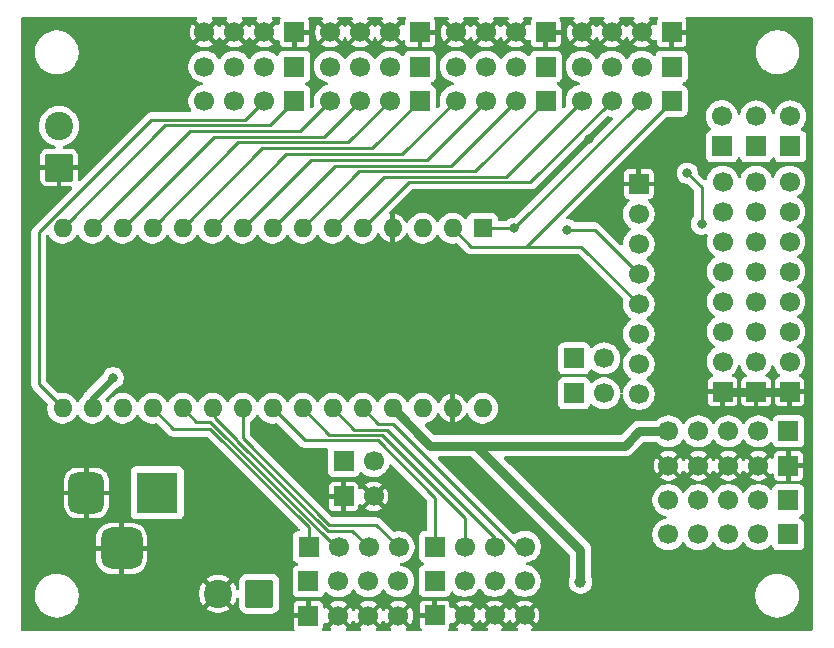
<source format=gbr>
%TF.GenerationSoftware,KiCad,Pcbnew,9.0.1*%
%TF.CreationDate,2025-05-07T00:20:05-04:00*%
%TF.ProjectId,nano-shield,6e616e6f-2d73-4686-9965-6c642e6b6963,rev?*%
%TF.SameCoordinates,Original*%
%TF.FileFunction,Copper,L2,Bot*%
%TF.FilePolarity,Positive*%
%FSLAX46Y46*%
G04 Gerber Fmt 4.6, Leading zero omitted, Abs format (unit mm)*
G04 Created by KiCad (PCBNEW 9.0.1) date 2025-05-07 00:20:05*
%MOMM*%
%LPD*%
G01*
G04 APERTURE LIST*
G04 Aperture macros list*
%AMRoundRect*
0 Rectangle with rounded corners*
0 $1 Rounding radius*
0 $2 $3 $4 $5 $6 $7 $8 $9 X,Y pos of 4 corners*
0 Add a 4 corners polygon primitive as box body*
4,1,4,$2,$3,$4,$5,$6,$7,$8,$9,$2,$3,0*
0 Add four circle primitives for the rounded corners*
1,1,$1+$1,$2,$3*
1,1,$1+$1,$4,$5*
1,1,$1+$1,$6,$7*
1,1,$1+$1,$8,$9*
0 Add four rect primitives between the rounded corners*
20,1,$1+$1,$2,$3,$4,$5,0*
20,1,$1+$1,$4,$5,$6,$7,0*
20,1,$1+$1,$6,$7,$8,$9,0*
20,1,$1+$1,$8,$9,$2,$3,0*%
G04 Aperture macros list end*
%TA.AperFunction,ComponentPad*%
%ADD10R,1.700000X1.700000*%
%TD*%
%TA.AperFunction,ComponentPad*%
%ADD11C,1.700000*%
%TD*%
%TA.AperFunction,ComponentPad*%
%ADD12R,1.600000X1.600000*%
%TD*%
%TA.AperFunction,ComponentPad*%
%ADD13O,1.600000X1.600000*%
%TD*%
%TA.AperFunction,ComponentPad*%
%ADD14RoundRect,0.250001X0.949999X0.949999X-0.949999X0.949999X-0.949999X-0.949999X0.949999X-0.949999X0*%
%TD*%
%TA.AperFunction,ComponentPad*%
%ADD15C,2.400000*%
%TD*%
%TA.AperFunction,ComponentPad*%
%ADD16R,3.500000X3.500000*%
%TD*%
%TA.AperFunction,ComponentPad*%
%ADD17RoundRect,0.750000X-0.750000X-1.000000X0.750000X-1.000000X0.750000X1.000000X-0.750000X1.000000X0*%
%TD*%
%TA.AperFunction,ComponentPad*%
%ADD18RoundRect,0.875000X-0.875000X-0.875000X0.875000X-0.875000X0.875000X0.875000X-0.875000X0.875000X0*%
%TD*%
%TA.AperFunction,ComponentPad*%
%ADD19RoundRect,0.250001X0.949999X-0.949999X0.949999X0.949999X-0.949999X0.949999X-0.949999X-0.949999X0*%
%TD*%
%TA.AperFunction,ViaPad*%
%ADD20C,1.000000*%
%TD*%
%TA.AperFunction,ViaPad*%
%ADD21C,0.800000*%
%TD*%
%TA.AperFunction,Conductor*%
%ADD22C,0.800000*%
%TD*%
%TA.AperFunction,Conductor*%
%ADD23C,0.250000*%
%TD*%
%TA.AperFunction,Conductor*%
%ADD24C,0.600000*%
%TD*%
G04 APERTURE END LIST*
D10*
%TO.P,J15,1,Pin_1*%
%TO.N,/D4*%
X144905000Y-59605000D03*
D11*
%TO.P,J15,2,Pin_2*%
%TO.N,/D5*%
X142365000Y-59605000D03*
%TO.P,J15,3,Pin_3*%
%TO.N,/D6*%
X139825000Y-59605000D03*
%TO.P,J15,4,Pin_4*%
%TO.N,/D7*%
X137285000Y-59605000D03*
%TD*%
D10*
%TO.P,J4,1,Pin_1*%
%TO.N,GND*%
X123620000Y-53795000D03*
D11*
%TO.P,J4,2,Pin_2*%
X121080000Y-53795000D03*
%TO.P,J4,3,Pin_3*%
X118540000Y-53795000D03*
%TO.P,J4,4,Pin_4*%
X116000000Y-53795000D03*
%TD*%
D10*
%TO.P,J24,1,Pin_1*%
%TO.N,+5V*%
X165450000Y-87590000D03*
D11*
%TO.P,J24,2,Pin_2*%
X162910000Y-87590000D03*
%TO.P,J24,3,Pin_3*%
X160370000Y-87590000D03*
%TO.P,J24,4,Pin_4*%
X157830000Y-87590000D03*
%TO.P,J24,5,Pin_5*%
X155290000Y-87590000D03*
%TD*%
D10*
%TO.P,J27,1,Pin_1*%
%TO.N,/A0*%
X124820000Y-97390000D03*
D11*
%TO.P,J27,2,Pin_2*%
%TO.N,/A1*%
X127360000Y-97390000D03*
%TO.P,J27,3,Pin_3*%
%TO.N,/A2*%
X129900000Y-97390000D03*
%TO.P,J27,4,Pin_4*%
%TO.N,/A3*%
X132440000Y-97390000D03*
%TD*%
D10*
%TO.P,J21,1,Pin_1*%
%TO.N,GND*%
X165450000Y-90500000D03*
D11*
%TO.P,J21,2,Pin_2*%
X162910000Y-90500000D03*
%TO.P,J21,3,Pin_3*%
X160370000Y-90500000D03*
%TO.P,J21,4,Pin_4*%
X157830000Y-90500000D03*
%TO.P,J21,5,Pin_5*%
X155290000Y-90500000D03*
%TD*%
D12*
%TO.P,A1,1,D1/TX*%
%TO.N,/D1{slash}TX*%
X139550000Y-70390000D03*
D13*
%TO.P,A1,2,D0/RX*%
%TO.N,/D0{slash}RX*%
X137010000Y-70390000D03*
%TO.P,A1,3,~{RESET}*%
%TO.N,unconnected-(A1-~{RESET}-Pad3)*%
X134470000Y-70390000D03*
%TO.P,A1,4,GND*%
%TO.N,GND*%
X131930000Y-70390000D03*
%TO.P,A1,5,D2*%
%TO.N,/D2*%
X129390000Y-70390000D03*
%TO.P,A1,6,D3*%
%TO.N,/D3*%
X126850000Y-70390000D03*
%TO.P,A1,7,D4*%
%TO.N,/D4*%
X124310000Y-70390000D03*
%TO.P,A1,8,D5*%
%TO.N,/D5*%
X121770000Y-70390000D03*
%TO.P,A1,9,D6*%
%TO.N,/D6*%
X119230000Y-70390000D03*
%TO.P,A1,10,D7*%
%TO.N,/D7*%
X116690000Y-70390000D03*
%TO.P,A1,11,D8*%
%TO.N,/D8{slash}CS3{slash}SS*%
X114150000Y-70390000D03*
%TO.P,A1,12,D9*%
%TO.N,/D9{slash}CS2*%
X111610000Y-70390000D03*
%TO.P,A1,13,D10*%
%TO.N,/D10{slash}CS1*%
X109070000Y-70390000D03*
%TO.P,A1,14,D11*%
%TO.N,/D11{slash}MOSI*%
X106530000Y-70390000D03*
%TO.P,A1,15,D12*%
%TO.N,/D12{slash}MISO*%
X103990000Y-70390000D03*
%TO.P,A1,16,D13*%
%TO.N,/D13{slash}SCK*%
X103990000Y-85630000D03*
%TO.P,A1,17,3V3*%
%TO.N,+3.3V*%
X106530000Y-85630000D03*
%TO.P,A1,18,AREF*%
%TO.N,/AREF*%
X109070000Y-85630000D03*
%TO.P,A1,19,A0*%
%TO.N,/A0*%
X111610000Y-85630000D03*
%TO.P,A1,20,A1*%
%TO.N,/A1*%
X114150000Y-85630000D03*
%TO.P,A1,21,A2*%
%TO.N,/A2*%
X116690000Y-85630000D03*
%TO.P,A1,22,A3*%
%TO.N,/A3*%
X119230000Y-85630000D03*
%TO.P,A1,23,A4*%
%TO.N,/A4{slash}SDA*%
X121770000Y-85630000D03*
%TO.P,A1,24,A5*%
%TO.N,/A5{slash}SCL*%
X124310000Y-85630000D03*
%TO.P,A1,25,A6*%
%TO.N,/A6*%
X126850000Y-85630000D03*
%TO.P,A1,26,A7*%
%TO.N,/A7*%
X129390000Y-85630000D03*
%TO.P,A1,27,+5V*%
%TO.N,+5V*%
X131930000Y-85630000D03*
%TO.P,A1,28,~{RESET}*%
%TO.N,/RESET*%
X134470000Y-85630000D03*
%TO.P,A1,29,GND*%
%TO.N,GND*%
X137010000Y-85630000D03*
%TO.P,A1,30,VIN*%
%TO.N,+VIN*%
X139550000Y-85630000D03*
%TD*%
D10*
%TO.P,J6,1,Pin_1*%
%TO.N,/SPI_IO1*%
X165600000Y-63460000D03*
D11*
%TO.P,J6,2,Pin_2*%
%TO.N,/SPI_INT1*%
X165600000Y-60920000D03*
%TD*%
D10*
%TO.P,J35,1,Pin_1*%
%TO.N,GND*%
X124800000Y-103210000D03*
D11*
%TO.P,J35,2,Pin_2*%
X127340000Y-103210000D03*
%TO.P,J35,3,Pin_3*%
X129880000Y-103210000D03*
%TO.P,J35,4,Pin_4*%
X132420000Y-103210000D03*
%TD*%
D10*
%TO.P,J36,1,Pin_1*%
%TO.N,GND*%
X135500000Y-103160000D03*
D11*
%TO.P,J36,2,Pin_2*%
X138040000Y-103160000D03*
%TO.P,J36,3,Pin_3*%
X140580000Y-103160000D03*
%TO.P,J36,4,Pin_4*%
X143120000Y-103160000D03*
%TD*%
D10*
%TO.P,J32,1,Pin_1*%
%TO.N,+5V*%
X135500000Y-100250000D03*
D11*
%TO.P,J32,2,Pin_2*%
X138040000Y-100250000D03*
%TO.P,J32,3,Pin_3*%
X140580000Y-100250000D03*
%TO.P,J32,4,Pin_4*%
X143120000Y-100250000D03*
%TD*%
D10*
%TO.P,J18,1,Pin_1*%
%TO.N,GND*%
X162710000Y-84220000D03*
D11*
%TO.P,J18,2,Pin_2*%
%TO.N,VCC*%
X162710000Y-81680000D03*
%TO.P,J18,3,Pin_3*%
%TO.N,/D13{slash}SCK*%
X162710000Y-79140000D03*
%TO.P,J18,4,Pin_4*%
%TO.N,/D12{slash}MISO*%
X162710000Y-76600000D03*
%TO.P,J18,5,Pin_5*%
%TO.N,/D11{slash}MOSI*%
X162710000Y-74060000D03*
%TO.P,J18,6,Pin_6*%
%TO.N,/D9{slash}CS2*%
X162710000Y-71520000D03*
%TO.P,J18,7,Pin_7*%
%TO.N,/SPI_INT2*%
X162710000Y-68980000D03*
%TO.P,J18,8,Pin_8*%
%TO.N,/SPI_IO2*%
X162710000Y-66440000D03*
%TD*%
D14*
%TO.P,J33,1,Pin_1*%
%TO.N,+VIN*%
X120650000Y-101332500D03*
D15*
%TO.P,J33,2,Pin_2*%
%TO.N,GND*%
X117150000Y-101332500D03*
%TD*%
D10*
%TO.P,J3,1,Pin_1*%
%TO.N,GND*%
X134255000Y-53805000D03*
D11*
%TO.P,J3,2,Pin_2*%
X131715000Y-53805000D03*
%TO.P,J3,3,Pin_3*%
X129175000Y-53805000D03*
%TO.P,J3,4,Pin_4*%
X126635000Y-53805000D03*
%TD*%
D10*
%TO.P,J2,1,Pin_1*%
%TO.N,GND*%
X144905000Y-53805000D03*
D11*
%TO.P,J2,2,Pin_2*%
X142365000Y-53805000D03*
%TO.P,J2,3,Pin_3*%
X139825000Y-53805000D03*
%TO.P,J2,4,Pin_4*%
X137285000Y-53805000D03*
%TD*%
D10*
%TO.P,J22,1,Pin_1*%
%TO.N,Net-(J22-Pin_1)*%
X147300000Y-84370000D03*
D11*
%TO.P,J22,2,Pin_2*%
%TO.N,/UART_IO2*%
X149840000Y-84370000D03*
%TD*%
D10*
%TO.P,J12,1,Pin_1*%
%TO.N,GND*%
X165540000Y-84220000D03*
D11*
%TO.P,J12,2,Pin_2*%
%TO.N,VCC*%
X165540000Y-81680000D03*
%TO.P,J12,3,Pin_3*%
%TO.N,/D13{slash}SCK*%
X165540000Y-79140000D03*
%TO.P,J12,4,Pin_4*%
%TO.N,/D12{slash}MISO*%
X165540000Y-76600000D03*
%TO.P,J12,5,Pin_5*%
%TO.N,/D11{slash}MOSI*%
X165540000Y-74060000D03*
%TO.P,J12,6,Pin_6*%
%TO.N,/D10{slash}CS1*%
X165540000Y-71520000D03*
%TO.P,J12,7,Pin_7*%
%TO.N,/SPI_INT1*%
X165540000Y-68980000D03*
%TO.P,J12,8,Pin_8*%
%TO.N,/SPI_IO1*%
X165540000Y-66440000D03*
%TD*%
D10*
%TO.P,J34,1,Pin_1*%
%TO.N,/A5{slash}SCL*%
X165440000Y-93410000D03*
D11*
%TO.P,J34,2,Pin_2*%
X162900000Y-93410000D03*
%TO.P,J34,3,Pin_3*%
X160360000Y-93410000D03*
%TO.P,J34,4,Pin_4*%
X157820000Y-93410000D03*
%TO.P,J34,5,Pin_5*%
X155280000Y-93410000D03*
%TD*%
D10*
%TO.P,J10,1,Pin_1*%
%TO.N,VSP*%
X134250000Y-56705000D03*
D11*
%TO.P,J10,2,Pin_2*%
X131710000Y-56705000D03*
%TO.P,J10,3,Pin_3*%
X129170000Y-56705000D03*
%TO.P,J10,4,Pin_4*%
X126630000Y-56705000D03*
%TD*%
D10*
%TO.P,J20,1,Pin_1*%
%TO.N,GND*%
X159880000Y-84220000D03*
D11*
%TO.P,J20,2,Pin_2*%
%TO.N,VCC*%
X159880000Y-81680000D03*
%TO.P,J20,3,Pin_3*%
%TO.N,/D13{slash}SCK*%
X159880000Y-79140000D03*
%TO.P,J20,4,Pin_4*%
%TO.N,/D12{slash}MISO*%
X159880000Y-76600000D03*
%TO.P,J20,5,Pin_5*%
%TO.N,/D11{slash}MOSI*%
X159880000Y-74060000D03*
%TO.P,J20,6,Pin_6*%
%TO.N,/D8{slash}CS3{slash}SS*%
X159880000Y-71520000D03*
%TO.P,J20,7,Pin_7*%
%TO.N,/SPI_INT3*%
X159880000Y-68980000D03*
%TO.P,J20,8,Pin_8*%
%TO.N,/SPI_IO3*%
X159880000Y-66440000D03*
%TD*%
D10*
%TO.P,J25,1,Pin_1*%
%TO.N,+VIN*%
X127800000Y-90100000D03*
D11*
%TO.P,J25,2,Pin_2*%
X130340000Y-90100000D03*
%TD*%
D10*
%TO.P,J14,1,Pin_1*%
%TO.N,/D0{slash}RX*%
X155555000Y-59605000D03*
D11*
%TO.P,J14,2,Pin_2*%
%TO.N,/D1{slash}TX*%
X153015000Y-59605000D03*
%TO.P,J14,3,Pin_3*%
%TO.N,/D2*%
X150475000Y-59605000D03*
%TO.P,J14,4,Pin_4*%
%TO.N,/D3*%
X147935000Y-59605000D03*
%TD*%
D16*
%TO.P,J7,1*%
%TO.N,Net-(D1-A)*%
X112000000Y-92800000D03*
D17*
%TO.P,J7,2*%
%TO.N,GND*%
X106000000Y-92800000D03*
D18*
%TO.P,J7,3*%
X109000000Y-97500000D03*
%TD*%
D10*
%TO.P,J31,1,Pin_1*%
%TO.N,+5V*%
X124810000Y-100300000D03*
D11*
%TO.P,J31,2,Pin_2*%
X127350000Y-100300000D03*
%TO.P,J31,3,Pin_3*%
X129890000Y-100300000D03*
%TO.P,J31,4,Pin_4*%
X132430000Y-100300000D03*
%TD*%
D10*
%TO.P,J19,1,Pin_1*%
%TO.N,/SPI_IO3*%
X159810000Y-63450000D03*
D11*
%TO.P,J19,2,Pin_2*%
%TO.N,/SPI_INT3*%
X159810000Y-60910000D03*
%TD*%
D10*
%TO.P,J28,1,Pin_1*%
%TO.N,/A4{slash}SDA*%
X135510000Y-97340000D03*
D11*
%TO.P,J28,2,Pin_2*%
%TO.N,/A5{slash}SCL*%
X138050000Y-97340000D03*
%TO.P,J28,3,Pin_3*%
%TO.N,/A6*%
X140590000Y-97340000D03*
%TO.P,J28,4,Pin_4*%
%TO.N,/A7*%
X143130000Y-97340000D03*
%TD*%
D10*
%TO.P,J1,1,Pin_1*%
%TO.N,GND*%
X155565000Y-53805000D03*
D11*
%TO.P,J1,2,Pin_2*%
X153025000Y-53805000D03*
%TO.P,J1,3,Pin_3*%
X150485000Y-53805000D03*
%TO.P,J1,4,Pin_4*%
X147945000Y-53805000D03*
%TD*%
D10*
%TO.P,J26,1,Pin_1*%
%TO.N,GND*%
X127780000Y-93100000D03*
D11*
%TO.P,J26,2,Pin_2*%
X130320000Y-93100000D03*
%TD*%
D10*
%TO.P,J23,1,Pin_1*%
%TO.N,/UART_IO1*%
X147310000Y-81410000D03*
D11*
%TO.P,J23,2,Pin_2*%
X149850000Y-81410000D03*
%TD*%
D10*
%TO.P,J17,1,Pin_1*%
%TO.N,/D12{slash}MISO*%
X123610000Y-59615000D03*
D11*
%TO.P,J17,2,Pin_2*%
%TO.N,/D13{slash}SCK*%
X121070000Y-59615000D03*
%TO.P,J17,3,Pin_3*%
%TO.N,/AREF*%
X118530000Y-59615000D03*
%TO.P,J17,4,Pin_4*%
%TO.N,+3.3V*%
X115990000Y-59615000D03*
%TD*%
D10*
%TO.P,J16,1,Pin_1*%
%TO.N,/D8{slash}CS3{slash}SS*%
X134250000Y-59610000D03*
D11*
%TO.P,J16,2,Pin_2*%
%TO.N,/D9{slash}CS2*%
X131710000Y-59610000D03*
%TO.P,J16,3,Pin_3*%
%TO.N,/D10{slash}CS1*%
X129170000Y-59610000D03*
%TO.P,J16,4,Pin_4*%
%TO.N,/D11{slash}MOSI*%
X126630000Y-59610000D03*
%TD*%
D10*
%TO.P,J11,1,Pin_1*%
%TO.N,VSP*%
X123610000Y-56705000D03*
D11*
%TO.P,J11,2,Pin_2*%
X121070000Y-56705000D03*
%TO.P,J11,3,Pin_3*%
X118530000Y-56705000D03*
%TO.P,J11,4,Pin_4*%
X115990000Y-56705000D03*
%TD*%
D10*
%TO.P,J30,1,Pin_1*%
%TO.N,/A4{slash}SDA*%
X165430000Y-96320000D03*
D11*
%TO.P,J30,2,Pin_2*%
X162890000Y-96320000D03*
%TO.P,J30,3,Pin_3*%
X160350000Y-96320000D03*
%TO.P,J30,4,Pin_4*%
X157810000Y-96320000D03*
%TO.P,J30,5,Pin_5*%
X155270000Y-96320000D03*
%TD*%
D10*
%TO.P,J29,1,Pin_1*%
%TO.N,GND*%
X152780000Y-66640000D03*
D11*
%TO.P,J29,2,Pin_2*%
%TO.N,/CTS*%
X152780000Y-69180000D03*
%TO.P,J29,3,Pin_3*%
%TO.N,VCC*%
X152780000Y-71720000D03*
%TO.P,J29,4,Pin_4*%
%TO.N,/D1{slash}TX*%
X152780000Y-74260000D03*
%TO.P,J29,5,Pin_5*%
%TO.N,/D0{slash}RX*%
X152780000Y-76800000D03*
%TO.P,J29,6,Pin_6*%
%TO.N,/DTR*%
X152780000Y-79340000D03*
%TO.P,J29,7,Pin_7*%
%TO.N,/UART_IO1*%
X152780000Y-81880000D03*
%TO.P,J29,8,Pin_8*%
%TO.N,/UART_IO2*%
X152780000Y-84420000D03*
%TD*%
D10*
%TO.P,J8,1,Pin_1*%
%TO.N,VSP*%
X155565000Y-56705000D03*
D11*
%TO.P,J8,2,Pin_2*%
X153025000Y-56705000D03*
%TO.P,J8,3,Pin_3*%
X150485000Y-56705000D03*
%TO.P,J8,4,Pin_4*%
X147945000Y-56705000D03*
%TD*%
D10*
%TO.P,J13,1,Pin_1*%
%TO.N,/SPI_IO2*%
X162710000Y-63460000D03*
D11*
%TO.P,J13,2,Pin_2*%
%TO.N,/SPI_INT2*%
X162710000Y-60920000D03*
%TD*%
D19*
%TO.P,J5,1,Pin_1*%
%TO.N,GND*%
X103700000Y-65250000D03*
D15*
%TO.P,J5,2,Pin_2*%
%TO.N,/VSP_IN*%
X103700000Y-61750000D03*
%TD*%
D10*
%TO.P,J9,1,Pin_1*%
%TO.N,VSP*%
X144915000Y-56705000D03*
D11*
%TO.P,J9,2,Pin_2*%
X142375000Y-56705000D03*
%TO.P,J9,3,Pin_3*%
X139835000Y-56705000D03*
%TO.P,J9,4,Pin_4*%
X137295000Y-56705000D03*
%TD*%
D20*
%TO.N,+5V*%
X147840000Y-100340000D03*
D21*
%TO.N,+3.3V*%
X108270000Y-83050000D03*
%TO.N,/D8{slash}CS3{slash}SS*%
X158090000Y-70050000D03*
X156880463Y-65729537D03*
D20*
%TO.N,GND*%
X141520000Y-93600000D03*
X119600000Y-96350000D03*
D21*
X148580000Y-62800000D03*
X153950000Y-62800000D03*
%TO.N,/D1{slash}TX*%
X146740000Y-70520000D03*
X142230000Y-70390000D03*
%TD*%
D22*
%TO.N,+5V*%
X152830000Y-87590000D02*
X155290000Y-87590000D01*
X135100000Y-88800000D02*
X131930000Y-85630000D01*
X147840000Y-100340000D02*
X147840000Y-97640000D01*
X147840000Y-97640000D02*
X139000000Y-88800000D01*
X151620000Y-88800000D02*
X152830000Y-87590000D01*
X147840000Y-100340000D02*
X147817500Y-100317500D01*
X139000000Y-88800000D02*
X135100000Y-88800000D01*
X139000000Y-88800000D02*
X151620000Y-88800000D01*
D23*
%TO.N,/D9{slash}CS2*%
X128190000Y-63130000D02*
X131710000Y-59610000D01*
X111610000Y-70390000D02*
X118870000Y-63130000D01*
X118870000Y-63130000D02*
X128190000Y-63130000D01*
%TO.N,/D3*%
X131218000Y-66022000D02*
X141518000Y-66022000D01*
X141518000Y-66022000D02*
X147935000Y-59605000D01*
X126850000Y-70390000D02*
X131218000Y-66022000D01*
D24*
%TO.N,+3.3V*%
X106530000Y-84790000D02*
X106530000Y-85630000D01*
X108270000Y-83050000D02*
X106530000Y-84790000D01*
D23*
%TO.N,/D8{slash}CS3{slash}SS*%
X114150000Y-70390000D02*
X120910000Y-63630000D01*
X120910000Y-63630000D02*
X130230000Y-63630000D01*
X130230000Y-63630000D02*
X134250000Y-59610000D01*
X158090000Y-66939074D02*
X156880463Y-65729537D01*
X158090000Y-70050000D02*
X158090000Y-66939074D01*
%TO.N,/D4*%
X138939000Y-65571000D02*
X144905000Y-59605000D01*
X124310000Y-70390000D02*
X129129000Y-65571000D01*
X129129000Y-65571000D02*
X138939000Y-65571000D01*
%TO.N,/D12{slash}MISO*%
X103990000Y-70390000D02*
X112690000Y-61690000D01*
X112690000Y-61690000D02*
X121535000Y-61690000D01*
X121535000Y-61690000D02*
X123610000Y-59615000D01*
%TO.N,/A3*%
X119230000Y-88180000D02*
X119230000Y-85630000D01*
X132440000Y-97390000D02*
X130550000Y-95500000D01*
X130550000Y-95500000D02*
X126550000Y-95500000D01*
X126550000Y-95500000D02*
X119230000Y-88180000D01*
%TO.N,/D13{slash}SCK*%
X119475000Y-61210000D02*
X121070000Y-59615000D01*
X101980000Y-70740000D02*
X111510000Y-61210000D01*
X111510000Y-61210000D02*
X119475000Y-61210000D01*
X103990000Y-85630000D02*
X101980000Y-83620000D01*
X101980000Y-83620000D02*
X101980000Y-70740000D01*
%TO.N,/D7*%
X122940000Y-64140000D02*
X132750000Y-64140000D01*
X116690000Y-70390000D02*
X122940000Y-64140000D01*
X132750000Y-64140000D02*
X137285000Y-59605000D01*
%TO.N,/D5*%
X121770000Y-70390000D02*
X127040000Y-65120000D01*
X136850000Y-65120000D02*
X142365000Y-59605000D01*
X127040000Y-65120000D02*
X136850000Y-65120000D01*
%TO.N,/D6*%
X125000000Y-64620000D02*
X134810000Y-64620000D01*
X134810000Y-64620000D02*
X139825000Y-59605000D01*
X119230000Y-70390000D02*
X125000000Y-64620000D01*
%TO.N,/A1*%
X127140000Y-97390000D02*
X127360000Y-97390000D01*
X116506000Y-86756000D02*
X127140000Y-97390000D01*
X114150000Y-85630000D02*
X115276000Y-86756000D01*
X115276000Y-86756000D02*
X116506000Y-86756000D01*
%TO.N,/D0{slash}RX*%
X152780000Y-76800000D02*
X147920000Y-71940000D01*
X143220000Y-71940000D02*
X155555000Y-59605000D01*
X137010000Y-70390000D02*
X138560000Y-71940000D01*
X147920000Y-71940000D02*
X143220000Y-71940000D01*
X138560000Y-71940000D02*
X143220000Y-71940000D01*
D22*
%TO.N,GND*%
X165540000Y-84220000D02*
X159880000Y-84220000D01*
D23*
%TO.N,/D10{slash}CS1*%
X109070000Y-70390000D02*
X116820000Y-62640000D01*
X126140000Y-62640000D02*
X129170000Y-59610000D01*
X116820000Y-62640000D02*
X126140000Y-62640000D01*
%TO.N,/D2*%
X129390000Y-70390000D02*
X133307000Y-66473000D01*
X133307000Y-66473000D02*
X143607000Y-66473000D01*
X143607000Y-66473000D02*
X150475000Y-59605000D01*
%TO.N,/A2*%
X128510000Y-96000000D02*
X126450000Y-96000000D01*
X116905000Y-86305000D02*
X116690000Y-86090000D01*
X129900000Y-97390000D02*
X128510000Y-96000000D01*
X116905000Y-86455000D02*
X116905000Y-86305000D01*
X116690000Y-86090000D02*
X116690000Y-85630000D01*
X118779000Y-88329000D02*
X116905000Y-86455000D01*
X118779000Y-88366810D02*
X118779000Y-88329000D01*
X126401000Y-95951000D02*
X126363190Y-95951000D01*
X126450000Y-96000000D02*
X126401000Y-95951000D01*
X126363190Y-95951000D02*
X118779000Y-88366810D01*
%TO.N,/A7*%
X130710000Y-86950000D02*
X131950000Y-86950000D01*
X142340000Y-97340000D02*
X143130000Y-97340000D01*
X129390000Y-85630000D02*
X130710000Y-86950000D01*
X131950000Y-86950000D02*
X142340000Y-97340000D01*
%TO.N,/D11{slash}MOSI*%
X124100000Y-62140000D02*
X114780000Y-62140000D01*
X114780000Y-62140000D02*
X106530000Y-70390000D01*
X126630000Y-59610000D02*
X124100000Y-62140000D01*
%TO.N,/A6*%
X140590000Y-96590000D02*
X131450000Y-87450000D01*
X128670000Y-87450000D02*
X126850000Y-85630000D01*
X131450000Y-87450000D02*
X128670000Y-87450000D01*
X140590000Y-97340000D02*
X140590000Y-96590000D01*
%TO.N,/D1{slash}TX*%
X152780000Y-74260000D02*
X149040000Y-70520000D01*
X142230000Y-70390000D02*
X153015000Y-59605000D01*
X149040000Y-70520000D02*
X146740000Y-70520000D01*
X139550000Y-70390000D02*
X142230000Y-70390000D01*
%TO.N,/A0*%
X113380000Y-87400000D02*
X111610000Y-85630000D01*
X124820000Y-95720000D02*
X116500000Y-87400000D01*
X116500000Y-87400000D02*
X113380000Y-87400000D01*
X124820000Y-97390000D02*
X124820000Y-95720000D01*
%TO.N,/A5{slash}SCL*%
X138050000Y-94900000D02*
X131050000Y-87900000D01*
X126580000Y-87900000D02*
X124310000Y-85630000D01*
X131050000Y-87900000D02*
X126580000Y-87900000D01*
X138050000Y-97340000D02*
X138050000Y-94900000D01*
%TO.N,/A4{slash}SDA*%
X124491000Y-88351000D02*
X121770000Y-85630000D01*
X135510000Y-97340000D02*
X135510000Y-93197810D01*
X130663190Y-88351000D02*
X124491000Y-88351000D01*
X135510000Y-93197810D02*
X130663190Y-88351000D01*
%TD*%
%TA.AperFunction,Conductor*%
%TO.N,GND*%
G36*
X150143162Y-60917179D02*
G01*
X150158757Y-60922246D01*
X150368713Y-60955500D01*
X150368714Y-60955500D01*
X150480547Y-60955500D01*
X150547586Y-60975185D01*
X150593341Y-61027989D01*
X150603285Y-61097147D01*
X150574260Y-61160703D01*
X150568228Y-61167181D01*
X142282229Y-69453181D01*
X142220906Y-69486666D01*
X142194548Y-69489500D01*
X142141306Y-69489500D01*
X141967341Y-69524103D01*
X141967332Y-69524106D01*
X141803459Y-69591983D01*
X141803446Y-69591990D01*
X141655965Y-69690535D01*
X141655961Y-69690538D01*
X141618321Y-69728180D01*
X141556999Y-69761666D01*
X141530639Y-69764500D01*
X140974499Y-69764500D01*
X140907460Y-69744815D01*
X140861705Y-69692011D01*
X140850499Y-69640500D01*
X140850499Y-69542129D01*
X140850498Y-69542123D01*
X140848561Y-69524106D01*
X140844091Y-69482517D01*
X140842351Y-69477853D01*
X140793797Y-69347671D01*
X140793793Y-69347664D01*
X140707547Y-69232455D01*
X140707544Y-69232452D01*
X140592335Y-69146206D01*
X140592328Y-69146202D01*
X140457482Y-69095908D01*
X140457483Y-69095908D01*
X140397883Y-69089501D01*
X140397881Y-69089500D01*
X140397873Y-69089500D01*
X140397864Y-69089500D01*
X138702129Y-69089500D01*
X138702123Y-69089501D01*
X138642516Y-69095908D01*
X138507671Y-69146202D01*
X138507664Y-69146206D01*
X138392455Y-69232452D01*
X138392452Y-69232455D01*
X138306206Y-69347664D01*
X138306202Y-69347671D01*
X138255908Y-69482516D01*
X138251939Y-69519440D01*
X138225201Y-69583991D01*
X138167809Y-69623839D01*
X138097983Y-69626332D01*
X138037895Y-69590679D01*
X138028332Y-69579070D01*
X138001967Y-69542782D01*
X137857213Y-69398028D01*
X137691613Y-69277715D01*
X137691612Y-69277714D01*
X137691610Y-69277713D01*
X137634653Y-69248691D01*
X137509223Y-69184781D01*
X137314534Y-69121522D01*
X137139995Y-69093878D01*
X137112352Y-69089500D01*
X136907648Y-69089500D01*
X136883329Y-69093351D01*
X136705465Y-69121522D01*
X136510776Y-69184781D01*
X136328386Y-69277715D01*
X136162786Y-69398028D01*
X136018028Y-69542786D01*
X135897715Y-69708386D01*
X135850485Y-69801080D01*
X135802510Y-69851876D01*
X135734689Y-69868671D01*
X135668554Y-69846134D01*
X135629515Y-69801080D01*
X135628883Y-69799840D01*
X135582287Y-69708390D01*
X135542846Y-69654103D01*
X135461971Y-69542786D01*
X135317213Y-69398028D01*
X135151613Y-69277715D01*
X135151612Y-69277714D01*
X135151610Y-69277713D01*
X135094653Y-69248691D01*
X134969223Y-69184781D01*
X134774534Y-69121522D01*
X134599995Y-69093878D01*
X134572352Y-69089500D01*
X134367648Y-69089500D01*
X134343329Y-69093351D01*
X134165465Y-69121522D01*
X133970776Y-69184781D01*
X133788386Y-69277715D01*
X133622786Y-69398028D01*
X133478028Y-69542786D01*
X133357715Y-69708386D01*
X133264779Y-69890780D01*
X133262919Y-69896508D01*
X133223481Y-69954183D01*
X133159122Y-69981380D01*
X133090276Y-69969465D01*
X133038801Y-69922220D01*
X133034504Y-69914483D01*
X132956329Y-69761059D01*
X132845314Y-69608258D01*
X132845310Y-69608253D01*
X132711746Y-69474689D01*
X132711741Y-69474685D01*
X132558940Y-69363670D01*
X132390635Y-69277913D01*
X132210999Y-69219547D01*
X132130000Y-69206718D01*
X132130000Y-69928120D01*
X132122993Y-69924075D01*
X131995826Y-69890000D01*
X131864174Y-69890000D01*
X131737007Y-69924075D01*
X131730000Y-69928120D01*
X131730000Y-69206718D01*
X131686531Y-69169593D01*
X131688366Y-69167444D01*
X131660845Y-69144275D01*
X131640208Y-69077523D01*
X131658935Y-69010210D01*
X131676511Y-68988078D01*
X133529772Y-67134819D01*
X133591095Y-67101334D01*
X133617453Y-67098500D01*
X143668607Y-67098500D01*
X143729029Y-67086481D01*
X143789452Y-67074463D01*
X143822792Y-67060652D01*
X143903286Y-67027312D01*
X143954509Y-66993084D01*
X143956662Y-66991646D01*
X143967271Y-66984556D01*
X144005733Y-66958858D01*
X144092858Y-66871733D01*
X144092859Y-66871731D01*
X144099925Y-66864665D01*
X144099928Y-66864661D01*
X150017162Y-60947426D01*
X150078483Y-60913943D01*
X150143162Y-60917179D01*
G37*
%TD.AperFunction*%
%TA.AperFunction,Conductor*%
G36*
X115340505Y-52520185D02*
G01*
X115386260Y-52572989D01*
X115396204Y-52642147D01*
X115367179Y-52705703D01*
X115346351Y-52724818D01*
X115268919Y-52781075D01*
X115268918Y-52781076D01*
X115814823Y-53326980D01*
X115807007Y-53329075D01*
X115692993Y-53394901D01*
X115599901Y-53487993D01*
X115534075Y-53602007D01*
X115531980Y-53609822D01*
X114986076Y-53063918D01*
X114986075Y-53063919D01*
X114930911Y-53139846D01*
X114930905Y-53139855D01*
X114841581Y-53315164D01*
X114780778Y-53502294D01*
X114750000Y-53696617D01*
X114750000Y-53893382D01*
X114780778Y-54087705D01*
X114841581Y-54274835D01*
X114930904Y-54450143D01*
X114986076Y-54526079D01*
X114986077Y-54526080D01*
X115531980Y-53980176D01*
X115534075Y-53987993D01*
X115599901Y-54102007D01*
X115692993Y-54195099D01*
X115807007Y-54260925D01*
X115814822Y-54263019D01*
X115268918Y-54808922D01*
X115344856Y-54864095D01*
X115520164Y-54953418D01*
X115707294Y-55014221D01*
X115901618Y-55045000D01*
X116098382Y-55045000D01*
X116292705Y-55014221D01*
X116479835Y-54953418D01*
X116655143Y-54864095D01*
X116731079Y-54808922D01*
X116731080Y-54808921D01*
X116185178Y-54263019D01*
X116192993Y-54260925D01*
X116307007Y-54195099D01*
X116400099Y-54102007D01*
X116465925Y-53987993D01*
X116468019Y-53980177D01*
X117013921Y-54526080D01*
X117013922Y-54526079D01*
X117069097Y-54450141D01*
X117069097Y-54450140D01*
X117159515Y-54272685D01*
X117207489Y-54221888D01*
X117275310Y-54205093D01*
X117341445Y-54227630D01*
X117380485Y-54272685D01*
X117470902Y-54450141D01*
X117526076Y-54526079D01*
X117526077Y-54526080D01*
X118071980Y-53980176D01*
X118074075Y-53987993D01*
X118139901Y-54102007D01*
X118232993Y-54195099D01*
X118347007Y-54260925D01*
X118354822Y-54263019D01*
X117808918Y-54808922D01*
X117884856Y-54864095D01*
X118060164Y-54953418D01*
X118247294Y-55014221D01*
X118441618Y-55045000D01*
X118638382Y-55045000D01*
X118832705Y-55014221D01*
X119019835Y-54953418D01*
X119195143Y-54864095D01*
X119271079Y-54808922D01*
X119271080Y-54808921D01*
X118725178Y-54263019D01*
X118732993Y-54260925D01*
X118847007Y-54195099D01*
X118940099Y-54102007D01*
X119005925Y-53987993D01*
X119008019Y-53980177D01*
X119553921Y-54526080D01*
X119553922Y-54526079D01*
X119609097Y-54450141D01*
X119609097Y-54450140D01*
X119699515Y-54272685D01*
X119747489Y-54221888D01*
X119815310Y-54205093D01*
X119881445Y-54227630D01*
X119920485Y-54272685D01*
X120010902Y-54450141D01*
X120066076Y-54526079D01*
X120066077Y-54526080D01*
X120611980Y-53980176D01*
X120614075Y-53987993D01*
X120679901Y-54102007D01*
X120772993Y-54195099D01*
X120887007Y-54260925D01*
X120894822Y-54263019D01*
X120348918Y-54808922D01*
X120424856Y-54864095D01*
X120600164Y-54953418D01*
X120787294Y-55014221D01*
X120981618Y-55045000D01*
X121178382Y-55045000D01*
X121372705Y-55014221D01*
X121559835Y-54953418D01*
X121735143Y-54864095D01*
X121811079Y-54808922D01*
X121811080Y-54808921D01*
X121265178Y-54263019D01*
X121272993Y-54260925D01*
X121387007Y-54195099D01*
X121480099Y-54102007D01*
X121545925Y-53987993D01*
X121548019Y-53980177D01*
X122093921Y-54526080D01*
X122093923Y-54526079D01*
X122145683Y-54454840D01*
X122201013Y-54412174D01*
X122270626Y-54406196D01*
X122332421Y-54438802D01*
X122366778Y-54499642D01*
X122370000Y-54527725D01*
X122370000Y-54676479D01*
X122384835Y-54770149D01*
X122384837Y-54770155D01*
X122442356Y-54883041D01*
X122442363Y-54883050D01*
X122531949Y-54972636D01*
X122531953Y-54972639D01*
X122644855Y-55030166D01*
X122738514Y-55044999D01*
X123419999Y-55044999D01*
X123420000Y-55044998D01*
X123420000Y-54256879D01*
X123427007Y-54260925D01*
X123554174Y-54295000D01*
X123685826Y-54295000D01*
X123812993Y-54260925D01*
X123820000Y-54256879D01*
X123820000Y-55044999D01*
X124501479Y-55044999D01*
X124595149Y-55030164D01*
X124595155Y-55030162D01*
X124708041Y-54972643D01*
X124708050Y-54972636D01*
X124797636Y-54883050D01*
X124797639Y-54883046D01*
X124855166Y-54770144D01*
X124855166Y-54770143D01*
X124857998Y-54752265D01*
X124857998Y-54752264D01*
X124870000Y-54676486D01*
X124870000Y-53995000D01*
X124081880Y-53995000D01*
X124085925Y-53987993D01*
X124120000Y-53860826D01*
X124120000Y-53729174D01*
X124085925Y-53602007D01*
X124081880Y-53595000D01*
X124869999Y-53595000D01*
X124869999Y-52913520D01*
X124855164Y-52819850D01*
X124855162Y-52819844D01*
X124797643Y-52706958D01*
X124791902Y-52699056D01*
X124794622Y-52697079D01*
X124769383Y-52650858D01*
X124774367Y-52581166D01*
X124816239Y-52525233D01*
X124881703Y-52500816D01*
X124890549Y-52500500D01*
X125925367Y-52500500D01*
X125992406Y-52520185D01*
X126038161Y-52572989D01*
X126048105Y-52642147D01*
X126019080Y-52705703D01*
X125983917Y-52733219D01*
X125984005Y-52733363D01*
X125982755Y-52734128D01*
X125981661Y-52734985D01*
X125979860Y-52735902D01*
X125979846Y-52735911D01*
X125903919Y-52791075D01*
X125903918Y-52791076D01*
X126449823Y-53336980D01*
X126442007Y-53339075D01*
X126327993Y-53404901D01*
X126234901Y-53497993D01*
X126169075Y-53612007D01*
X126166980Y-53619822D01*
X125621076Y-53073918D01*
X125621075Y-53073919D01*
X125565911Y-53149846D01*
X125565905Y-53149855D01*
X125476581Y-53325164D01*
X125415778Y-53512294D01*
X125385000Y-53706617D01*
X125385000Y-53903382D01*
X125415778Y-54097705D01*
X125476581Y-54284835D01*
X125565904Y-54460143D01*
X125621076Y-54536079D01*
X125621077Y-54536080D01*
X126166980Y-53990176D01*
X126169075Y-53997993D01*
X126234901Y-54112007D01*
X126327993Y-54205099D01*
X126442007Y-54270925D01*
X126449822Y-54273019D01*
X125903918Y-54818922D01*
X125979856Y-54874095D01*
X126155164Y-54963418D01*
X126342294Y-55024221D01*
X126536618Y-55055000D01*
X126733382Y-55055000D01*
X126927705Y-55024221D01*
X127114835Y-54963418D01*
X127290143Y-54874095D01*
X127366079Y-54818922D01*
X127366080Y-54818921D01*
X126820178Y-54273019D01*
X126827993Y-54270925D01*
X126942007Y-54205099D01*
X127035099Y-54112007D01*
X127100925Y-53997993D01*
X127103019Y-53990177D01*
X127648921Y-54536080D01*
X127648922Y-54536079D01*
X127704097Y-54460141D01*
X127704097Y-54460140D01*
X127794515Y-54282685D01*
X127842489Y-54231888D01*
X127910310Y-54215093D01*
X127976445Y-54237630D01*
X128015485Y-54282685D01*
X128105902Y-54460141D01*
X128161076Y-54536079D01*
X128161077Y-54536080D01*
X128706980Y-53990176D01*
X128709075Y-53997993D01*
X128774901Y-54112007D01*
X128867993Y-54205099D01*
X128982007Y-54270925D01*
X128989822Y-54273019D01*
X128443918Y-54818922D01*
X128519856Y-54874095D01*
X128695164Y-54963418D01*
X128882294Y-55024221D01*
X129076618Y-55055000D01*
X129273382Y-55055000D01*
X129467705Y-55024221D01*
X129654835Y-54963418D01*
X129830143Y-54874095D01*
X129906079Y-54818922D01*
X129906080Y-54818921D01*
X129360178Y-54273019D01*
X129367993Y-54270925D01*
X129482007Y-54205099D01*
X129575099Y-54112007D01*
X129640925Y-53997993D01*
X129643019Y-53990177D01*
X130188921Y-54536080D01*
X130188922Y-54536079D01*
X130244097Y-54460141D01*
X130244097Y-54460140D01*
X130334515Y-54282685D01*
X130382489Y-54231888D01*
X130450310Y-54215093D01*
X130516445Y-54237630D01*
X130555485Y-54282685D01*
X130645902Y-54460141D01*
X130701076Y-54536079D01*
X130701077Y-54536080D01*
X131246980Y-53990176D01*
X131249075Y-53997993D01*
X131314901Y-54112007D01*
X131407993Y-54205099D01*
X131522007Y-54270925D01*
X131529822Y-54273019D01*
X130983918Y-54818922D01*
X131059856Y-54874095D01*
X131235164Y-54963418D01*
X131422294Y-55024221D01*
X131616618Y-55055000D01*
X131813382Y-55055000D01*
X132007705Y-55024221D01*
X132194835Y-54963418D01*
X132370143Y-54874095D01*
X132446079Y-54818922D01*
X132446080Y-54818921D01*
X131900178Y-54273019D01*
X131907993Y-54270925D01*
X132022007Y-54205099D01*
X132115099Y-54112007D01*
X132180925Y-53997993D01*
X132183019Y-53990177D01*
X132728921Y-54536080D01*
X132728923Y-54536079D01*
X132780683Y-54464840D01*
X132836013Y-54422174D01*
X132905626Y-54416196D01*
X132967421Y-54448802D01*
X133001778Y-54509642D01*
X133005000Y-54537725D01*
X133005000Y-54686479D01*
X133019835Y-54780149D01*
X133019837Y-54780155D01*
X133077356Y-54893041D01*
X133077363Y-54893050D01*
X133166949Y-54982636D01*
X133166953Y-54982639D01*
X133279855Y-55040166D01*
X133373514Y-55054999D01*
X134054999Y-55054999D01*
X134055000Y-55054998D01*
X134055000Y-54266879D01*
X134062007Y-54270925D01*
X134189174Y-54305000D01*
X134320826Y-54305000D01*
X134447993Y-54270925D01*
X134455000Y-54266879D01*
X134455000Y-55054999D01*
X135136479Y-55054999D01*
X135230149Y-55040164D01*
X135230155Y-55040162D01*
X135343041Y-54982643D01*
X135343050Y-54982636D01*
X135432636Y-54893050D01*
X135432639Y-54893046D01*
X135490165Y-54780144D01*
X135494582Y-54752264D01*
X135494582Y-54752262D01*
X135505000Y-54686487D01*
X135505000Y-54005000D01*
X134716880Y-54005000D01*
X134720925Y-53997993D01*
X134755000Y-53870826D01*
X134755000Y-53739174D01*
X134720925Y-53612007D01*
X134716880Y-53605000D01*
X135504999Y-53605000D01*
X135504999Y-52923520D01*
X135490164Y-52829850D01*
X135490162Y-52829844D01*
X135432643Y-52716958D01*
X135432636Y-52716949D01*
X135427868Y-52712181D01*
X135394383Y-52650858D01*
X135399367Y-52581166D01*
X135441239Y-52525233D01*
X135506703Y-52500816D01*
X135515549Y-52500500D01*
X136575367Y-52500500D01*
X136642406Y-52520185D01*
X136688161Y-52572989D01*
X136698105Y-52642147D01*
X136669080Y-52705703D01*
X136633917Y-52733219D01*
X136634005Y-52733363D01*
X136632755Y-52734128D01*
X136631661Y-52734985D01*
X136629860Y-52735902D01*
X136629846Y-52735911D01*
X136553919Y-52791075D01*
X136553918Y-52791076D01*
X137099823Y-53336980D01*
X137092007Y-53339075D01*
X136977993Y-53404901D01*
X136884901Y-53497993D01*
X136819075Y-53612007D01*
X136816980Y-53619822D01*
X136271076Y-53073918D01*
X136271075Y-53073919D01*
X136215911Y-53149846D01*
X136215905Y-53149855D01*
X136126581Y-53325164D01*
X136065778Y-53512294D01*
X136035000Y-53706617D01*
X136035000Y-53903382D01*
X136065778Y-54097705D01*
X136126581Y-54284835D01*
X136215904Y-54460143D01*
X136271076Y-54536079D01*
X136271077Y-54536080D01*
X136816980Y-53990176D01*
X136819075Y-53997993D01*
X136884901Y-54112007D01*
X136977993Y-54205099D01*
X137092007Y-54270925D01*
X137099822Y-54273019D01*
X136553918Y-54818922D01*
X136629856Y-54874095D01*
X136805164Y-54963418D01*
X136992294Y-55024221D01*
X137186618Y-55055000D01*
X137383382Y-55055000D01*
X137577705Y-55024221D01*
X137764835Y-54963418D01*
X137940143Y-54874095D01*
X138016079Y-54818922D01*
X138016080Y-54818921D01*
X137470178Y-54273019D01*
X137477993Y-54270925D01*
X137592007Y-54205099D01*
X137685099Y-54112007D01*
X137750925Y-53997993D01*
X137753019Y-53990177D01*
X138298921Y-54536080D01*
X138298922Y-54536079D01*
X138354097Y-54460141D01*
X138354097Y-54460140D01*
X138444515Y-54282685D01*
X138492489Y-54231888D01*
X138560310Y-54215093D01*
X138626445Y-54237630D01*
X138665485Y-54282685D01*
X138755902Y-54460141D01*
X138811076Y-54536079D01*
X138811077Y-54536080D01*
X139356980Y-53990176D01*
X139359075Y-53997993D01*
X139424901Y-54112007D01*
X139517993Y-54205099D01*
X139632007Y-54270925D01*
X139639822Y-54273019D01*
X139093918Y-54818922D01*
X139169856Y-54874095D01*
X139345164Y-54963418D01*
X139532294Y-55024221D01*
X139726618Y-55055000D01*
X139923382Y-55055000D01*
X140117705Y-55024221D01*
X140304835Y-54963418D01*
X140480143Y-54874095D01*
X140556079Y-54818922D01*
X140556080Y-54818921D01*
X140010178Y-54273019D01*
X140017993Y-54270925D01*
X140132007Y-54205099D01*
X140225099Y-54112007D01*
X140290925Y-53997993D01*
X140293019Y-53990177D01*
X140838921Y-54536080D01*
X140838922Y-54536079D01*
X140894097Y-54460141D01*
X140894097Y-54460140D01*
X140984515Y-54282685D01*
X141032489Y-54231888D01*
X141100310Y-54215093D01*
X141166445Y-54237630D01*
X141205485Y-54282685D01*
X141295902Y-54460141D01*
X141351076Y-54536079D01*
X141351077Y-54536080D01*
X141896980Y-53990176D01*
X141899075Y-53997993D01*
X141964901Y-54112007D01*
X142057993Y-54205099D01*
X142172007Y-54270925D01*
X142179822Y-54273019D01*
X141633918Y-54818922D01*
X141709856Y-54874095D01*
X141885164Y-54963418D01*
X142072294Y-55024221D01*
X142266618Y-55055000D01*
X142463382Y-55055000D01*
X142657705Y-55024221D01*
X142844835Y-54963418D01*
X143020143Y-54874095D01*
X143096079Y-54818922D01*
X143096080Y-54818921D01*
X142550178Y-54273019D01*
X142557993Y-54270925D01*
X142672007Y-54205099D01*
X142765099Y-54112007D01*
X142830925Y-53997993D01*
X142833019Y-53990177D01*
X143378921Y-54536080D01*
X143378923Y-54536079D01*
X143430683Y-54464840D01*
X143486013Y-54422174D01*
X143555626Y-54416196D01*
X143617421Y-54448802D01*
X143651778Y-54509642D01*
X143655000Y-54537725D01*
X143655000Y-54686479D01*
X143669835Y-54780149D01*
X143669837Y-54780155D01*
X143727356Y-54893041D01*
X143727363Y-54893050D01*
X143816949Y-54982636D01*
X143816953Y-54982639D01*
X143929855Y-55040166D01*
X144023514Y-55054999D01*
X144704999Y-55054999D01*
X144705000Y-55054998D01*
X144705000Y-54266879D01*
X144712007Y-54270925D01*
X144839174Y-54305000D01*
X144970826Y-54305000D01*
X145097993Y-54270925D01*
X145105000Y-54266879D01*
X145105000Y-55054999D01*
X145786479Y-55054999D01*
X145880149Y-55040164D01*
X145880155Y-55040162D01*
X145993041Y-54982643D01*
X145993050Y-54982636D01*
X146082636Y-54893050D01*
X146082639Y-54893046D01*
X146140165Y-54780144D01*
X146144582Y-54752264D01*
X146144582Y-54752262D01*
X146155000Y-54686487D01*
X146155000Y-54005000D01*
X145366880Y-54005000D01*
X145370925Y-53997993D01*
X145405000Y-53870826D01*
X145405000Y-53739174D01*
X145370925Y-53612007D01*
X145366880Y-53605000D01*
X146154999Y-53605000D01*
X146154999Y-52923520D01*
X146140164Y-52829850D01*
X146140162Y-52829844D01*
X146082643Y-52716958D01*
X146082636Y-52716949D01*
X146077868Y-52712181D01*
X146044383Y-52650858D01*
X146049367Y-52581166D01*
X146091239Y-52525233D01*
X146156703Y-52500816D01*
X146165549Y-52500500D01*
X147235367Y-52500500D01*
X147302406Y-52520185D01*
X147348161Y-52572989D01*
X147358105Y-52642147D01*
X147329080Y-52705703D01*
X147293917Y-52733219D01*
X147294005Y-52733363D01*
X147292755Y-52734128D01*
X147291661Y-52734985D01*
X147289860Y-52735902D01*
X147289846Y-52735911D01*
X147213919Y-52791075D01*
X147213918Y-52791076D01*
X147759823Y-53336980D01*
X147752007Y-53339075D01*
X147637993Y-53404901D01*
X147544901Y-53497993D01*
X147479075Y-53612007D01*
X147476980Y-53619822D01*
X146931076Y-53073918D01*
X146931075Y-53073919D01*
X146875911Y-53149846D01*
X146875905Y-53149855D01*
X146786581Y-53325164D01*
X146725778Y-53512294D01*
X146695000Y-53706617D01*
X146695000Y-53903382D01*
X146725778Y-54097705D01*
X146786581Y-54284835D01*
X146875904Y-54460143D01*
X146931076Y-54536079D01*
X146931077Y-54536080D01*
X147476980Y-53990176D01*
X147479075Y-53997993D01*
X147544901Y-54112007D01*
X147637993Y-54205099D01*
X147752007Y-54270925D01*
X147759822Y-54273019D01*
X147213918Y-54818922D01*
X147289856Y-54874095D01*
X147465164Y-54963418D01*
X147652294Y-55024221D01*
X147846618Y-55055000D01*
X148043382Y-55055000D01*
X148237705Y-55024221D01*
X148424835Y-54963418D01*
X148600143Y-54874095D01*
X148676079Y-54818922D01*
X148676080Y-54818921D01*
X148130178Y-54273019D01*
X148137993Y-54270925D01*
X148252007Y-54205099D01*
X148345099Y-54112007D01*
X148410925Y-53997993D01*
X148413019Y-53990177D01*
X148958921Y-54536080D01*
X148958922Y-54536079D01*
X149014097Y-54460141D01*
X149014097Y-54460140D01*
X149104515Y-54282685D01*
X149152489Y-54231888D01*
X149220310Y-54215093D01*
X149286445Y-54237630D01*
X149325485Y-54282685D01*
X149415902Y-54460141D01*
X149471076Y-54536079D01*
X149471077Y-54536080D01*
X150016980Y-53990176D01*
X150019075Y-53997993D01*
X150084901Y-54112007D01*
X150177993Y-54205099D01*
X150292007Y-54270925D01*
X150299822Y-54273019D01*
X149753918Y-54818922D01*
X149829856Y-54874095D01*
X150005164Y-54963418D01*
X150192294Y-55024221D01*
X150386618Y-55055000D01*
X150583382Y-55055000D01*
X150777705Y-55024221D01*
X150964835Y-54963418D01*
X151140143Y-54874095D01*
X151216079Y-54818922D01*
X151216080Y-54818921D01*
X150670178Y-54273019D01*
X150677993Y-54270925D01*
X150792007Y-54205099D01*
X150885099Y-54112007D01*
X150950925Y-53997993D01*
X150953019Y-53990177D01*
X151498921Y-54536080D01*
X151498922Y-54536079D01*
X151554097Y-54460141D01*
X151554097Y-54460140D01*
X151644515Y-54282685D01*
X151692489Y-54231888D01*
X151760310Y-54215093D01*
X151826445Y-54237630D01*
X151865485Y-54282685D01*
X151955902Y-54460141D01*
X152011076Y-54536079D01*
X152011077Y-54536080D01*
X152556980Y-53990176D01*
X152559075Y-53997993D01*
X152624901Y-54112007D01*
X152717993Y-54205099D01*
X152832007Y-54270925D01*
X152839822Y-54273019D01*
X152293918Y-54818922D01*
X152369856Y-54874095D01*
X152545164Y-54963418D01*
X152732294Y-55024221D01*
X152926618Y-55055000D01*
X153123382Y-55055000D01*
X153317705Y-55024221D01*
X153504835Y-54963418D01*
X153680143Y-54874095D01*
X153756079Y-54818922D01*
X153756080Y-54818921D01*
X153210178Y-54273019D01*
X153217993Y-54270925D01*
X153332007Y-54205099D01*
X153425099Y-54112007D01*
X153490925Y-53997993D01*
X153493019Y-53990177D01*
X154038921Y-54536080D01*
X154038923Y-54536079D01*
X154090683Y-54464840D01*
X154146013Y-54422174D01*
X154215626Y-54416196D01*
X154277421Y-54448802D01*
X154311778Y-54509642D01*
X154315000Y-54537725D01*
X154315000Y-54686479D01*
X154329835Y-54780149D01*
X154329837Y-54780155D01*
X154387356Y-54893041D01*
X154387363Y-54893050D01*
X154476949Y-54982636D01*
X154476953Y-54982639D01*
X154589855Y-55040166D01*
X154683514Y-55054999D01*
X155364999Y-55054999D01*
X155365000Y-55054998D01*
X155365000Y-54266879D01*
X155372007Y-54270925D01*
X155499174Y-54305000D01*
X155630826Y-54305000D01*
X155757993Y-54270925D01*
X155765000Y-54266879D01*
X155765000Y-55054999D01*
X156446479Y-55054999D01*
X156540149Y-55040164D01*
X156540155Y-55040162D01*
X156653041Y-54982643D01*
X156653050Y-54982636D01*
X156742636Y-54893050D01*
X156742639Y-54893046D01*
X156800166Y-54780144D01*
X156815000Y-54686486D01*
X156815000Y-54005000D01*
X156026880Y-54005000D01*
X156030925Y-53997993D01*
X156065000Y-53870826D01*
X156065000Y-53739174D01*
X156030925Y-53612007D01*
X156026880Y-53605000D01*
X156814999Y-53605000D01*
X156814999Y-52923520D01*
X156800164Y-52829850D01*
X156800162Y-52829844D01*
X156742643Y-52716958D01*
X156742636Y-52716949D01*
X156737868Y-52712181D01*
X156704383Y-52650858D01*
X156709367Y-52581166D01*
X156751239Y-52525233D01*
X156816703Y-52500816D01*
X156825549Y-52500500D01*
X167375500Y-52500500D01*
X167442539Y-52520185D01*
X167488294Y-52572989D01*
X167499500Y-52624500D01*
X167499500Y-104375500D01*
X167479815Y-104442539D01*
X167427011Y-104488294D01*
X167375500Y-104499500D01*
X143760942Y-104499500D01*
X143693903Y-104479815D01*
X143648148Y-104427011D01*
X143638204Y-104357853D01*
X143667229Y-104294297D01*
X143704648Y-104265015D01*
X143775140Y-104229097D01*
X143775141Y-104229097D01*
X143851079Y-104173922D01*
X143851080Y-104173921D01*
X143305178Y-103628019D01*
X143312993Y-103625925D01*
X143427007Y-103560099D01*
X143520099Y-103467007D01*
X143585925Y-103352993D01*
X143588019Y-103345177D01*
X144133921Y-103891080D01*
X144133922Y-103891079D01*
X144189095Y-103815143D01*
X144278418Y-103639835D01*
X144339221Y-103452705D01*
X144370000Y-103258382D01*
X144370000Y-103061617D01*
X144339221Y-102867294D01*
X144278418Y-102680164D01*
X144189095Y-102504856D01*
X144133922Y-102428919D01*
X144133922Y-102428918D01*
X143588018Y-102974821D01*
X143585925Y-102967007D01*
X143520099Y-102852993D01*
X143427007Y-102759901D01*
X143312993Y-102694075D01*
X143305177Y-102691980D01*
X143851080Y-102146077D01*
X143851079Y-102146076D01*
X143775143Y-102090904D01*
X143599835Y-102001581D01*
X143412705Y-101940778D01*
X143218382Y-101910000D01*
X143021618Y-101910000D01*
X142827294Y-101940778D01*
X142640164Y-102001581D01*
X142464855Y-102090905D01*
X142464846Y-102090911D01*
X142388919Y-102146075D01*
X142388918Y-102146076D01*
X142934823Y-102691980D01*
X142927007Y-102694075D01*
X142812993Y-102759901D01*
X142719901Y-102852993D01*
X142654075Y-102967007D01*
X142651980Y-102974822D01*
X142106076Y-102428918D01*
X142106075Y-102428919D01*
X142050911Y-102504846D01*
X142050905Y-102504855D01*
X141960485Y-102682315D01*
X141912510Y-102733111D01*
X141844689Y-102749906D01*
X141778554Y-102727369D01*
X141739515Y-102682315D01*
X141649095Y-102504856D01*
X141593922Y-102428919D01*
X141593922Y-102428918D01*
X141048018Y-102974821D01*
X141045925Y-102967007D01*
X140980099Y-102852993D01*
X140887007Y-102759901D01*
X140772993Y-102694075D01*
X140765177Y-102691980D01*
X141311080Y-102146077D01*
X141311079Y-102146076D01*
X141235143Y-102090904D01*
X141059835Y-102001581D01*
X140872705Y-101940778D01*
X140678382Y-101910000D01*
X140481618Y-101910000D01*
X140287294Y-101940778D01*
X140100164Y-102001581D01*
X139924855Y-102090905D01*
X139924846Y-102090911D01*
X139848919Y-102146075D01*
X139848918Y-102146076D01*
X140394823Y-102691980D01*
X140387007Y-102694075D01*
X140272993Y-102759901D01*
X140179901Y-102852993D01*
X140114075Y-102967007D01*
X140111980Y-102974822D01*
X139566076Y-102428918D01*
X139566075Y-102428919D01*
X139510911Y-102504846D01*
X139510905Y-102504855D01*
X139420485Y-102682315D01*
X139372510Y-102733111D01*
X139304689Y-102749906D01*
X139238554Y-102727369D01*
X139199515Y-102682315D01*
X139109095Y-102504856D01*
X139053922Y-102428919D01*
X139053922Y-102428918D01*
X138508018Y-102974821D01*
X138505925Y-102967007D01*
X138440099Y-102852993D01*
X138347007Y-102759901D01*
X138232993Y-102694075D01*
X138225177Y-102691980D01*
X138771080Y-102146077D01*
X138771079Y-102146076D01*
X138695143Y-102090904D01*
X138519835Y-102001581D01*
X138332705Y-101940778D01*
X138138382Y-101910000D01*
X137941618Y-101910000D01*
X137747294Y-101940778D01*
X137560164Y-102001581D01*
X137384855Y-102090905D01*
X137384846Y-102090911D01*
X137308919Y-102146075D01*
X137308918Y-102146076D01*
X137854823Y-102691980D01*
X137847007Y-102694075D01*
X137732993Y-102759901D01*
X137639901Y-102852993D01*
X137574075Y-102967007D01*
X137571980Y-102974822D01*
X137026076Y-102428918D01*
X137026074Y-102428919D01*
X136974317Y-102500158D01*
X136951752Y-102517557D01*
X136931195Y-102537294D01*
X136924438Y-102538620D01*
X136918987Y-102542824D01*
X136890597Y-102545262D01*
X136862634Y-102550751D01*
X136856233Y-102548213D01*
X136849374Y-102548803D01*
X136824173Y-102535506D01*
X136797681Y-102525005D01*
X136793667Y-102519409D01*
X136787579Y-102516197D01*
X136773568Y-102491388D01*
X136756958Y-102468230D01*
X136755437Y-102459282D01*
X136753222Y-102455359D01*
X136750160Y-102433596D01*
X136738550Y-102206233D01*
X136735164Y-102184849D01*
X136735162Y-102184844D01*
X136677643Y-102071958D01*
X136677636Y-102071949D01*
X136588050Y-101982363D01*
X136588046Y-101982360D01*
X136475144Y-101924833D01*
X136381486Y-101910000D01*
X135700000Y-101910000D01*
X135700000Y-102698120D01*
X135692993Y-102694075D01*
X135565826Y-102660000D01*
X135434174Y-102660000D01*
X135307007Y-102694075D01*
X135300000Y-102698120D01*
X135300000Y-101910000D01*
X134618520Y-101910000D01*
X134524850Y-101924835D01*
X134524844Y-101924837D01*
X134411958Y-101982356D01*
X134411949Y-101982363D01*
X134322363Y-102071949D01*
X134322360Y-102071953D01*
X134264833Y-102184855D01*
X134250000Y-102278513D01*
X134250000Y-102960000D01*
X135038120Y-102960000D01*
X135034075Y-102967007D01*
X135000000Y-103094174D01*
X135000000Y-103225826D01*
X135034075Y-103352993D01*
X135038120Y-103360000D01*
X134250001Y-103360000D01*
X134250001Y-104041479D01*
X134264835Y-104135149D01*
X134264837Y-104135155D01*
X134322356Y-104248041D01*
X134322363Y-104248050D01*
X134362132Y-104287819D01*
X134395617Y-104349142D01*
X134390633Y-104418834D01*
X134348761Y-104474767D01*
X134283297Y-104499184D01*
X134274451Y-104499500D01*
X133153415Y-104499500D01*
X133086376Y-104479815D01*
X133040621Y-104427011D01*
X133030677Y-104357853D01*
X133059702Y-104294297D01*
X133080528Y-104275183D01*
X133151079Y-104223922D01*
X133151080Y-104223921D01*
X132605178Y-103678019D01*
X132612993Y-103675925D01*
X132727007Y-103610099D01*
X132820099Y-103517007D01*
X132885925Y-103402993D01*
X132888019Y-103395177D01*
X133433921Y-103941080D01*
X133433922Y-103941079D01*
X133489095Y-103865143D01*
X133578418Y-103689835D01*
X133639221Y-103502705D01*
X133670000Y-103308382D01*
X133670000Y-103111617D01*
X133639221Y-102917294D01*
X133578418Y-102730164D01*
X133489095Y-102554856D01*
X133433922Y-102478919D01*
X133433922Y-102478918D01*
X132888018Y-103024821D01*
X132885925Y-103017007D01*
X132820099Y-102902993D01*
X132727007Y-102809901D01*
X132612993Y-102744075D01*
X132605176Y-102741980D01*
X133151080Y-102196076D01*
X133075143Y-102140904D01*
X132899835Y-102051581D01*
X132712705Y-101990778D01*
X132518382Y-101960000D01*
X132321618Y-101960000D01*
X132127294Y-101990778D01*
X131940164Y-102051581D01*
X131764855Y-102140905D01*
X131764846Y-102140911D01*
X131688919Y-102196075D01*
X131688918Y-102196076D01*
X132234823Y-102741980D01*
X132227007Y-102744075D01*
X132112993Y-102809901D01*
X132019901Y-102902993D01*
X131954075Y-103017007D01*
X131951980Y-103024822D01*
X131406076Y-102478918D01*
X131406075Y-102478919D01*
X131350911Y-102554846D01*
X131350905Y-102554855D01*
X131260485Y-102732315D01*
X131212510Y-102783111D01*
X131144689Y-102799906D01*
X131078554Y-102777369D01*
X131039515Y-102732315D01*
X130949095Y-102554856D01*
X130893922Y-102478919D01*
X130893922Y-102478918D01*
X130348018Y-103024821D01*
X130345925Y-103017007D01*
X130280099Y-102902993D01*
X130187007Y-102809901D01*
X130072993Y-102744075D01*
X130065177Y-102741980D01*
X130611080Y-102196077D01*
X130611079Y-102196076D01*
X130535143Y-102140904D01*
X130359835Y-102051581D01*
X130172705Y-101990778D01*
X129978382Y-101960000D01*
X129781618Y-101960000D01*
X129587294Y-101990778D01*
X129400164Y-102051581D01*
X129224855Y-102140905D01*
X129224846Y-102140911D01*
X129148919Y-102196075D01*
X129148918Y-102196076D01*
X129694823Y-102741980D01*
X129687007Y-102744075D01*
X129572993Y-102809901D01*
X129479901Y-102902993D01*
X129414075Y-103017007D01*
X129411980Y-103024822D01*
X128866076Y-102478918D01*
X128866075Y-102478919D01*
X128810911Y-102554846D01*
X128810905Y-102554855D01*
X128720485Y-102732315D01*
X128672510Y-102783111D01*
X128604689Y-102799906D01*
X128538554Y-102777369D01*
X128499515Y-102732315D01*
X128409095Y-102554856D01*
X128353922Y-102478919D01*
X128353922Y-102478918D01*
X127808018Y-103024821D01*
X127805925Y-103017007D01*
X127740099Y-102902993D01*
X127647007Y-102809901D01*
X127532993Y-102744075D01*
X127525177Y-102741980D01*
X128071080Y-102196077D01*
X128071079Y-102196076D01*
X127995143Y-102140904D01*
X127819835Y-102051581D01*
X127632705Y-101990778D01*
X127438382Y-101960000D01*
X127241618Y-101960000D01*
X127047294Y-101990778D01*
X126860164Y-102051581D01*
X126684855Y-102140905D01*
X126684846Y-102140911D01*
X126608919Y-102196075D01*
X126608918Y-102196076D01*
X127154823Y-102741980D01*
X127147007Y-102744075D01*
X127032993Y-102809901D01*
X126939901Y-102902993D01*
X126874075Y-103017007D01*
X126871980Y-103024822D01*
X126326076Y-102478918D01*
X126326074Y-102478919D01*
X126274317Y-102550158D01*
X126251752Y-102567557D01*
X126231195Y-102587294D01*
X126224438Y-102588620D01*
X126218987Y-102592824D01*
X126190597Y-102595262D01*
X126162634Y-102600751D01*
X126156233Y-102598213D01*
X126149374Y-102598803D01*
X126124173Y-102585506D01*
X126097681Y-102575005D01*
X126093667Y-102569409D01*
X126087579Y-102566197D01*
X126073568Y-102541388D01*
X126056958Y-102518230D01*
X126055437Y-102509282D01*
X126053222Y-102505359D01*
X126050160Y-102483596D01*
X126038550Y-102256233D01*
X126035164Y-102234849D01*
X126035162Y-102234844D01*
X125977643Y-102121958D01*
X125977636Y-102121949D01*
X125888050Y-102032363D01*
X125888046Y-102032360D01*
X125775144Y-101974833D01*
X125681486Y-101960000D01*
X125000000Y-101960000D01*
X125000000Y-102748120D01*
X124992993Y-102744075D01*
X124865826Y-102710000D01*
X124734174Y-102710000D01*
X124607007Y-102744075D01*
X124600000Y-102748120D01*
X124600000Y-101960000D01*
X123918520Y-101960000D01*
X123824850Y-101974835D01*
X123824844Y-101974837D01*
X123711958Y-102032356D01*
X123711949Y-102032363D01*
X123622363Y-102121949D01*
X123622360Y-102121953D01*
X123564833Y-102234855D01*
X123550000Y-102328513D01*
X123550000Y-103010000D01*
X124338120Y-103010000D01*
X124334075Y-103017007D01*
X124300000Y-103144174D01*
X124300000Y-103275826D01*
X124334075Y-103402993D01*
X124338120Y-103410000D01*
X123550001Y-103410000D01*
X123550001Y-104091479D01*
X123564835Y-104185149D01*
X123564837Y-104185155D01*
X123622357Y-104298042D01*
X123625680Y-104302616D01*
X123649159Y-104368423D01*
X123633332Y-104436477D01*
X123583226Y-104485171D01*
X123525361Y-104499500D01*
X100624500Y-104499500D01*
X100557461Y-104479815D01*
X100511706Y-104427011D01*
X100500500Y-104375500D01*
X100500500Y-101378711D01*
X101649500Y-101378711D01*
X101649500Y-101621288D01*
X101681161Y-101861785D01*
X101743947Y-102096104D01*
X101836773Y-102320205D01*
X101836777Y-102320214D01*
X101843872Y-102332502D01*
X101958064Y-102530289D01*
X101958066Y-102530292D01*
X101958067Y-102530293D01*
X102105733Y-102722736D01*
X102105739Y-102722743D01*
X102277256Y-102894260D01*
X102277263Y-102894266D01*
X102390321Y-102981018D01*
X102469711Y-103041936D01*
X102679788Y-103163224D01*
X102903900Y-103256054D01*
X103138211Y-103318838D01*
X103318586Y-103342584D01*
X103378711Y-103350500D01*
X103378712Y-103350500D01*
X103621289Y-103350500D01*
X103669388Y-103344167D01*
X103861789Y-103318838D01*
X104096100Y-103256054D01*
X104320212Y-103163224D01*
X104530289Y-103041936D01*
X104722738Y-102894265D01*
X104894265Y-102722738D01*
X105041936Y-102530289D01*
X105163224Y-102320212D01*
X105256054Y-102096100D01*
X105318838Y-101861789D01*
X105350500Y-101621288D01*
X105350500Y-101378712D01*
X105345711Y-101342335D01*
X105329328Y-101217890D01*
X105327838Y-101206571D01*
X115550000Y-101206571D01*
X115550000Y-101458428D01*
X115589397Y-101707169D01*
X115667219Y-101946684D01*
X115781559Y-102171086D01*
X115885502Y-102314152D01*
X115885503Y-102314153D01*
X116607241Y-101592414D01*
X116669881Y-101700908D01*
X116781592Y-101812619D01*
X116890084Y-101875257D01*
X116168345Y-102596995D01*
X116168346Y-102596997D01*
X116311413Y-102700940D01*
X116535815Y-102815280D01*
X116775330Y-102893102D01*
X117024072Y-102932500D01*
X117275928Y-102932500D01*
X117524669Y-102893102D01*
X117764184Y-102815280D01*
X117988583Y-102700942D01*
X118131652Y-102596995D01*
X118131653Y-102596995D01*
X117409916Y-101875257D01*
X117518408Y-101812619D01*
X117630119Y-101700908D01*
X117692757Y-101592415D01*
X118414495Y-102314153D01*
X118414495Y-102314152D01*
X118518442Y-102171083D01*
X118632780Y-101946684D01*
X118707569Y-101716506D01*
X118747006Y-101658831D01*
X118811365Y-101631632D01*
X118880211Y-101643546D01*
X118931687Y-101690790D01*
X118949500Y-101754824D01*
X118949500Y-102332515D01*
X118960000Y-102435295D01*
X118960001Y-102435296D01*
X119015186Y-102601835D01*
X119015187Y-102601837D01*
X119107286Y-102751151D01*
X119107289Y-102751155D01*
X119231344Y-102875210D01*
X119231348Y-102875213D01*
X119380662Y-102967312D01*
X119380664Y-102967313D01*
X119380666Y-102967314D01*
X119547203Y-103022499D01*
X119649992Y-103033000D01*
X119649997Y-103033000D01*
X121650003Y-103033000D01*
X121650008Y-103033000D01*
X121752797Y-103022499D01*
X121919334Y-102967314D01*
X122068655Y-102875211D01*
X122192711Y-102751155D01*
X122284814Y-102601834D01*
X122339999Y-102435297D01*
X122350500Y-102332508D01*
X122350500Y-100332492D01*
X122339999Y-100229703D01*
X122284814Y-100063166D01*
X122275561Y-100048165D01*
X122192713Y-99913848D01*
X122192710Y-99913844D01*
X122068655Y-99789789D01*
X122068651Y-99789786D01*
X121919337Y-99697687D01*
X121919335Y-99697686D01*
X121831365Y-99668536D01*
X121752797Y-99642501D01*
X121752795Y-99642500D01*
X121650015Y-99632000D01*
X121650008Y-99632000D01*
X119649992Y-99632000D01*
X119649984Y-99632000D01*
X119547204Y-99642500D01*
X119547203Y-99642501D01*
X119380664Y-99697686D01*
X119380662Y-99697687D01*
X119231348Y-99789786D01*
X119231344Y-99789789D01*
X119107289Y-99913844D01*
X119107286Y-99913848D01*
X119015187Y-100063162D01*
X119015186Y-100063164D01*
X118960001Y-100229703D01*
X118960000Y-100229704D01*
X118949500Y-100332484D01*
X118949500Y-100910175D01*
X118929815Y-100977214D01*
X118877011Y-101022969D01*
X118807853Y-101032913D01*
X118744297Y-101003888D01*
X118707569Y-100948493D01*
X118632780Y-100718315D01*
X118518440Y-100493913D01*
X118414497Y-100350846D01*
X118414495Y-100350845D01*
X117692757Y-101072583D01*
X117630119Y-100964092D01*
X117518408Y-100852381D01*
X117409915Y-100789742D01*
X118131653Y-100068003D01*
X118131652Y-100068002D01*
X117988586Y-99964059D01*
X117764184Y-99849719D01*
X117524669Y-99771897D01*
X117275928Y-99732500D01*
X117024072Y-99732500D01*
X116775330Y-99771897D01*
X116535815Y-99849719D01*
X116311420Y-99964055D01*
X116168346Y-100068003D01*
X116890085Y-100789742D01*
X116781592Y-100852381D01*
X116669881Y-100964092D01*
X116607242Y-101072585D01*
X115885503Y-100350846D01*
X115781555Y-100493920D01*
X115667219Y-100718315D01*
X115589397Y-100957830D01*
X115550000Y-101206571D01*
X105327838Y-101206571D01*
X105320110Y-101147872D01*
X105318838Y-101138211D01*
X105256054Y-100903900D01*
X105163224Y-100679788D01*
X105041936Y-100469711D01*
X104894265Y-100277262D01*
X104894260Y-100277256D01*
X104722743Y-100105739D01*
X104722736Y-100105733D01*
X104530293Y-99958067D01*
X104530292Y-99958066D01*
X104530289Y-99958064D01*
X104320212Y-99836776D01*
X104320205Y-99836773D01*
X104096104Y-99743947D01*
X103978944Y-99712554D01*
X103861789Y-99681162D01*
X103861788Y-99681161D01*
X103861785Y-99681161D01*
X103621289Y-99649500D01*
X103621288Y-99649500D01*
X103378712Y-99649500D01*
X103378711Y-99649500D01*
X103138214Y-99681161D01*
X102903895Y-99743947D01*
X102679794Y-99836773D01*
X102679785Y-99836777D01*
X102469706Y-99958067D01*
X102277263Y-100105733D01*
X102277256Y-100105739D01*
X102105739Y-100277256D01*
X102105733Y-100277263D01*
X101958067Y-100469706D01*
X101836777Y-100679785D01*
X101836773Y-100679794D01*
X101743947Y-100903895D01*
X101681161Y-101138214D01*
X101649500Y-101378711D01*
X100500500Y-101378711D01*
X100500500Y-96559507D01*
X106850000Y-96559507D01*
X106850000Y-97300000D01*
X107538120Y-97300000D01*
X107534075Y-97307007D01*
X107500000Y-97434174D01*
X107500000Y-97565826D01*
X107534075Y-97692993D01*
X107538120Y-97700000D01*
X106850001Y-97700000D01*
X106850001Y-98440493D01*
X106860607Y-98575259D01*
X106916684Y-98797810D01*
X107011595Y-99006764D01*
X107011596Y-99006766D01*
X107142297Y-99195420D01*
X107304579Y-99357702D01*
X107493233Y-99488403D01*
X107493235Y-99488404D01*
X107702189Y-99583315D01*
X107924740Y-99639392D01*
X108059514Y-99649999D01*
X108799999Y-99649999D01*
X108800000Y-99649998D01*
X108800000Y-98000000D01*
X109200000Y-98000000D01*
X109200000Y-99649999D01*
X109940478Y-99649999D01*
X109940493Y-99649998D01*
X110075259Y-99639392D01*
X110297810Y-99583315D01*
X110506764Y-99488404D01*
X110506766Y-99488403D01*
X110695420Y-99357702D01*
X110857702Y-99195420D01*
X110988403Y-99006766D01*
X110988404Y-99006764D01*
X111083315Y-98797810D01*
X111139392Y-98575259D01*
X111149999Y-98440492D01*
X111150000Y-98440479D01*
X111150000Y-97700000D01*
X110461880Y-97700000D01*
X110465925Y-97692993D01*
X110500000Y-97565826D01*
X110500000Y-97434174D01*
X110465925Y-97307007D01*
X110461880Y-97300000D01*
X111149999Y-97300000D01*
X111149999Y-96559521D01*
X111149998Y-96559506D01*
X111139392Y-96424740D01*
X111083315Y-96202189D01*
X110988404Y-95993235D01*
X110988403Y-95993233D01*
X110857702Y-95804579D01*
X110695420Y-95642297D01*
X110506766Y-95511596D01*
X110506764Y-95511595D01*
X110297810Y-95416684D01*
X110075259Y-95360607D01*
X109940492Y-95350000D01*
X109200000Y-95350000D01*
X109200000Y-97000000D01*
X108800000Y-97000000D01*
X108800000Y-95350000D01*
X108059521Y-95350000D01*
X108059506Y-95350001D01*
X107924740Y-95360607D01*
X107702189Y-95416684D01*
X107493235Y-95511595D01*
X107493233Y-95511596D01*
X107304579Y-95642297D01*
X107142297Y-95804579D01*
X107011596Y-95993233D01*
X107011595Y-95993235D01*
X106916684Y-96202189D01*
X106860607Y-96424740D01*
X106850000Y-96559507D01*
X100500500Y-96559507D01*
X100500500Y-91729011D01*
X104100000Y-91729011D01*
X104100000Y-92600000D01*
X105500000Y-92600000D01*
X105500000Y-93000000D01*
X104100001Y-93000000D01*
X104100001Y-93870988D01*
X104106147Y-93959559D01*
X104106148Y-93959568D01*
X104154941Y-94167017D01*
X104154946Y-94167032D01*
X104241028Y-94361990D01*
X104361474Y-94537820D01*
X104512179Y-94688525D01*
X104688009Y-94808971D01*
X104882967Y-94895053D01*
X104882982Y-94895058D01*
X105090429Y-94943850D01*
X105090444Y-94943852D01*
X105179011Y-94949999D01*
X105799999Y-94949999D01*
X105800000Y-94949998D01*
X105800000Y-94261879D01*
X105807007Y-94265925D01*
X105934174Y-94300000D01*
X106065826Y-94300000D01*
X106192993Y-94265925D01*
X106200000Y-94261879D01*
X106200000Y-94949999D01*
X106820988Y-94949999D01*
X106909559Y-94943852D01*
X106909568Y-94943851D01*
X107117017Y-94895058D01*
X107117032Y-94895053D01*
X107311990Y-94808971D01*
X107487820Y-94688525D01*
X107638525Y-94537820D01*
X107758971Y-94361990D01*
X107845053Y-94167032D01*
X107845058Y-94167017D01*
X107893850Y-93959570D01*
X107893852Y-93959555D01*
X107900000Y-93870988D01*
X107900000Y-93000000D01*
X106500000Y-93000000D01*
X106500000Y-92600000D01*
X107899999Y-92600000D01*
X107899999Y-91729011D01*
X107893852Y-91640440D01*
X107893851Y-91640431D01*
X107845058Y-91432982D01*
X107845053Y-91432967D01*
X107758971Y-91238009D01*
X107643117Y-91068883D01*
X107643116Y-91068881D01*
X107643115Y-91068880D01*
X107638524Y-91062178D01*
X107578481Y-91002135D01*
X109749500Y-91002135D01*
X109749500Y-94597870D01*
X109749501Y-94597876D01*
X109755908Y-94657483D01*
X109806202Y-94792328D01*
X109806206Y-94792335D01*
X109892452Y-94907544D01*
X109892454Y-94907546D01*
X110007664Y-94993793D01*
X110007671Y-94993797D01*
X110142517Y-95044091D01*
X110142516Y-95044091D01*
X110149444Y-95044835D01*
X110202127Y-95050500D01*
X113797872Y-95050499D01*
X113857483Y-95044091D01*
X113992331Y-94993796D01*
X114107546Y-94907546D01*
X114193796Y-94792331D01*
X114244091Y-94657483D01*
X114250500Y-94597873D01*
X114250499Y-91002128D01*
X114244091Y-90942517D01*
X114240403Y-90932630D01*
X114193797Y-90807671D01*
X114193793Y-90807664D01*
X114107547Y-90692455D01*
X114107544Y-90692452D01*
X113992335Y-90606206D01*
X113992328Y-90606202D01*
X113857482Y-90555908D01*
X113857483Y-90555908D01*
X113797883Y-90549501D01*
X113797881Y-90549500D01*
X113797873Y-90549500D01*
X113797864Y-90549500D01*
X110202129Y-90549500D01*
X110202123Y-90549501D01*
X110142516Y-90555908D01*
X110007671Y-90606202D01*
X110007664Y-90606206D01*
X109892455Y-90692452D01*
X109892452Y-90692455D01*
X109806206Y-90807664D01*
X109806202Y-90807671D01*
X109755908Y-90942517D01*
X109749501Y-91002116D01*
X109749501Y-91002123D01*
X109749500Y-91002135D01*
X107578481Y-91002135D01*
X107487820Y-90911474D01*
X107311990Y-90791028D01*
X107117032Y-90704946D01*
X107117017Y-90704941D01*
X106909570Y-90656149D01*
X106909555Y-90656147D01*
X106820989Y-90650000D01*
X106200000Y-90650000D01*
X106200000Y-91338120D01*
X106192993Y-91334075D01*
X106065826Y-91300000D01*
X105934174Y-91300000D01*
X105807007Y-91334075D01*
X105800000Y-91338120D01*
X105800000Y-90650000D01*
X105179011Y-90650000D01*
X105090440Y-90656147D01*
X105090431Y-90656148D01*
X104882982Y-90704941D01*
X104882967Y-90704946D01*
X104688009Y-90791028D01*
X104512179Y-90911474D01*
X104361474Y-91062179D01*
X104241028Y-91238009D01*
X104154946Y-91432967D01*
X104154941Y-91432982D01*
X104106149Y-91640429D01*
X104106147Y-91640444D01*
X104100000Y-91729011D01*
X100500500Y-91729011D01*
X100500500Y-70678394D01*
X101354500Y-70678394D01*
X101354500Y-70680997D01*
X101354500Y-83681611D01*
X101378535Y-83802444D01*
X101378540Y-83802461D01*
X101425685Y-83916281D01*
X101425690Y-83916290D01*
X101444480Y-83944410D01*
X101444482Y-83944413D01*
X101448550Y-83950500D01*
X101494142Y-84018733D01*
X101581267Y-84105858D01*
X101581270Y-84105860D01*
X101589053Y-84113643D01*
X102687781Y-85212371D01*
X102721266Y-85273694D01*
X102720785Y-85320416D01*
X102722285Y-85320654D01*
X102689500Y-85527648D01*
X102689500Y-85732351D01*
X102721522Y-85934534D01*
X102784781Y-86129223D01*
X102844236Y-86245908D01*
X102869864Y-86296206D01*
X102877715Y-86311613D01*
X102998028Y-86477213D01*
X103142786Y-86621971D01*
X103283366Y-86724106D01*
X103308390Y-86742287D01*
X103422543Y-86800451D01*
X103490776Y-86835218D01*
X103490778Y-86835218D01*
X103490781Y-86835220D01*
X103563405Y-86858817D01*
X103685465Y-86898477D01*
X103764955Y-86911067D01*
X103887648Y-86930500D01*
X103887649Y-86930500D01*
X104092351Y-86930500D01*
X104092352Y-86930500D01*
X104294534Y-86898477D01*
X104489219Y-86835220D01*
X104671610Y-86742287D01*
X104822697Y-86632517D01*
X104837213Y-86621971D01*
X104837215Y-86621968D01*
X104837219Y-86621966D01*
X104981966Y-86477219D01*
X104981968Y-86477215D01*
X104981971Y-86477213D01*
X105102284Y-86311614D01*
X105102285Y-86311613D01*
X105102287Y-86311610D01*
X105149516Y-86218917D01*
X105197489Y-86168123D01*
X105265310Y-86151328D01*
X105331445Y-86173865D01*
X105370483Y-86218917D01*
X105397915Y-86272754D01*
X105417715Y-86311614D01*
X105538028Y-86477213D01*
X105682786Y-86621971D01*
X105823366Y-86724106D01*
X105848390Y-86742287D01*
X105962543Y-86800451D01*
X106030776Y-86835218D01*
X106030778Y-86835218D01*
X106030781Y-86835220D01*
X106103405Y-86858817D01*
X106225465Y-86898477D01*
X106304955Y-86911067D01*
X106427648Y-86930500D01*
X106427649Y-86930500D01*
X106632351Y-86930500D01*
X106632352Y-86930500D01*
X106834534Y-86898477D01*
X107029219Y-86835220D01*
X107211610Y-86742287D01*
X107362697Y-86632517D01*
X107377213Y-86621971D01*
X107377215Y-86621968D01*
X107377219Y-86621966D01*
X107521966Y-86477219D01*
X107521968Y-86477215D01*
X107521971Y-86477213D01*
X107642284Y-86311614D01*
X107642285Y-86311613D01*
X107642287Y-86311610D01*
X107689516Y-86218917D01*
X107737489Y-86168123D01*
X107805310Y-86151328D01*
X107871445Y-86173865D01*
X107910483Y-86218917D01*
X107937915Y-86272754D01*
X107957715Y-86311614D01*
X108078028Y-86477213D01*
X108222786Y-86621971D01*
X108363366Y-86724106D01*
X108388390Y-86742287D01*
X108502543Y-86800451D01*
X108570776Y-86835218D01*
X108570778Y-86835218D01*
X108570781Y-86835220D01*
X108643405Y-86858817D01*
X108765465Y-86898477D01*
X108844955Y-86911067D01*
X108967648Y-86930500D01*
X108967649Y-86930500D01*
X109172351Y-86930500D01*
X109172352Y-86930500D01*
X109374534Y-86898477D01*
X109569219Y-86835220D01*
X109751610Y-86742287D01*
X109902697Y-86632517D01*
X109917213Y-86621971D01*
X109917215Y-86621968D01*
X109917219Y-86621966D01*
X110061966Y-86477219D01*
X110061968Y-86477215D01*
X110061971Y-86477213D01*
X110182284Y-86311614D01*
X110182285Y-86311613D01*
X110182287Y-86311610D01*
X110229516Y-86218917D01*
X110277489Y-86168123D01*
X110345310Y-86151328D01*
X110411445Y-86173865D01*
X110450483Y-86218917D01*
X110477915Y-86272754D01*
X110497715Y-86311614D01*
X110618028Y-86477213D01*
X110762786Y-86621971D01*
X110903366Y-86724106D01*
X110928390Y-86742287D01*
X111042543Y-86800451D01*
X111110776Y-86835218D01*
X111110778Y-86835218D01*
X111110781Y-86835220D01*
X111183405Y-86858817D01*
X111305465Y-86898477D01*
X111384955Y-86911067D01*
X111507648Y-86930500D01*
X111507649Y-86930500D01*
X111712351Y-86930500D01*
X111712352Y-86930500D01*
X111781371Y-86919568D01*
X111919347Y-86897715D01*
X111919672Y-86899767D01*
X111980743Y-86902802D01*
X112027628Y-86932218D01*
X112894139Y-87798729D01*
X112894142Y-87798733D01*
X112981267Y-87885858D01*
X113032490Y-87920084D01*
X113083714Y-87954312D01*
X113083715Y-87954312D01*
X113083716Y-87954313D01*
X113157390Y-87984829D01*
X113157394Y-87984830D01*
X113164207Y-87987652D01*
X113197548Y-88001463D01*
X113257971Y-88013481D01*
X113318393Y-88025500D01*
X113318394Y-88025500D01*
X116189548Y-88025500D01*
X116256587Y-88045185D01*
X116277229Y-88061819D01*
X124043229Y-95827819D01*
X124076714Y-95889142D01*
X124071730Y-95958834D01*
X124029858Y-96014767D01*
X123964394Y-96039184D01*
X123955551Y-96039500D01*
X123922131Y-96039500D01*
X123922123Y-96039501D01*
X123862516Y-96045908D01*
X123727671Y-96096202D01*
X123727664Y-96096206D01*
X123612455Y-96182452D01*
X123612452Y-96182455D01*
X123526206Y-96297664D01*
X123526202Y-96297671D01*
X123475908Y-96432517D01*
X123469501Y-96492116D01*
X123469500Y-96492135D01*
X123469500Y-98287870D01*
X123469501Y-98287876D01*
X123475908Y-98347483D01*
X123526202Y-98482328D01*
X123526206Y-98482335D01*
X123612452Y-98597544D01*
X123612455Y-98597547D01*
X123727664Y-98683793D01*
X123727671Y-98683797D01*
X123843378Y-98726953D01*
X123899312Y-98768824D01*
X123923729Y-98834288D01*
X123908877Y-98902561D01*
X123859472Y-98951967D01*
X123843378Y-98959317D01*
X123717671Y-99006202D01*
X123717664Y-99006206D01*
X123602455Y-99092452D01*
X123602452Y-99092455D01*
X123516206Y-99207664D01*
X123516202Y-99207671D01*
X123465908Y-99342517D01*
X123459501Y-99402116D01*
X123459500Y-99402135D01*
X123459500Y-101197870D01*
X123459501Y-101197876D01*
X123465908Y-101257483D01*
X123516202Y-101392328D01*
X123516206Y-101392335D01*
X123602452Y-101507544D01*
X123602455Y-101507547D01*
X123717664Y-101593793D01*
X123717671Y-101593797D01*
X123852517Y-101644091D01*
X123852516Y-101644091D01*
X123859444Y-101644835D01*
X123912127Y-101650500D01*
X125707872Y-101650499D01*
X125767483Y-101644091D01*
X125902331Y-101593796D01*
X126017546Y-101507546D01*
X126103796Y-101392331D01*
X126152810Y-101260916D01*
X126194681Y-101204984D01*
X126260145Y-101180566D01*
X126328418Y-101195417D01*
X126356673Y-101216569D01*
X126470213Y-101330109D01*
X126642179Y-101455048D01*
X126642181Y-101455049D01*
X126642184Y-101455051D01*
X126831588Y-101551557D01*
X127033757Y-101617246D01*
X127243713Y-101650500D01*
X127243714Y-101650500D01*
X127456286Y-101650500D01*
X127456287Y-101650500D01*
X127666243Y-101617246D01*
X127868412Y-101551557D01*
X128057816Y-101455051D01*
X128144138Y-101392335D01*
X128229786Y-101330109D01*
X128229788Y-101330106D01*
X128229792Y-101330104D01*
X128380104Y-101179792D01*
X128380106Y-101179788D01*
X128380109Y-101179786D01*
X128505048Y-101007820D01*
X128505047Y-101007820D01*
X128505051Y-101007816D01*
X128509514Y-100999054D01*
X128557488Y-100948259D01*
X128625308Y-100931463D01*
X128691444Y-100953999D01*
X128730486Y-100999056D01*
X128734951Y-101007820D01*
X128859890Y-101179786D01*
X129010213Y-101330109D01*
X129182179Y-101455048D01*
X129182181Y-101455049D01*
X129182184Y-101455051D01*
X129371588Y-101551557D01*
X129573757Y-101617246D01*
X129783713Y-101650500D01*
X129783714Y-101650500D01*
X129996286Y-101650500D01*
X129996287Y-101650500D01*
X130206243Y-101617246D01*
X130408412Y-101551557D01*
X130597816Y-101455051D01*
X130684138Y-101392335D01*
X130769786Y-101330109D01*
X130769788Y-101330106D01*
X130769792Y-101330104D01*
X130920104Y-101179792D01*
X130920106Y-101179788D01*
X130920109Y-101179786D01*
X131045048Y-101007820D01*
X131045047Y-101007820D01*
X131045051Y-101007816D01*
X131049514Y-100999054D01*
X131097488Y-100948259D01*
X131165308Y-100931463D01*
X131231444Y-100953999D01*
X131270486Y-100999056D01*
X131274951Y-101007820D01*
X131399890Y-101179786D01*
X131550213Y-101330109D01*
X131722179Y-101455048D01*
X131722181Y-101455049D01*
X131722184Y-101455051D01*
X131911588Y-101551557D01*
X132113757Y-101617246D01*
X132323713Y-101650500D01*
X132323714Y-101650500D01*
X132536286Y-101650500D01*
X132536287Y-101650500D01*
X132746243Y-101617246D01*
X132948412Y-101551557D01*
X133137816Y-101455051D01*
X133224138Y-101392335D01*
X133309786Y-101330109D01*
X133309788Y-101330106D01*
X133309792Y-101330104D01*
X133460104Y-101179792D01*
X133460106Y-101179788D01*
X133460109Y-101179786D01*
X133585048Y-101007820D01*
X133585047Y-101007820D01*
X133585051Y-101007816D01*
X133681557Y-100818412D01*
X133747246Y-100616243D01*
X133780500Y-100406287D01*
X133780500Y-100193713D01*
X133747246Y-99983757D01*
X133681557Y-99781588D01*
X133585051Y-99592184D01*
X133585049Y-99592181D01*
X133585048Y-99592179D01*
X133460109Y-99420213D01*
X133309786Y-99269890D01*
X133137820Y-99144951D01*
X132948414Y-99048444D01*
X132948413Y-99048443D01*
X132948412Y-99048443D01*
X132746243Y-98982754D01*
X132746241Y-98982753D01*
X132654762Y-98968264D01*
X132591628Y-98938334D01*
X132554697Y-98879022D01*
X132555695Y-98809160D01*
X132594306Y-98750927D01*
X132654757Y-98723319D01*
X132756243Y-98707246D01*
X132958412Y-98641557D01*
X133147816Y-98545051D01*
X133234138Y-98482335D01*
X133319786Y-98420109D01*
X133319788Y-98420106D01*
X133319792Y-98420104D01*
X133470104Y-98269792D01*
X133470106Y-98269788D01*
X133470109Y-98269786D01*
X133595048Y-98097820D01*
X133595047Y-98097820D01*
X133595051Y-98097816D01*
X133691557Y-97908412D01*
X133757246Y-97706243D01*
X133790500Y-97496287D01*
X133790500Y-97283713D01*
X133757246Y-97073757D01*
X133691557Y-96871588D01*
X133595051Y-96682184D01*
X133595049Y-96682181D01*
X133595048Y-96682179D01*
X133470109Y-96510213D01*
X133319786Y-96359890D01*
X133147820Y-96234951D01*
X132958414Y-96138444D01*
X132958413Y-96138443D01*
X132958412Y-96138443D01*
X132756243Y-96072754D01*
X132756241Y-96072753D01*
X132756240Y-96072753D01*
X132588601Y-96046202D01*
X132546287Y-96039500D01*
X132333713Y-96039500D01*
X132293255Y-96045908D01*
X132123753Y-96072754D01*
X132108160Y-96077821D01*
X132038319Y-96079816D01*
X131982162Y-96047571D01*
X131045822Y-95111232D01*
X131035859Y-95101269D01*
X131035858Y-95101267D01*
X130948733Y-95014142D01*
X130897509Y-94979915D01*
X130846286Y-94945688D01*
X130846283Y-94945686D01*
X130846280Y-94945685D01*
X130761796Y-94910691D01*
X130761790Y-94910689D01*
X130754201Y-94907546D01*
X130732452Y-94898537D01*
X130672029Y-94886518D01*
X130668138Y-94885744D01*
X130668134Y-94885743D01*
X130611610Y-94874500D01*
X130611607Y-94874500D01*
X130611606Y-94874500D01*
X126860452Y-94874500D01*
X126793413Y-94854815D01*
X126772771Y-94838181D01*
X124153103Y-92218513D01*
X126530000Y-92218513D01*
X126530000Y-92900000D01*
X127318120Y-92900000D01*
X127314075Y-92907007D01*
X127280000Y-93034174D01*
X127280000Y-93165826D01*
X127314075Y-93292993D01*
X127318120Y-93300000D01*
X126530001Y-93300000D01*
X126530001Y-93981479D01*
X126544835Y-94075149D01*
X126544837Y-94075155D01*
X126602356Y-94188041D01*
X126602363Y-94188050D01*
X126691949Y-94277636D01*
X126691953Y-94277639D01*
X126804855Y-94335166D01*
X126898514Y-94349999D01*
X127579999Y-94349999D01*
X127580000Y-94349998D01*
X127580000Y-93561879D01*
X127587007Y-93565925D01*
X127714174Y-93600000D01*
X127845826Y-93600000D01*
X127972993Y-93565925D01*
X127980000Y-93561879D01*
X127980000Y-94349999D01*
X128661479Y-94349999D01*
X128755149Y-94335164D01*
X128755155Y-94335162D01*
X128868041Y-94277643D01*
X128868050Y-94277636D01*
X128957636Y-94188050D01*
X128957639Y-94188046D01*
X129015165Y-94075144D01*
X129018551Y-94053770D01*
X129030160Y-93826404D01*
X129040695Y-93796296D01*
X129049683Y-93765688D01*
X129052157Y-93763543D01*
X129053238Y-93760456D01*
X129078373Y-93740827D01*
X129102487Y-93719933D01*
X129105726Y-93719467D01*
X129108306Y-93717453D01*
X129140064Y-93714529D01*
X129171645Y-93709989D01*
X129174622Y-93711348D01*
X129177882Y-93711049D01*
X129206186Y-93725763D01*
X129235201Y-93739014D01*
X129238419Y-93742520D01*
X129239875Y-93743277D01*
X129241138Y-93745483D01*
X129254317Y-93759841D01*
X129306075Y-93831079D01*
X129306077Y-93831080D01*
X129851980Y-93285176D01*
X129854075Y-93292993D01*
X129919901Y-93407007D01*
X130012993Y-93500099D01*
X130127007Y-93565925D01*
X130134822Y-93568019D01*
X129588918Y-94113922D01*
X129664856Y-94169095D01*
X129840164Y-94258418D01*
X130027294Y-94319221D01*
X130221618Y-94350000D01*
X130418382Y-94350000D01*
X130612705Y-94319221D01*
X130799835Y-94258418D01*
X130975143Y-94169095D01*
X131051079Y-94113922D01*
X131051080Y-94113921D01*
X130505178Y-93568019D01*
X130512993Y-93565925D01*
X130627007Y-93500099D01*
X130720099Y-93407007D01*
X130785925Y-93292993D01*
X130788019Y-93285177D01*
X131333921Y-93831080D01*
X131333922Y-93831079D01*
X131389095Y-93755143D01*
X131478418Y-93579835D01*
X131539221Y-93392705D01*
X131570000Y-93198382D01*
X131570000Y-93001617D01*
X131539221Y-92807294D01*
X131478418Y-92620164D01*
X131389095Y-92444856D01*
X131333922Y-92368919D01*
X131333922Y-92368918D01*
X130788018Y-92914821D01*
X130785925Y-92907007D01*
X130720099Y-92792993D01*
X130627007Y-92699901D01*
X130512993Y-92634075D01*
X130505177Y-92631980D01*
X131051080Y-92086077D01*
X131051079Y-92086076D01*
X130975143Y-92030904D01*
X130799835Y-91941581D01*
X130612705Y-91880778D01*
X130418382Y-91850000D01*
X130221618Y-91850000D01*
X130027294Y-91880778D01*
X129840164Y-91941581D01*
X129664855Y-92030905D01*
X129664846Y-92030911D01*
X129588919Y-92086075D01*
X129588918Y-92086076D01*
X130134823Y-92631980D01*
X130127007Y-92634075D01*
X130012993Y-92699901D01*
X129919901Y-92792993D01*
X129854075Y-92907007D01*
X129851980Y-92914822D01*
X129306076Y-92368918D01*
X129306074Y-92368919D01*
X129254317Y-92440158D01*
X129231752Y-92457557D01*
X129211195Y-92477294D01*
X129204438Y-92478620D01*
X129198987Y-92482824D01*
X129170597Y-92485262D01*
X129142634Y-92490751D01*
X129136233Y-92488213D01*
X129129374Y-92488803D01*
X129104173Y-92475506D01*
X129077681Y-92465005D01*
X129073667Y-92459409D01*
X129067579Y-92456197D01*
X129053568Y-92431388D01*
X129036958Y-92408230D01*
X129035437Y-92399282D01*
X129033222Y-92395359D01*
X129030160Y-92373596D01*
X129018550Y-92146233D01*
X129015164Y-92124849D01*
X129015162Y-92124844D01*
X128957643Y-92011958D01*
X128957636Y-92011949D01*
X128868050Y-91922363D01*
X128868046Y-91922360D01*
X128755144Y-91864833D01*
X128661486Y-91850000D01*
X127980000Y-91850000D01*
X127980000Y-92638120D01*
X127972993Y-92634075D01*
X127845826Y-92600000D01*
X127714174Y-92600000D01*
X127587007Y-92634075D01*
X127580000Y-92638120D01*
X127580000Y-91850000D01*
X126898520Y-91850000D01*
X126804850Y-91864835D01*
X126804844Y-91864837D01*
X126691958Y-91922356D01*
X126691949Y-91922363D01*
X126602363Y-92011949D01*
X126602360Y-92011953D01*
X126544833Y-92124855D01*
X126530000Y-92218513D01*
X124153103Y-92218513D01*
X119891819Y-87957229D01*
X119858334Y-87895906D01*
X119855500Y-87869548D01*
X119855500Y-86846114D01*
X119875185Y-86779075D01*
X119908575Y-86746398D01*
X119907668Y-86745150D01*
X119911605Y-86742289D01*
X119911610Y-86742287D01*
X120077219Y-86621966D01*
X120221966Y-86477219D01*
X120221968Y-86477215D01*
X120221971Y-86477213D01*
X120342284Y-86311614D01*
X120342285Y-86311613D01*
X120342287Y-86311610D01*
X120389516Y-86218917D01*
X120437489Y-86168123D01*
X120505310Y-86151328D01*
X120571445Y-86173865D01*
X120610483Y-86218917D01*
X120637915Y-86272754D01*
X120657715Y-86311614D01*
X120778028Y-86477213D01*
X120922786Y-86621971D01*
X121063366Y-86724106D01*
X121088390Y-86742287D01*
X121202543Y-86800451D01*
X121270776Y-86835218D01*
X121270778Y-86835218D01*
X121270781Y-86835220D01*
X121343405Y-86858817D01*
X121465465Y-86898477D01*
X121544955Y-86911067D01*
X121667648Y-86930500D01*
X121667649Y-86930500D01*
X121872351Y-86930500D01*
X121872352Y-86930500D01*
X121941371Y-86919568D01*
X122079347Y-86897715D01*
X122079672Y-86899767D01*
X122140743Y-86902802D01*
X122187628Y-86932218D01*
X124005139Y-88749729D01*
X124005142Y-88749733D01*
X124092267Y-88836858D01*
X124143490Y-88871084D01*
X124194714Y-88905312D01*
X124264194Y-88934091D01*
X124308548Y-88952463D01*
X124368971Y-88964481D01*
X124429393Y-88976500D01*
X124429394Y-88976500D01*
X126339236Y-88976500D01*
X126406275Y-88996185D01*
X126452030Y-89048989D01*
X126461974Y-89118147D01*
X126457682Y-89134962D01*
X126457693Y-89134965D01*
X126455908Y-89142516D01*
X126449501Y-89202116D01*
X126449500Y-89202135D01*
X126449500Y-90997870D01*
X126449501Y-90997876D01*
X126455908Y-91057483D01*
X126506202Y-91192328D01*
X126506206Y-91192335D01*
X126592452Y-91307544D01*
X126592455Y-91307547D01*
X126707664Y-91393793D01*
X126707671Y-91393797D01*
X126842517Y-91444091D01*
X126842516Y-91444091D01*
X126849444Y-91444835D01*
X126902127Y-91450500D01*
X128697872Y-91450499D01*
X128757483Y-91444091D01*
X128892331Y-91393796D01*
X129007546Y-91307546D01*
X129093796Y-91192331D01*
X129142810Y-91060916D01*
X129184681Y-91004984D01*
X129250145Y-90980566D01*
X129318418Y-90995417D01*
X129346673Y-91016569D01*
X129460213Y-91130109D01*
X129632179Y-91255048D01*
X129632181Y-91255049D01*
X129632184Y-91255051D01*
X129821588Y-91351557D01*
X130023757Y-91417246D01*
X130233713Y-91450500D01*
X130233714Y-91450500D01*
X130446286Y-91450500D01*
X130446287Y-91450500D01*
X130656243Y-91417246D01*
X130858412Y-91351557D01*
X131047816Y-91255051D01*
X131078545Y-91232725D01*
X131219786Y-91130109D01*
X131219788Y-91130106D01*
X131219792Y-91130104D01*
X131370104Y-90979792D01*
X131370106Y-90979788D01*
X131370109Y-90979786D01*
X131495048Y-90807820D01*
X131495047Y-90807820D01*
X131495051Y-90807816D01*
X131591557Y-90618412D01*
X131640477Y-90467851D01*
X131679915Y-90410176D01*
X131744273Y-90382978D01*
X131813120Y-90394893D01*
X131846089Y-90418489D01*
X134848181Y-93420581D01*
X134881666Y-93481904D01*
X134884500Y-93508262D01*
X134884500Y-95865500D01*
X134864815Y-95932539D01*
X134812011Y-95978294D01*
X134760501Y-95989500D01*
X134612130Y-95989500D01*
X134612123Y-95989501D01*
X134552516Y-95995908D01*
X134417671Y-96046202D01*
X134417664Y-96046206D01*
X134302455Y-96132452D01*
X134302452Y-96132455D01*
X134216206Y-96247664D01*
X134216202Y-96247671D01*
X134165908Y-96382517D01*
X134159501Y-96442116D01*
X134159500Y-96442135D01*
X134159500Y-98237870D01*
X134159501Y-98237876D01*
X134165908Y-98297483D01*
X134216202Y-98432328D01*
X134216206Y-98432335D01*
X134302452Y-98547544D01*
X134302455Y-98547547D01*
X134417664Y-98633793D01*
X134417671Y-98633797D01*
X134533378Y-98676953D01*
X134589312Y-98718824D01*
X134613729Y-98784288D01*
X134598877Y-98852561D01*
X134549472Y-98901967D01*
X134533378Y-98909317D01*
X134407671Y-98956202D01*
X134407664Y-98956206D01*
X134292455Y-99042452D01*
X134292452Y-99042455D01*
X134206206Y-99157664D01*
X134206202Y-99157671D01*
X134155908Y-99292517D01*
X134149501Y-99352116D01*
X134149500Y-99352135D01*
X134149500Y-101147870D01*
X134149501Y-101147876D01*
X134155908Y-101207483D01*
X134206202Y-101342328D01*
X134206206Y-101342335D01*
X134292452Y-101457544D01*
X134292455Y-101457547D01*
X134407664Y-101543793D01*
X134407671Y-101543797D01*
X134542517Y-101594091D01*
X134542516Y-101594091D01*
X134549444Y-101594835D01*
X134602127Y-101600500D01*
X136397872Y-101600499D01*
X136457483Y-101594091D01*
X136592331Y-101543796D01*
X136707546Y-101457546D01*
X136793796Y-101342331D01*
X136842810Y-101210916D01*
X136884681Y-101154984D01*
X136950145Y-101130566D01*
X137018418Y-101145417D01*
X137046673Y-101166569D01*
X137160213Y-101280109D01*
X137332179Y-101405048D01*
X137332181Y-101405049D01*
X137332184Y-101405051D01*
X137521588Y-101501557D01*
X137723757Y-101567246D01*
X137933713Y-101600500D01*
X137933714Y-101600500D01*
X138146286Y-101600500D01*
X138146287Y-101600500D01*
X138356243Y-101567246D01*
X138558412Y-101501557D01*
X138747816Y-101405051D01*
X138834138Y-101342335D01*
X138919786Y-101280109D01*
X138919788Y-101280106D01*
X138919792Y-101280104D01*
X139070104Y-101129792D01*
X139070106Y-101129788D01*
X139070109Y-101129786D01*
X139195048Y-100957820D01*
X139195047Y-100957820D01*
X139195051Y-100957816D01*
X139199514Y-100949054D01*
X139247488Y-100898259D01*
X139315308Y-100881463D01*
X139381444Y-100903999D01*
X139420486Y-100949056D01*
X139424951Y-100957820D01*
X139549890Y-101129786D01*
X139700213Y-101280109D01*
X139872179Y-101405048D01*
X139872181Y-101405049D01*
X139872184Y-101405051D01*
X140061588Y-101501557D01*
X140263757Y-101567246D01*
X140473713Y-101600500D01*
X140473714Y-101600500D01*
X140686286Y-101600500D01*
X140686287Y-101600500D01*
X140896243Y-101567246D01*
X141098412Y-101501557D01*
X141287816Y-101405051D01*
X141374138Y-101342335D01*
X141459786Y-101280109D01*
X141459788Y-101280106D01*
X141459792Y-101280104D01*
X141610104Y-101129792D01*
X141610106Y-101129788D01*
X141610109Y-101129786D01*
X141735048Y-100957820D01*
X141735047Y-100957820D01*
X141735051Y-100957816D01*
X141739514Y-100949054D01*
X141787488Y-100898259D01*
X141855308Y-100881463D01*
X141921444Y-100903999D01*
X141960486Y-100949056D01*
X141964951Y-100957820D01*
X142089890Y-101129786D01*
X142240213Y-101280109D01*
X142412179Y-101405048D01*
X142412181Y-101405049D01*
X142412184Y-101405051D01*
X142601588Y-101501557D01*
X142803757Y-101567246D01*
X143013713Y-101600500D01*
X143013714Y-101600500D01*
X143226286Y-101600500D01*
X143226287Y-101600500D01*
X143436243Y-101567246D01*
X143638412Y-101501557D01*
X143827816Y-101405051D01*
X143864070Y-101378711D01*
X162649500Y-101378711D01*
X162649500Y-101621288D01*
X162681161Y-101861785D01*
X162743947Y-102096104D01*
X162836773Y-102320205D01*
X162836777Y-102320214D01*
X162843872Y-102332502D01*
X162958064Y-102530289D01*
X162958066Y-102530292D01*
X162958067Y-102530293D01*
X163105733Y-102722736D01*
X163105739Y-102722743D01*
X163277256Y-102894260D01*
X163277263Y-102894266D01*
X163390321Y-102981018D01*
X163469711Y-103041936D01*
X163679788Y-103163224D01*
X163903900Y-103256054D01*
X164138211Y-103318838D01*
X164318586Y-103342584D01*
X164378711Y-103350500D01*
X164378712Y-103350500D01*
X164621289Y-103350500D01*
X164669388Y-103344167D01*
X164861789Y-103318838D01*
X165096100Y-103256054D01*
X165320212Y-103163224D01*
X165530289Y-103041936D01*
X165722738Y-102894265D01*
X165894265Y-102722738D01*
X166041936Y-102530289D01*
X166163224Y-102320212D01*
X166256054Y-102096100D01*
X166318838Y-101861789D01*
X166350500Y-101621288D01*
X166350500Y-101378712D01*
X166318838Y-101138211D01*
X166256054Y-100903900D01*
X166163224Y-100679788D01*
X166041936Y-100469711D01*
X165894265Y-100277262D01*
X165894260Y-100277256D01*
X165722743Y-100105739D01*
X165722736Y-100105733D01*
X165530293Y-99958067D01*
X165530292Y-99958066D01*
X165530289Y-99958064D01*
X165320212Y-99836776D01*
X165320205Y-99836773D01*
X165096104Y-99743947D01*
X164978944Y-99712554D01*
X164861789Y-99681162D01*
X164861788Y-99681161D01*
X164861785Y-99681161D01*
X164621289Y-99649500D01*
X164621288Y-99649500D01*
X164378712Y-99649500D01*
X164378711Y-99649500D01*
X164138214Y-99681161D01*
X163903895Y-99743947D01*
X163679794Y-99836773D01*
X163679785Y-99836777D01*
X163469706Y-99958067D01*
X163277263Y-100105733D01*
X163277256Y-100105739D01*
X163105739Y-100277256D01*
X163105733Y-100277263D01*
X162958067Y-100469706D01*
X162836777Y-100679785D01*
X162836773Y-100679794D01*
X162743947Y-100903895D01*
X162681161Y-101138214D01*
X162649500Y-101378711D01*
X143864070Y-101378711D01*
X143914138Y-101342335D01*
X143999786Y-101280109D01*
X143999788Y-101280106D01*
X143999792Y-101280104D01*
X144150104Y-101129792D01*
X144150106Y-101129788D01*
X144150109Y-101129786D01*
X144275048Y-100957820D01*
X144275047Y-100957820D01*
X144275051Y-100957816D01*
X144371557Y-100768412D01*
X144437246Y-100566243D01*
X144470500Y-100356287D01*
X144470500Y-100143713D01*
X144437246Y-99933757D01*
X144371557Y-99731588D01*
X144275051Y-99542184D01*
X144275049Y-99542181D01*
X144275048Y-99542179D01*
X144150109Y-99370213D01*
X143999786Y-99219890D01*
X143827820Y-99094951D01*
X143638414Y-98998444D01*
X143638413Y-98998443D01*
X143638412Y-98998443D01*
X143436243Y-98932754D01*
X143436241Y-98932753D01*
X143344762Y-98918264D01*
X143281628Y-98888334D01*
X143244697Y-98829022D01*
X143245695Y-98759160D01*
X143284306Y-98700927D01*
X143344757Y-98673319D01*
X143446243Y-98657246D01*
X143648412Y-98591557D01*
X143837816Y-98495051D01*
X143912911Y-98440492D01*
X144009786Y-98370109D01*
X144009788Y-98370106D01*
X144009792Y-98370104D01*
X144160104Y-98219792D01*
X144160106Y-98219788D01*
X144160109Y-98219786D01*
X144285048Y-98047820D01*
X144285047Y-98047820D01*
X144285051Y-98047816D01*
X144381557Y-97858412D01*
X144447246Y-97656243D01*
X144480500Y-97446287D01*
X144480500Y-97233713D01*
X144447246Y-97023757D01*
X144381557Y-96821588D01*
X144285051Y-96632184D01*
X144285049Y-96632181D01*
X144285048Y-96632179D01*
X144160109Y-96460213D01*
X144009786Y-96309890D01*
X143837820Y-96184951D01*
X143648414Y-96088444D01*
X143648413Y-96088443D01*
X143648412Y-96088443D01*
X143446243Y-96022754D01*
X143446241Y-96022753D01*
X143446240Y-96022753D01*
X143284957Y-95997208D01*
X143236287Y-95989500D01*
X143023713Y-95989500D01*
X142975042Y-95997208D01*
X142813760Y-96022753D01*
X142611585Y-96088444D01*
X142422184Y-96184948D01*
X142303613Y-96271095D01*
X142237806Y-96294574D01*
X142169752Y-96278748D01*
X142143047Y-96258457D01*
X135796771Y-89912181D01*
X135763286Y-89850858D01*
X135768270Y-89781166D01*
X135810142Y-89725233D01*
X135875606Y-89700816D01*
X135884452Y-89700500D01*
X138575638Y-89700500D01*
X138642677Y-89720185D01*
X138663319Y-89736819D01*
X146903181Y-97976681D01*
X146936666Y-98038004D01*
X146939500Y-98064362D01*
X146939500Y-99874902D01*
X146930061Y-99922354D01*
X146877949Y-100048163D01*
X146877947Y-100048171D01*
X146839500Y-100241456D01*
X146839500Y-100241459D01*
X146839500Y-100438541D01*
X146839500Y-100438543D01*
X146839499Y-100438543D01*
X146877947Y-100631829D01*
X146877950Y-100631839D01*
X146953364Y-100813907D01*
X146953371Y-100813919D01*
X147062860Y-100977781D01*
X147062863Y-100977785D01*
X147202214Y-101117136D01*
X147202218Y-101117139D01*
X147366079Y-101226628D01*
X147366092Y-101226635D01*
X147548160Y-101302049D01*
X147548165Y-101302051D01*
X147548169Y-101302051D01*
X147548170Y-101302052D01*
X147741456Y-101340500D01*
X147741459Y-101340500D01*
X147938543Y-101340500D01*
X148068582Y-101314632D01*
X148131835Y-101302051D01*
X148184820Y-101280104D01*
X148233135Y-101260092D01*
X148313907Y-101226635D01*
X148313907Y-101226634D01*
X148313914Y-101226632D01*
X148477782Y-101117139D01*
X148617139Y-100977782D01*
X148700929Y-100852381D01*
X148726629Y-100813919D01*
X148726630Y-100813916D01*
X148726632Y-100813914D01*
X148802051Y-100631835D01*
X148815099Y-100566239D01*
X148840500Y-100438543D01*
X148840500Y-100241456D01*
X148805035Y-100063166D01*
X148802051Y-100048165D01*
X148749939Y-99922354D01*
X148740500Y-99874902D01*
X148740500Y-97551307D01*
X148740499Y-97551303D01*
X148735774Y-97527547D01*
X148705895Y-97377334D01*
X148639844Y-97217873D01*
X148638014Y-97213455D01*
X148638009Y-97213446D01*
X148539464Y-97065964D01*
X148539461Y-97065960D01*
X147770023Y-96296522D01*
X147687214Y-96213713D01*
X153919500Y-96213713D01*
X153919500Y-96426286D01*
X153952110Y-96632182D01*
X153952754Y-96636243D01*
X153973403Y-96699795D01*
X154018444Y-96838414D01*
X154114951Y-97027820D01*
X154239890Y-97199786D01*
X154390213Y-97350109D01*
X154562179Y-97475048D01*
X154562181Y-97475049D01*
X154562184Y-97475051D01*
X154751588Y-97571557D01*
X154953757Y-97637246D01*
X155163713Y-97670500D01*
X155163714Y-97670500D01*
X155376286Y-97670500D01*
X155376287Y-97670500D01*
X155586243Y-97637246D01*
X155788412Y-97571557D01*
X155977816Y-97475051D01*
X156064138Y-97412335D01*
X156149786Y-97350109D01*
X156149788Y-97350106D01*
X156149792Y-97350104D01*
X156300104Y-97199792D01*
X156300106Y-97199788D01*
X156300109Y-97199786D01*
X156425048Y-97027820D01*
X156425047Y-97027820D01*
X156425051Y-97027816D01*
X156429514Y-97019054D01*
X156477488Y-96968259D01*
X156545308Y-96951463D01*
X156611444Y-96973999D01*
X156650484Y-97019054D01*
X156654591Y-97027115D01*
X156654951Y-97027820D01*
X156779890Y-97199786D01*
X156930213Y-97350109D01*
X157102179Y-97475048D01*
X157102181Y-97475049D01*
X157102184Y-97475051D01*
X157291588Y-97571557D01*
X157493757Y-97637246D01*
X157703713Y-97670500D01*
X157703714Y-97670500D01*
X157916286Y-97670500D01*
X157916287Y-97670500D01*
X158126243Y-97637246D01*
X158328412Y-97571557D01*
X158517816Y-97475051D01*
X158604138Y-97412335D01*
X158689786Y-97350109D01*
X158689788Y-97350106D01*
X158689792Y-97350104D01*
X158840104Y-97199792D01*
X158840106Y-97199788D01*
X158840109Y-97199786D01*
X158965048Y-97027820D01*
X158965047Y-97027820D01*
X158965051Y-97027816D01*
X158969514Y-97019054D01*
X159017488Y-96968259D01*
X159085308Y-96951463D01*
X159151444Y-96973999D01*
X159190484Y-97019054D01*
X159194591Y-97027115D01*
X159194951Y-97027820D01*
X159319890Y-97199786D01*
X159470213Y-97350109D01*
X159642179Y-97475048D01*
X159642181Y-97475049D01*
X159642184Y-97475051D01*
X159831588Y-97571557D01*
X160033757Y-97637246D01*
X160243713Y-97670500D01*
X160243714Y-97670500D01*
X160456286Y-97670500D01*
X160456287Y-97670500D01*
X160666243Y-97637246D01*
X160868412Y-97571557D01*
X161057816Y-97475051D01*
X161144138Y-97412335D01*
X161229786Y-97350109D01*
X161229788Y-97350106D01*
X161229792Y-97350104D01*
X161380104Y-97199792D01*
X161380106Y-97199788D01*
X161380109Y-97199786D01*
X161505048Y-97027820D01*
X161505047Y-97027820D01*
X161505051Y-97027816D01*
X161509514Y-97019054D01*
X161557488Y-96968259D01*
X161625308Y-96951463D01*
X161691444Y-96973999D01*
X161730484Y-97019054D01*
X161734591Y-97027115D01*
X161734951Y-97027820D01*
X161859890Y-97199786D01*
X162010213Y-97350109D01*
X162182179Y-97475048D01*
X162182181Y-97475049D01*
X162182184Y-97475051D01*
X162371588Y-97571557D01*
X162573757Y-97637246D01*
X162783713Y-97670500D01*
X162783714Y-97670500D01*
X162996286Y-97670500D01*
X162996287Y-97670500D01*
X163206243Y-97637246D01*
X163408412Y-97571557D01*
X163597816Y-97475051D01*
X163769792Y-97350104D01*
X163883329Y-97236566D01*
X163944648Y-97203084D01*
X164014340Y-97208068D01*
X164070274Y-97249939D01*
X164087189Y-97280917D01*
X164136202Y-97412328D01*
X164136206Y-97412335D01*
X164222452Y-97527544D01*
X164222455Y-97527547D01*
X164337664Y-97613793D01*
X164337671Y-97613797D01*
X164472517Y-97664091D01*
X164472516Y-97664091D01*
X164479444Y-97664835D01*
X164532127Y-97670500D01*
X166327872Y-97670499D01*
X166387483Y-97664091D01*
X166522331Y-97613796D01*
X166637546Y-97527546D01*
X166723796Y-97412331D01*
X166774091Y-97277483D01*
X166780500Y-97217873D01*
X166780499Y-95422128D01*
X166774091Y-95362517D01*
X166772810Y-95359083D01*
X166723797Y-95227671D01*
X166723793Y-95227664D01*
X166637547Y-95112455D01*
X166637544Y-95112452D01*
X166522335Y-95026206D01*
X166522330Y-95026203D01*
X166406620Y-94983046D01*
X166350687Y-94941174D01*
X166326270Y-94875710D01*
X166341122Y-94807437D01*
X166390527Y-94758032D01*
X166406617Y-94750684D01*
X166532331Y-94703796D01*
X166647546Y-94617546D01*
X166733796Y-94502331D01*
X166784091Y-94367483D01*
X166790500Y-94307873D01*
X166790499Y-92512128D01*
X166784091Y-92452517D01*
X166782810Y-92449083D01*
X166733797Y-92317671D01*
X166733793Y-92317664D01*
X166647547Y-92202455D01*
X166647544Y-92202452D01*
X166532335Y-92116206D01*
X166532328Y-92116202D01*
X166397482Y-92065908D01*
X166397483Y-92065908D01*
X166337883Y-92059501D01*
X166337881Y-92059500D01*
X166337873Y-92059500D01*
X166337864Y-92059500D01*
X164542129Y-92059500D01*
X164542123Y-92059501D01*
X164482516Y-92065908D01*
X164347671Y-92116202D01*
X164347664Y-92116206D01*
X164232455Y-92202452D01*
X164232452Y-92202455D01*
X164146206Y-92317664D01*
X164146203Y-92317669D01*
X164097189Y-92449083D01*
X164055317Y-92505016D01*
X163989853Y-92529433D01*
X163921580Y-92514581D01*
X163893326Y-92493430D01*
X163779786Y-92379890D01*
X163607820Y-92254951D01*
X163418414Y-92158444D01*
X163418413Y-92158443D01*
X163418412Y-92158443D01*
X163216243Y-92092754D01*
X163216241Y-92092753D01*
X163216240Y-92092753D01*
X163054957Y-92067208D01*
X163006287Y-92059500D01*
X162793713Y-92059500D01*
X162745042Y-92067208D01*
X162583760Y-92092753D01*
X162381585Y-92158444D01*
X162192179Y-92254951D01*
X162020213Y-92379890D01*
X161869890Y-92530213D01*
X161744949Y-92702182D01*
X161740484Y-92710946D01*
X161692509Y-92761742D01*
X161624688Y-92778536D01*
X161558553Y-92755998D01*
X161519516Y-92710946D01*
X161515050Y-92702182D01*
X161390109Y-92530213D01*
X161239786Y-92379890D01*
X161067820Y-92254951D01*
X160878414Y-92158444D01*
X160878413Y-92158443D01*
X160878412Y-92158443D01*
X160676243Y-92092754D01*
X160676241Y-92092753D01*
X160676240Y-92092753D01*
X160514957Y-92067208D01*
X160466287Y-92059500D01*
X160253713Y-92059500D01*
X160205042Y-92067208D01*
X160043760Y-92092753D01*
X159841585Y-92158444D01*
X159652179Y-92254951D01*
X159480213Y-92379890D01*
X159329890Y-92530213D01*
X159204949Y-92702182D01*
X159200484Y-92710946D01*
X159152509Y-92761742D01*
X159084688Y-92778536D01*
X159018553Y-92755998D01*
X158979516Y-92710946D01*
X158975050Y-92702182D01*
X158850109Y-92530213D01*
X158699786Y-92379890D01*
X158527820Y-92254951D01*
X158338414Y-92158444D01*
X158338413Y-92158443D01*
X158338412Y-92158443D01*
X158136243Y-92092754D01*
X158136241Y-92092753D01*
X158136240Y-92092753D01*
X157974957Y-92067208D01*
X157926287Y-92059500D01*
X157713713Y-92059500D01*
X157665042Y-92067208D01*
X157503760Y-92092753D01*
X157301585Y-92158444D01*
X157112179Y-92254951D01*
X156940213Y-92379890D01*
X156789890Y-92530213D01*
X156664949Y-92702182D01*
X156660484Y-92710946D01*
X156612509Y-92761742D01*
X156544688Y-92778536D01*
X156478553Y-92755998D01*
X156439516Y-92710946D01*
X156435050Y-92702182D01*
X156310109Y-92530213D01*
X156159786Y-92379890D01*
X155987820Y-92254951D01*
X155798414Y-92158444D01*
X155798413Y-92158443D01*
X155798412Y-92158443D01*
X155596243Y-92092754D01*
X155596241Y-92092753D01*
X155596240Y-92092753D01*
X155434957Y-92067208D01*
X155386287Y-92059500D01*
X155173713Y-92059500D01*
X155125042Y-92067208D01*
X154963760Y-92092753D01*
X154761585Y-92158444D01*
X154572179Y-92254951D01*
X154400213Y-92379890D01*
X154249890Y-92530213D01*
X154124951Y-92702179D01*
X154028444Y-92891585D01*
X153962753Y-93093760D01*
X153929500Y-93303713D01*
X153929500Y-93516286D01*
X153961754Y-93719933D01*
X153962754Y-93726243D01*
X154008107Y-93865826D01*
X154028444Y-93928414D01*
X154124951Y-94117820D01*
X154249890Y-94289786D01*
X154400213Y-94440109D01*
X154572179Y-94565048D01*
X154572181Y-94565049D01*
X154572184Y-94565051D01*
X154761588Y-94661557D01*
X154963757Y-94727246D01*
X155047040Y-94740436D01*
X155055236Y-94741735D01*
X155118371Y-94771664D01*
X155155302Y-94830976D01*
X155154304Y-94900838D01*
X155115694Y-94959071D01*
X155055236Y-94986681D01*
X154953760Y-95002753D01*
X154751585Y-95068444D01*
X154562179Y-95164951D01*
X154390213Y-95289890D01*
X154239890Y-95440213D01*
X154114951Y-95612179D01*
X154018444Y-95801585D01*
X153952753Y-96003760D01*
X153919500Y-96213713D01*
X147687214Y-96213713D01*
X143027844Y-91554344D01*
X141875117Y-90401617D01*
X154040000Y-90401617D01*
X154040000Y-90598382D01*
X154070778Y-90792705D01*
X154131581Y-90979835D01*
X154220904Y-91155143D01*
X154276076Y-91231079D01*
X154276077Y-91231080D01*
X154821980Y-90685176D01*
X154824075Y-90692993D01*
X154889901Y-90807007D01*
X154982993Y-90900099D01*
X155097007Y-90965925D01*
X155104822Y-90968019D01*
X154558918Y-91513922D01*
X154634856Y-91569095D01*
X154810164Y-91658418D01*
X154997294Y-91719221D01*
X155191618Y-91750000D01*
X155388382Y-91750000D01*
X155582705Y-91719221D01*
X155769835Y-91658418D01*
X155945143Y-91569095D01*
X156021079Y-91513922D01*
X156021080Y-91513921D01*
X155475178Y-90968019D01*
X155482993Y-90965925D01*
X155597007Y-90900099D01*
X155690099Y-90807007D01*
X155755925Y-90692993D01*
X155758019Y-90685177D01*
X156303921Y-91231080D01*
X156303922Y-91231079D01*
X156359097Y-91155141D01*
X156359097Y-91155140D01*
X156449515Y-90977685D01*
X156497489Y-90926888D01*
X156565310Y-90910093D01*
X156631445Y-90932630D01*
X156670485Y-90977685D01*
X156760902Y-91155141D01*
X156816076Y-91231079D01*
X156816077Y-91231080D01*
X157361980Y-90685176D01*
X157364075Y-90692993D01*
X157429901Y-90807007D01*
X157522993Y-90900099D01*
X157637007Y-90965925D01*
X157644822Y-90968019D01*
X157098918Y-91513922D01*
X157174856Y-91569095D01*
X157350164Y-91658418D01*
X157537294Y-91719221D01*
X157731618Y-91750000D01*
X157928382Y-91750000D01*
X158122705Y-91719221D01*
X158309835Y-91658418D01*
X158485143Y-91569095D01*
X158561079Y-91513922D01*
X158561080Y-91513921D01*
X158015178Y-90968019D01*
X158022993Y-90965925D01*
X158137007Y-90900099D01*
X158230099Y-90807007D01*
X158295925Y-90692993D01*
X158298019Y-90685177D01*
X158843921Y-91231080D01*
X158843922Y-91231079D01*
X158899097Y-91155141D01*
X158899097Y-91155140D01*
X158989515Y-90977685D01*
X159037489Y-90926888D01*
X159105310Y-90910093D01*
X159171445Y-90932630D01*
X159210485Y-90977685D01*
X159300902Y-91155141D01*
X159356076Y-91231079D01*
X159356077Y-91231080D01*
X159901980Y-90685176D01*
X159904075Y-90692993D01*
X159969901Y-90807007D01*
X160062993Y-90900099D01*
X160177007Y-90965925D01*
X160184822Y-90968019D01*
X159638918Y-91513922D01*
X159714856Y-91569095D01*
X159890164Y-91658418D01*
X160077294Y-91719221D01*
X160271618Y-91750000D01*
X160468382Y-91750000D01*
X160662705Y-91719221D01*
X160849835Y-91658418D01*
X161025143Y-91569095D01*
X161101079Y-91513922D01*
X161101080Y-91513921D01*
X160555178Y-90968019D01*
X160562993Y-90965925D01*
X160677007Y-90900099D01*
X160770099Y-90807007D01*
X160835925Y-90692993D01*
X160838019Y-90685177D01*
X161383921Y-91231080D01*
X161383922Y-91231079D01*
X161439097Y-91155141D01*
X161439097Y-91155140D01*
X161529515Y-90977685D01*
X161577489Y-90926888D01*
X161645310Y-90910093D01*
X161711445Y-90932630D01*
X161750485Y-90977685D01*
X161840902Y-91155141D01*
X161896076Y-91231079D01*
X161896077Y-91231080D01*
X162441980Y-90685176D01*
X162444075Y-90692993D01*
X162509901Y-90807007D01*
X162602993Y-90900099D01*
X162717007Y-90965925D01*
X162724822Y-90968019D01*
X162178918Y-91513922D01*
X162254856Y-91569095D01*
X162430164Y-91658418D01*
X162617294Y-91719221D01*
X162811618Y-91750000D01*
X163008382Y-91750000D01*
X163202705Y-91719221D01*
X163389835Y-91658418D01*
X163565143Y-91569095D01*
X163641079Y-91513922D01*
X163641080Y-91513921D01*
X163095178Y-90968019D01*
X163102993Y-90965925D01*
X163217007Y-90900099D01*
X163310099Y-90807007D01*
X163375925Y-90692993D01*
X163378019Y-90685177D01*
X163923921Y-91231080D01*
X163923923Y-91231079D01*
X163975683Y-91159840D01*
X164031013Y-91117174D01*
X164100626Y-91111196D01*
X164162421Y-91143802D01*
X164196778Y-91204642D01*
X164200000Y-91232725D01*
X164200000Y-91381479D01*
X164214835Y-91475149D01*
X164214837Y-91475155D01*
X164272356Y-91588041D01*
X164272363Y-91588050D01*
X164361949Y-91677636D01*
X164361953Y-91677639D01*
X164474855Y-91735166D01*
X164568514Y-91749999D01*
X165249999Y-91749999D01*
X165250000Y-91749998D01*
X165250000Y-90961879D01*
X165257007Y-90965925D01*
X165384174Y-91000000D01*
X165515826Y-91000000D01*
X165642993Y-90965925D01*
X165650000Y-90961879D01*
X165650000Y-91749999D01*
X166331479Y-91749999D01*
X166425149Y-91735164D01*
X166425155Y-91735162D01*
X166538041Y-91677643D01*
X166538050Y-91677636D01*
X166627636Y-91588050D01*
X166627639Y-91588046D01*
X166685166Y-91475144D01*
X166700000Y-91381486D01*
X166700000Y-90700000D01*
X165911880Y-90700000D01*
X165915925Y-90692993D01*
X165950000Y-90565826D01*
X165950000Y-90434174D01*
X165915925Y-90307007D01*
X165911880Y-90300000D01*
X166699999Y-90300000D01*
X166699999Y-89618520D01*
X166685164Y-89524850D01*
X166685162Y-89524844D01*
X166627643Y-89411958D01*
X166627636Y-89411949D01*
X166538050Y-89322363D01*
X166538046Y-89322360D01*
X166425144Y-89264833D01*
X166331486Y-89250000D01*
X165650000Y-89250000D01*
X165650000Y-90038120D01*
X165642993Y-90034075D01*
X165515826Y-90000000D01*
X165384174Y-90000000D01*
X165257007Y-90034075D01*
X165250000Y-90038120D01*
X165250000Y-89250000D01*
X164568520Y-89250000D01*
X164474850Y-89264835D01*
X164474844Y-89264837D01*
X164361958Y-89322356D01*
X164361949Y-89322363D01*
X164272363Y-89411949D01*
X164272360Y-89411953D01*
X164214833Y-89524855D01*
X164200000Y-89618514D01*
X164200000Y-89767272D01*
X164180315Y-89834311D01*
X164127511Y-89880066D01*
X164058353Y-89890010D01*
X163994797Y-89860985D01*
X163975682Y-89840158D01*
X163923923Y-89768919D01*
X163923922Y-89768918D01*
X163378018Y-90314821D01*
X163375925Y-90307007D01*
X163310099Y-90192993D01*
X163217007Y-90099901D01*
X163102993Y-90034075D01*
X163095177Y-90031980D01*
X163641080Y-89486077D01*
X163641079Y-89486076D01*
X163565143Y-89430904D01*
X163389835Y-89341581D01*
X163202705Y-89280778D01*
X163008382Y-89250000D01*
X162811618Y-89250000D01*
X162617294Y-89280778D01*
X162430164Y-89341581D01*
X162254855Y-89430905D01*
X162254846Y-89430911D01*
X162178919Y-89486075D01*
X162178918Y-89486076D01*
X162724823Y-90031980D01*
X162717007Y-90034075D01*
X162602993Y-90099901D01*
X162509901Y-90192993D01*
X162444075Y-90307007D01*
X162441980Y-90314822D01*
X161896076Y-89768918D01*
X161896075Y-89768919D01*
X161840911Y-89844846D01*
X161840905Y-89844855D01*
X161750485Y-90022315D01*
X161702510Y-90073111D01*
X161634689Y-90089906D01*
X161568554Y-90067369D01*
X161529515Y-90022315D01*
X161439095Y-89844856D01*
X161383922Y-89768919D01*
X161383922Y-89768918D01*
X160838018Y-90314821D01*
X160835925Y-90307007D01*
X160770099Y-90192993D01*
X160677007Y-90099901D01*
X160562993Y-90034075D01*
X160555177Y-90031980D01*
X161101080Y-89486077D01*
X161101079Y-89486076D01*
X161025143Y-89430904D01*
X160849835Y-89341581D01*
X160662705Y-89280778D01*
X160468382Y-89250000D01*
X160271618Y-89250000D01*
X160077294Y-89280778D01*
X159890164Y-89341581D01*
X159714855Y-89430905D01*
X159714846Y-89430911D01*
X159638919Y-89486075D01*
X159638918Y-89486076D01*
X160184823Y-90031980D01*
X160177007Y-90034075D01*
X160062993Y-90099901D01*
X159969901Y-90192993D01*
X159904075Y-90307007D01*
X159901980Y-90314822D01*
X159356076Y-89768918D01*
X159356075Y-89768919D01*
X159300911Y-89844846D01*
X159300905Y-89844855D01*
X159210485Y-90022315D01*
X159162510Y-90073111D01*
X159094689Y-90089906D01*
X159028554Y-90067369D01*
X158989515Y-90022315D01*
X158899095Y-89844856D01*
X158843922Y-89768919D01*
X158843922Y-89768918D01*
X158298018Y-90314821D01*
X158295925Y-90307007D01*
X158230099Y-90192993D01*
X158137007Y-90099901D01*
X158022993Y-90034075D01*
X158015177Y-90031980D01*
X158561080Y-89486077D01*
X158561079Y-89486076D01*
X158485143Y-89430904D01*
X158309835Y-89341581D01*
X158122705Y-89280778D01*
X157928382Y-89250000D01*
X157731618Y-89250000D01*
X157537294Y-89280778D01*
X157350164Y-89341581D01*
X157174855Y-89430905D01*
X157174846Y-89430911D01*
X157098919Y-89486075D01*
X157098918Y-89486076D01*
X157644823Y-90031980D01*
X157637007Y-90034075D01*
X157522993Y-90099901D01*
X157429901Y-90192993D01*
X157364075Y-90307007D01*
X157361980Y-90314822D01*
X156816076Y-89768918D01*
X156816075Y-89768919D01*
X156760911Y-89844846D01*
X156760905Y-89844855D01*
X156670485Y-90022315D01*
X156622510Y-90073111D01*
X156554689Y-90089906D01*
X156488554Y-90067369D01*
X156449515Y-90022315D01*
X156359095Y-89844856D01*
X156303922Y-89768919D01*
X156303922Y-89768918D01*
X155758018Y-90314821D01*
X155755925Y-90307007D01*
X155690099Y-90192993D01*
X155597007Y-90099901D01*
X155482993Y-90034075D01*
X155475177Y-90031980D01*
X156021080Y-89486077D01*
X156021079Y-89486076D01*
X155945143Y-89430904D01*
X155769835Y-89341581D01*
X155582705Y-89280778D01*
X155388382Y-89250000D01*
X155191618Y-89250000D01*
X154997294Y-89280778D01*
X154810164Y-89341581D01*
X154634855Y-89430905D01*
X154634846Y-89430911D01*
X154558919Y-89486075D01*
X154558918Y-89486076D01*
X155104823Y-90031980D01*
X155097007Y-90034075D01*
X154982993Y-90099901D01*
X154889901Y-90192993D01*
X154824075Y-90307007D01*
X154821980Y-90314822D01*
X154276076Y-89768918D01*
X154276075Y-89768919D01*
X154220911Y-89844846D01*
X154220905Y-89844855D01*
X154131581Y-90020164D01*
X154070778Y-90207294D01*
X154040000Y-90401617D01*
X141875117Y-90401617D01*
X141385681Y-89912181D01*
X141352196Y-89850858D01*
X141357180Y-89781166D01*
X141399052Y-89725233D01*
X141464516Y-89700816D01*
X141473362Y-89700500D01*
X151708693Y-89700500D01*
X151708694Y-89700499D01*
X151882666Y-89665895D01*
X151978772Y-89626086D01*
X152046547Y-89598013D01*
X152134959Y-89538936D01*
X152194036Y-89499464D01*
X153166680Y-88526818D01*
X153228003Y-88493334D01*
X153254361Y-88490500D01*
X154229242Y-88490500D01*
X154296281Y-88510185D01*
X154316923Y-88526819D01*
X154410213Y-88620109D01*
X154582179Y-88745048D01*
X154582181Y-88745049D01*
X154582184Y-88745051D01*
X154771588Y-88841557D01*
X154973757Y-88907246D01*
X155183713Y-88940500D01*
X155183714Y-88940500D01*
X155396286Y-88940500D01*
X155396287Y-88940500D01*
X155606243Y-88907246D01*
X155808412Y-88841557D01*
X155997816Y-88745051D01*
X156084138Y-88682335D01*
X156169786Y-88620109D01*
X156169788Y-88620106D01*
X156169792Y-88620104D01*
X156320104Y-88469792D01*
X156320106Y-88469788D01*
X156320109Y-88469786D01*
X156445048Y-88297820D01*
X156445047Y-88297820D01*
X156445051Y-88297816D01*
X156449514Y-88289054D01*
X156497488Y-88238259D01*
X156565308Y-88221463D01*
X156631444Y-88243999D01*
X156670486Y-88289056D01*
X156674951Y-88297820D01*
X156799890Y-88469786D01*
X156950213Y-88620109D01*
X157122179Y-88745048D01*
X157122181Y-88745049D01*
X157122184Y-88745051D01*
X157311588Y-88841557D01*
X157513757Y-88907246D01*
X157723713Y-88940500D01*
X157723714Y-88940500D01*
X157936286Y-88940500D01*
X157936287Y-88940500D01*
X158146243Y-88907246D01*
X158348412Y-88841557D01*
X158537816Y-88745051D01*
X158624138Y-88682335D01*
X158709786Y-88620109D01*
X158709788Y-88620106D01*
X158709792Y-88620104D01*
X158860104Y-88469792D01*
X158860106Y-88469788D01*
X158860109Y-88469786D01*
X158985048Y-88297820D01*
X158985047Y-88297820D01*
X158985051Y-88297816D01*
X158989514Y-88289054D01*
X159037488Y-88238259D01*
X159105308Y-88221463D01*
X159171444Y-88243999D01*
X159210486Y-88289056D01*
X159214951Y-88297820D01*
X159339890Y-88469786D01*
X159490213Y-88620109D01*
X159662179Y-88745048D01*
X159662181Y-88745049D01*
X159662184Y-88745051D01*
X159851588Y-88841557D01*
X160053757Y-88907246D01*
X160263713Y-88940500D01*
X160263714Y-88940500D01*
X160476286Y-88940500D01*
X160476287Y-88940500D01*
X160686243Y-88907246D01*
X160888412Y-88841557D01*
X161077816Y-88745051D01*
X161164138Y-88682335D01*
X161249786Y-88620109D01*
X161249788Y-88620106D01*
X161249792Y-88620104D01*
X161400104Y-88469792D01*
X161400106Y-88469788D01*
X161400109Y-88469786D01*
X161525048Y-88297820D01*
X161525047Y-88297820D01*
X161525051Y-88297816D01*
X161529514Y-88289054D01*
X161577488Y-88238259D01*
X161645308Y-88221463D01*
X161711444Y-88243999D01*
X161750486Y-88289056D01*
X161754951Y-88297820D01*
X161879890Y-88469786D01*
X162030213Y-88620109D01*
X162202179Y-88745048D01*
X162202181Y-88745049D01*
X162202184Y-88745051D01*
X162391588Y-88841557D01*
X162593757Y-88907246D01*
X162803713Y-88940500D01*
X162803714Y-88940500D01*
X163016286Y-88940500D01*
X163016287Y-88940500D01*
X163226243Y-88907246D01*
X163428412Y-88841557D01*
X163617816Y-88745051D01*
X163789792Y-88620104D01*
X163903329Y-88506566D01*
X163964648Y-88473084D01*
X164034340Y-88478068D01*
X164090274Y-88519939D01*
X164107189Y-88550917D01*
X164156202Y-88682328D01*
X164156206Y-88682335D01*
X164242452Y-88797544D01*
X164242455Y-88797547D01*
X164357664Y-88883793D01*
X164357671Y-88883797D01*
X164492517Y-88934091D01*
X164492516Y-88934091D01*
X164499444Y-88934835D01*
X164552127Y-88940500D01*
X166347872Y-88940499D01*
X166407483Y-88934091D01*
X166542331Y-88883796D01*
X166657546Y-88797546D01*
X166743796Y-88682331D01*
X166794091Y-88547483D01*
X166800500Y-88487873D01*
X166800499Y-86692128D01*
X166794091Y-86632517D01*
X166792810Y-86629083D01*
X166743797Y-86497671D01*
X166743793Y-86497664D01*
X166657547Y-86382455D01*
X166657544Y-86382452D01*
X166542335Y-86296206D01*
X166542328Y-86296202D01*
X166407482Y-86245908D01*
X166407483Y-86245908D01*
X166347883Y-86239501D01*
X166347881Y-86239500D01*
X166347873Y-86239500D01*
X166347864Y-86239500D01*
X164552129Y-86239500D01*
X164552123Y-86239501D01*
X164492516Y-86245908D01*
X164357671Y-86296202D01*
X164357664Y-86296206D01*
X164242455Y-86382452D01*
X164242452Y-86382455D01*
X164156206Y-86497664D01*
X164156203Y-86497669D01*
X164107189Y-86629083D01*
X164065317Y-86685016D01*
X163999853Y-86709433D01*
X163931580Y-86694581D01*
X163903326Y-86673430D01*
X163789786Y-86559890D01*
X163617820Y-86434951D01*
X163428414Y-86338444D01*
X163428413Y-86338443D01*
X163428412Y-86338443D01*
X163226243Y-86272754D01*
X163226241Y-86272753D01*
X163226240Y-86272753D01*
X163064957Y-86247208D01*
X163016287Y-86239500D01*
X162803713Y-86239500D01*
X162755042Y-86247208D01*
X162593760Y-86272753D01*
X162391585Y-86338444D01*
X162202179Y-86434951D01*
X162030213Y-86559890D01*
X161879890Y-86710213D01*
X161754949Y-86882182D01*
X161750484Y-86890946D01*
X161702509Y-86941742D01*
X161634688Y-86958536D01*
X161568553Y-86935998D01*
X161529516Y-86890946D01*
X161525050Y-86882182D01*
X161400109Y-86710213D01*
X161249786Y-86559890D01*
X161077820Y-86434951D01*
X160888414Y-86338444D01*
X160888413Y-86338443D01*
X160888412Y-86338443D01*
X160686243Y-86272754D01*
X160686241Y-86272753D01*
X160686240Y-86272753D01*
X160524957Y-86247208D01*
X160476287Y-86239500D01*
X160263713Y-86239500D01*
X160215042Y-86247208D01*
X160053760Y-86272753D01*
X159851585Y-86338444D01*
X159662179Y-86434951D01*
X159490213Y-86559890D01*
X159339890Y-86710213D01*
X159214949Y-86882182D01*
X159210484Y-86890946D01*
X159162509Y-86941742D01*
X159094688Y-86958536D01*
X159028553Y-86935998D01*
X158989516Y-86890946D01*
X158985050Y-86882182D01*
X158860109Y-86710213D01*
X158709786Y-86559890D01*
X158537820Y-86434951D01*
X158348414Y-86338444D01*
X158348413Y-86338443D01*
X158348412Y-86338443D01*
X158146243Y-86272754D01*
X158146241Y-86272753D01*
X158146240Y-86272753D01*
X157984957Y-86247208D01*
X157936287Y-86239500D01*
X157723713Y-86239500D01*
X157675042Y-86247208D01*
X157513760Y-86272753D01*
X157311585Y-86338444D01*
X157122179Y-86434951D01*
X156950213Y-86559890D01*
X156799890Y-86710213D01*
X156674949Y-86882182D01*
X156670484Y-86890946D01*
X156622509Y-86941742D01*
X156554688Y-86958536D01*
X156488553Y-86935998D01*
X156449516Y-86890946D01*
X156445050Y-86882182D01*
X156320109Y-86710213D01*
X156169786Y-86559890D01*
X155997820Y-86434951D01*
X155808414Y-86338444D01*
X155808413Y-86338443D01*
X155808412Y-86338443D01*
X155606243Y-86272754D01*
X155606241Y-86272753D01*
X155606240Y-86272753D01*
X155444957Y-86247208D01*
X155396287Y-86239500D01*
X155183713Y-86239500D01*
X155135042Y-86247208D01*
X154973760Y-86272753D01*
X154771585Y-86338444D01*
X154582179Y-86434951D01*
X154410213Y-86559890D01*
X154410209Y-86559894D01*
X154316923Y-86653181D01*
X154255600Y-86686666D01*
X154229242Y-86689500D01*
X152741306Y-86689500D01*
X152567341Y-86724103D01*
X152567332Y-86724106D01*
X152403457Y-86791984D01*
X152403455Y-86791985D01*
X152259169Y-86888395D01*
X152255971Y-86890531D01*
X152255960Y-86890540D01*
X151283319Y-87863181D01*
X151221996Y-87896666D01*
X151195638Y-87899500D01*
X135524362Y-87899500D01*
X135457323Y-87879815D01*
X135436681Y-87863181D01*
X134685429Y-87111929D01*
X134651944Y-87050606D01*
X134656928Y-86980914D01*
X134698800Y-86924981D01*
X134753712Y-86901775D01*
X134755101Y-86901555D01*
X134774534Y-86898477D01*
X134969219Y-86835220D01*
X135151610Y-86742287D01*
X135302697Y-86632517D01*
X135317213Y-86621971D01*
X135317215Y-86621968D01*
X135317219Y-86621966D01*
X135461966Y-86477219D01*
X135461968Y-86477215D01*
X135461971Y-86477213D01*
X135525483Y-86389794D01*
X135582287Y-86311610D01*
X135675220Y-86129219D01*
X135677078Y-86123500D01*
X135716507Y-86065825D01*
X135780863Y-86038621D01*
X135849710Y-86050528D01*
X135901191Y-86097767D01*
X135905494Y-86105515D01*
X135983668Y-86258938D01*
X136094685Y-86411741D01*
X136094689Y-86411746D01*
X136228253Y-86545310D01*
X136228258Y-86545314D01*
X136381059Y-86656329D01*
X136549362Y-86742085D01*
X136728996Y-86800451D01*
X136810000Y-86813281D01*
X136810000Y-86091879D01*
X136817007Y-86095925D01*
X136944174Y-86130000D01*
X137075826Y-86130000D01*
X137202993Y-86095925D01*
X137210000Y-86091879D01*
X137210000Y-86813280D01*
X137291001Y-86800451D01*
X137291004Y-86800451D01*
X137470637Y-86742085D01*
X137638940Y-86656329D01*
X137791741Y-86545314D01*
X137791746Y-86545310D01*
X137925310Y-86411746D01*
X137925314Y-86411741D01*
X138036329Y-86258940D01*
X138114504Y-86105516D01*
X138162479Y-86054720D01*
X138230300Y-86037925D01*
X138296435Y-86060462D01*
X138339886Y-86115178D01*
X138342913Y-86123473D01*
X138344780Y-86129219D01*
X138429864Y-86296206D01*
X138437715Y-86311613D01*
X138558028Y-86477213D01*
X138702786Y-86621971D01*
X138843366Y-86724106D01*
X138868390Y-86742287D01*
X138982543Y-86800451D01*
X139050776Y-86835218D01*
X139050778Y-86835218D01*
X139050781Y-86835220D01*
X139123405Y-86858817D01*
X139245465Y-86898477D01*
X139324955Y-86911067D01*
X139447648Y-86930500D01*
X139447649Y-86930500D01*
X139652351Y-86930500D01*
X139652352Y-86930500D01*
X139854534Y-86898477D01*
X140049219Y-86835220D01*
X140231610Y-86742287D01*
X140382697Y-86632517D01*
X140397213Y-86621971D01*
X140397215Y-86621968D01*
X140397219Y-86621966D01*
X140541966Y-86477219D01*
X140541968Y-86477215D01*
X140541971Y-86477213D01*
X140605483Y-86389794D01*
X140662287Y-86311610D01*
X140755220Y-86129219D01*
X140818477Y-85934534D01*
X140850500Y-85732352D01*
X140850500Y-85527648D01*
X140839020Y-85455166D01*
X140818477Y-85325465D01*
X140776133Y-85195144D01*
X140755220Y-85130781D01*
X140755218Y-85130778D01*
X140755218Y-85130776D01*
X140710173Y-85042371D01*
X140662287Y-84948390D01*
X140632841Y-84907861D01*
X140541971Y-84782786D01*
X140397213Y-84638028D01*
X140231613Y-84517715D01*
X140231612Y-84517714D01*
X140231610Y-84517713D01*
X140150307Y-84476287D01*
X140049223Y-84424781D01*
X139854534Y-84361522D01*
X139679995Y-84333878D01*
X139652352Y-84329500D01*
X139447648Y-84329500D01*
X139423329Y-84333351D01*
X139245465Y-84361522D01*
X139050776Y-84424781D01*
X138868386Y-84517715D01*
X138702786Y-84638028D01*
X138558028Y-84782786D01*
X138437715Y-84948386D01*
X138344779Y-85130780D01*
X138342919Y-85136508D01*
X138303481Y-85194183D01*
X138239122Y-85221380D01*
X138170276Y-85209465D01*
X138118801Y-85162220D01*
X138114504Y-85154483D01*
X138036329Y-85001059D01*
X137925314Y-84848258D01*
X137925310Y-84848253D01*
X137791746Y-84714689D01*
X137791741Y-84714685D01*
X137638940Y-84603670D01*
X137470635Y-84517913D01*
X137290999Y-84459547D01*
X137210000Y-84446718D01*
X137210000Y-85168120D01*
X137202993Y-85164075D01*
X137075826Y-85130000D01*
X136944174Y-85130000D01*
X136817007Y-85164075D01*
X136810000Y-85168120D01*
X136810000Y-84446718D01*
X136809999Y-84446718D01*
X136729000Y-84459547D01*
X136549364Y-84517913D01*
X136381059Y-84603670D01*
X136228258Y-84714685D01*
X136228253Y-84714689D01*
X136094689Y-84848253D01*
X136094685Y-84848258D01*
X135983668Y-85001061D01*
X135905494Y-85154484D01*
X135857520Y-85205279D01*
X135789698Y-85222074D01*
X135723564Y-85199536D01*
X135680113Y-85144821D01*
X135677087Y-85136528D01*
X135675220Y-85130781D01*
X135582287Y-84948390D01*
X135552841Y-84907861D01*
X135461971Y-84782786D01*
X135317213Y-84638028D01*
X135151613Y-84517715D01*
X135151612Y-84517714D01*
X135151610Y-84517713D01*
X135070307Y-84476287D01*
X134969223Y-84424781D01*
X134774534Y-84361522D01*
X134599995Y-84333878D01*
X134572352Y-84329500D01*
X134367648Y-84329500D01*
X134343329Y-84333351D01*
X134165465Y-84361522D01*
X133970776Y-84424781D01*
X133788386Y-84517715D01*
X133622786Y-84638028D01*
X133478028Y-84782786D01*
X133357715Y-84948386D01*
X133310485Y-85041080D01*
X133262510Y-85091876D01*
X133194689Y-85108671D01*
X133128554Y-85086134D01*
X133089515Y-85041080D01*
X133069123Y-85001059D01*
X133042287Y-84948390D01*
X133012841Y-84907861D01*
X132921971Y-84782786D01*
X132777213Y-84638028D01*
X132611613Y-84517715D01*
X132611612Y-84517714D01*
X132611610Y-84517713D01*
X132530307Y-84476287D01*
X132429223Y-84424781D01*
X132234534Y-84361522D01*
X132059995Y-84333878D01*
X132032352Y-84329500D01*
X131827648Y-84329500D01*
X131803329Y-84333351D01*
X131625465Y-84361522D01*
X131430776Y-84424781D01*
X131248386Y-84517715D01*
X131082786Y-84638028D01*
X130938028Y-84782786D01*
X130817715Y-84948386D01*
X130770485Y-85041080D01*
X130722510Y-85091876D01*
X130654689Y-85108671D01*
X130588554Y-85086134D01*
X130549515Y-85041080D01*
X130529123Y-85001059D01*
X130502287Y-84948390D01*
X130472841Y-84907861D01*
X130381971Y-84782786D01*
X130237213Y-84638028D01*
X130071613Y-84517715D01*
X130071612Y-84517714D01*
X130071610Y-84517713D01*
X129990307Y-84476287D01*
X129889223Y-84424781D01*
X129694534Y-84361522D01*
X129519995Y-84333878D01*
X129492352Y-84329500D01*
X129287648Y-84329500D01*
X129263329Y-84333351D01*
X129085465Y-84361522D01*
X128890776Y-84424781D01*
X128708386Y-84517715D01*
X128542786Y-84638028D01*
X128398028Y-84782786D01*
X128277715Y-84948386D01*
X128230485Y-85041080D01*
X128182510Y-85091876D01*
X128114689Y-85108671D01*
X128048554Y-85086134D01*
X128009515Y-85041080D01*
X127989123Y-85001059D01*
X127962287Y-84948390D01*
X127932841Y-84907861D01*
X127841971Y-84782786D01*
X127697213Y-84638028D01*
X127531613Y-84517715D01*
X127531612Y-84517714D01*
X127531610Y-84517713D01*
X127450307Y-84476287D01*
X127349223Y-84424781D01*
X127154534Y-84361522D01*
X126979995Y-84333878D01*
X126952352Y-84329500D01*
X126747648Y-84329500D01*
X126723329Y-84333351D01*
X126545465Y-84361522D01*
X126350776Y-84424781D01*
X126168386Y-84517715D01*
X126002786Y-84638028D01*
X125858028Y-84782786D01*
X125737715Y-84948386D01*
X125690485Y-85041080D01*
X125642510Y-85091876D01*
X125574689Y-85108671D01*
X125508554Y-85086134D01*
X125469515Y-85041080D01*
X125449123Y-85001059D01*
X125422287Y-84948390D01*
X125392841Y-84907861D01*
X125301971Y-84782786D01*
X125157213Y-84638028D01*
X124991613Y-84517715D01*
X124991612Y-84517714D01*
X124991610Y-84517713D01*
X124910307Y-84476287D01*
X124809223Y-84424781D01*
X124614534Y-84361522D01*
X124439995Y-84333878D01*
X124412352Y-84329500D01*
X124207648Y-84329500D01*
X124183329Y-84333351D01*
X124005465Y-84361522D01*
X123810776Y-84424781D01*
X123628386Y-84517715D01*
X123462786Y-84638028D01*
X123318028Y-84782786D01*
X123197715Y-84948386D01*
X123150485Y-85041080D01*
X123102510Y-85091876D01*
X123034689Y-85108671D01*
X122968554Y-85086134D01*
X122929515Y-85041080D01*
X122909123Y-85001059D01*
X122882287Y-84948390D01*
X122852841Y-84907861D01*
X122761971Y-84782786D01*
X122617213Y-84638028D01*
X122451613Y-84517715D01*
X122451612Y-84517714D01*
X122451610Y-84517713D01*
X122370307Y-84476287D01*
X122269223Y-84424781D01*
X122074534Y-84361522D01*
X121899995Y-84333878D01*
X121872352Y-84329500D01*
X121667648Y-84329500D01*
X121643329Y-84333351D01*
X121465465Y-84361522D01*
X121270776Y-84424781D01*
X121088386Y-84517715D01*
X120922786Y-84638028D01*
X120778028Y-84782786D01*
X120657715Y-84948386D01*
X120610485Y-85041080D01*
X120562510Y-85091876D01*
X120494689Y-85108671D01*
X120428554Y-85086134D01*
X120389515Y-85041080D01*
X120369123Y-85001059D01*
X120342287Y-84948390D01*
X120312841Y-84907861D01*
X120221971Y-84782786D01*
X120077213Y-84638028D01*
X119911613Y-84517715D01*
X119911612Y-84517714D01*
X119911610Y-84517713D01*
X119830307Y-84476287D01*
X119729223Y-84424781D01*
X119534534Y-84361522D01*
X119359995Y-84333878D01*
X119332352Y-84329500D01*
X119127648Y-84329500D01*
X119103329Y-84333351D01*
X118925465Y-84361522D01*
X118730776Y-84424781D01*
X118548386Y-84517715D01*
X118382786Y-84638028D01*
X118238028Y-84782786D01*
X118117715Y-84948386D01*
X118070485Y-85041080D01*
X118022510Y-85091876D01*
X117954689Y-85108671D01*
X117888554Y-85086134D01*
X117849515Y-85041080D01*
X117829123Y-85001059D01*
X117802287Y-84948390D01*
X117772841Y-84907861D01*
X117681971Y-84782786D01*
X117537213Y-84638028D01*
X117371613Y-84517715D01*
X117371612Y-84517714D01*
X117371610Y-84517713D01*
X117290307Y-84476287D01*
X117189223Y-84424781D01*
X116994534Y-84361522D01*
X116819995Y-84333878D01*
X116792352Y-84329500D01*
X116587648Y-84329500D01*
X116563329Y-84333351D01*
X116385465Y-84361522D01*
X116190776Y-84424781D01*
X116008386Y-84517715D01*
X115842786Y-84638028D01*
X115698028Y-84782786D01*
X115577715Y-84948386D01*
X115530485Y-85041080D01*
X115482510Y-85091876D01*
X115414689Y-85108671D01*
X115348554Y-85086134D01*
X115309515Y-85041080D01*
X115289123Y-85001059D01*
X115262287Y-84948390D01*
X115232841Y-84907861D01*
X115141971Y-84782786D01*
X114997213Y-84638028D01*
X114831613Y-84517715D01*
X114831612Y-84517714D01*
X114831610Y-84517713D01*
X114750307Y-84476287D01*
X114649223Y-84424781D01*
X114454534Y-84361522D01*
X114279995Y-84333878D01*
X114252352Y-84329500D01*
X114047648Y-84329500D01*
X114023329Y-84333351D01*
X113845465Y-84361522D01*
X113650776Y-84424781D01*
X113468386Y-84517715D01*
X113302786Y-84638028D01*
X113158028Y-84782786D01*
X113037715Y-84948386D01*
X112990485Y-85041080D01*
X112942510Y-85091876D01*
X112874689Y-85108671D01*
X112808554Y-85086134D01*
X112769515Y-85041080D01*
X112749123Y-85001059D01*
X112722287Y-84948390D01*
X112692841Y-84907861D01*
X112601971Y-84782786D01*
X112457213Y-84638028D01*
X112291613Y-84517715D01*
X112291612Y-84517714D01*
X112291610Y-84517713D01*
X112210307Y-84476287D01*
X112109223Y-84424781D01*
X111914534Y-84361522D01*
X111739995Y-84333878D01*
X111712352Y-84329500D01*
X111507648Y-84329500D01*
X111483329Y-84333351D01*
X111305465Y-84361522D01*
X111110776Y-84424781D01*
X110928386Y-84517715D01*
X110762786Y-84638028D01*
X110618028Y-84782786D01*
X110497715Y-84948386D01*
X110450485Y-85041080D01*
X110402510Y-85091876D01*
X110334689Y-85108671D01*
X110268554Y-85086134D01*
X110229515Y-85041080D01*
X110209123Y-85001059D01*
X110182287Y-84948390D01*
X110152841Y-84907861D01*
X110061971Y-84782786D01*
X109917213Y-84638028D01*
X109751613Y-84517715D01*
X109751612Y-84517714D01*
X109751610Y-84517713D01*
X109670307Y-84476287D01*
X109569223Y-84424781D01*
X109374534Y-84361522D01*
X109199995Y-84333878D01*
X109172352Y-84329500D01*
X108967648Y-84329500D01*
X108943329Y-84333351D01*
X108765465Y-84361522D01*
X108570776Y-84424781D01*
X108388386Y-84517715D01*
X108222786Y-84638028D01*
X108078028Y-84782786D01*
X107957715Y-84948386D01*
X107910485Y-85041080D01*
X107902064Y-85049995D01*
X107897513Y-85061383D01*
X107878522Y-85074921D01*
X107862510Y-85091876D01*
X107850607Y-85094823D01*
X107840621Y-85101943D01*
X107817324Y-85103065D01*
X107794689Y-85108671D01*
X107783082Y-85104715D01*
X107770832Y-85105306D01*
X107750629Y-85093656D01*
X107728554Y-85086134D01*
X107719440Y-85075672D01*
X107710304Y-85070404D01*
X107690430Y-85042371D01*
X107689816Y-85041666D01*
X107689628Y-85041303D01*
X107642287Y-84948390D01*
X107640134Y-84945427D01*
X107636244Y-84937891D01*
X107630439Y-84907861D01*
X107622457Y-84878344D01*
X107623871Y-84873885D01*
X107622983Y-84869291D01*
X107634335Y-84840889D01*
X107643578Y-84811744D01*
X107648252Y-84806068D01*
X107648915Y-84804412D01*
X107650617Y-84803198D01*
X107658742Y-84793334D01*
X108521232Y-83930844D01*
X108561454Y-83903968D01*
X108696547Y-83848013D01*
X108844035Y-83749464D01*
X108969464Y-83624035D01*
X109068013Y-83476547D01*
X109069841Y-83472135D01*
X109094535Y-83412517D01*
X109135894Y-83312666D01*
X109136515Y-83309548D01*
X109165773Y-83162454D01*
X109170500Y-83138691D01*
X109170500Y-82961309D01*
X109170500Y-82961306D01*
X109170499Y-82961304D01*
X109135896Y-82787341D01*
X109135893Y-82787332D01*
X109068016Y-82623459D01*
X109068009Y-82623446D01*
X108969464Y-82475965D01*
X108969461Y-82475961D01*
X108844038Y-82350538D01*
X108844034Y-82350535D01*
X108696553Y-82251990D01*
X108696540Y-82251983D01*
X108532667Y-82184106D01*
X108532658Y-82184103D01*
X108358694Y-82149500D01*
X108358691Y-82149500D01*
X108181309Y-82149500D01*
X108181306Y-82149500D01*
X108007341Y-82184103D01*
X108007332Y-82184106D01*
X107843459Y-82251983D01*
X107843446Y-82251990D01*
X107695965Y-82350535D01*
X107695961Y-82350538D01*
X107570538Y-82475961D01*
X107570535Y-82475965D01*
X107471985Y-82623455D01*
X107416031Y-82758541D01*
X107389151Y-82798769D01*
X106339912Y-83848010D01*
X106019711Y-84168211D01*
X105963960Y-84223962D01*
X105908209Y-84279712D01*
X105820609Y-84410814D01*
X105820604Y-84410823D01*
X105758692Y-84560294D01*
X105717018Y-84613158D01*
X105682784Y-84638031D01*
X105682781Y-84638033D01*
X105538028Y-84782786D01*
X105417715Y-84948386D01*
X105370485Y-85041080D01*
X105322510Y-85091876D01*
X105254689Y-85108671D01*
X105188554Y-85086134D01*
X105149515Y-85041080D01*
X105129123Y-85001059D01*
X105102287Y-84948390D01*
X105072841Y-84907861D01*
X104981971Y-84782786D01*
X104837213Y-84638028D01*
X104671613Y-84517715D01*
X104671612Y-84517714D01*
X104671610Y-84517713D01*
X104590307Y-84476287D01*
X104489223Y-84424781D01*
X104294534Y-84361522D01*
X104119995Y-84333878D01*
X104092352Y-84329500D01*
X103887648Y-84329500D01*
X103784101Y-84345900D01*
X103680654Y-84362285D01*
X103680333Y-84360262D01*
X103619120Y-84357149D01*
X103572371Y-84327781D01*
X102641819Y-83397229D01*
X102608334Y-83335906D01*
X102605500Y-83309548D01*
X102605500Y-80512135D01*
X145959500Y-80512135D01*
X145959500Y-82307870D01*
X145959501Y-82307876D01*
X145965908Y-82367483D01*
X146016202Y-82502328D01*
X146016206Y-82502335D01*
X146102452Y-82617544D01*
X146102455Y-82617547D01*
X146217664Y-82703793D01*
X146217671Y-82703797D01*
X146352517Y-82754091D01*
X146352516Y-82754091D01*
X146359444Y-82754835D01*
X146412127Y-82760500D01*
X148207872Y-82760499D01*
X148267483Y-82754091D01*
X148402331Y-82703796D01*
X148517546Y-82617546D01*
X148603796Y-82502331D01*
X148652810Y-82370916D01*
X148694681Y-82314984D01*
X148760145Y-82290566D01*
X148828418Y-82305417D01*
X148856673Y-82326569D01*
X148970213Y-82440109D01*
X149142179Y-82565048D01*
X149142181Y-82565049D01*
X149142184Y-82565051D01*
X149331588Y-82661557D01*
X149533757Y-82727246D01*
X149743713Y-82760500D01*
X149743714Y-82760500D01*
X149956286Y-82760500D01*
X149956287Y-82760500D01*
X150166243Y-82727246D01*
X150368412Y-82661557D01*
X150557816Y-82565051D01*
X150644138Y-82502335D01*
X150729786Y-82440109D01*
X150729788Y-82440106D01*
X150729792Y-82440104D01*
X150880104Y-82289792D01*
X150880106Y-82289788D01*
X150880109Y-82289786D01*
X151005048Y-82117820D01*
X151005047Y-82117820D01*
X151005051Y-82117816D01*
X151101557Y-81928412D01*
X151167246Y-81726243D01*
X151200500Y-81516287D01*
X151200500Y-81303713D01*
X151167246Y-81093757D01*
X151101557Y-80891588D01*
X151005051Y-80702184D01*
X151005049Y-80702181D01*
X151005048Y-80702179D01*
X150880109Y-80530213D01*
X150729786Y-80379890D01*
X150557820Y-80254951D01*
X150368414Y-80158444D01*
X150368413Y-80158443D01*
X150368412Y-80158443D01*
X150166243Y-80092754D01*
X150166241Y-80092753D01*
X150166240Y-80092753D01*
X150004957Y-80067208D01*
X149956287Y-80059500D01*
X149743713Y-80059500D01*
X149695042Y-80067208D01*
X149533760Y-80092753D01*
X149331585Y-80158444D01*
X149142179Y-80254951D01*
X148970215Y-80379889D01*
X148856673Y-80493431D01*
X148795350Y-80526915D01*
X148725658Y-80521931D01*
X148669725Y-80480059D01*
X148652810Y-80449082D01*
X148603797Y-80317671D01*
X148603793Y-80317664D01*
X148517547Y-80202455D01*
X148517544Y-80202452D01*
X148402335Y-80116206D01*
X148402328Y-80116202D01*
X148267482Y-80065908D01*
X148267483Y-80065908D01*
X148207883Y-80059501D01*
X148207881Y-80059500D01*
X148207873Y-80059500D01*
X148207864Y-80059500D01*
X146412129Y-80059500D01*
X146412123Y-80059501D01*
X146352516Y-80065908D01*
X146217671Y-80116202D01*
X146217664Y-80116206D01*
X146102455Y-80202452D01*
X146102452Y-80202455D01*
X146016206Y-80317664D01*
X146016202Y-80317671D01*
X145965908Y-80452517D01*
X145959501Y-80512116D01*
X145959500Y-80512135D01*
X102605500Y-80512135D01*
X102605500Y-71053859D01*
X102625185Y-70986820D01*
X102677989Y-70941065D01*
X102747147Y-70931121D01*
X102810703Y-70960146D01*
X102839983Y-70997562D01*
X102853336Y-71023767D01*
X102877715Y-71071614D01*
X102998028Y-71237213D01*
X103142786Y-71381971D01*
X103297749Y-71494556D01*
X103308390Y-71502287D01*
X103422543Y-71560451D01*
X103490776Y-71595218D01*
X103490778Y-71595218D01*
X103490781Y-71595220D01*
X103547697Y-71613713D01*
X103685465Y-71658477D01*
X103786557Y-71674488D01*
X103887648Y-71690500D01*
X103887649Y-71690500D01*
X104092351Y-71690500D01*
X104092352Y-71690500D01*
X104294534Y-71658477D01*
X104489219Y-71595220D01*
X104671610Y-71502287D01*
X104793523Y-71413713D01*
X104837213Y-71381971D01*
X104837215Y-71381968D01*
X104837219Y-71381966D01*
X104981966Y-71237219D01*
X104981968Y-71237215D01*
X104981971Y-71237213D01*
X105102284Y-71071614D01*
X105102285Y-71071613D01*
X105102287Y-71071610D01*
X105149516Y-70978917D01*
X105197489Y-70928123D01*
X105265310Y-70911328D01*
X105331445Y-70933865D01*
X105370483Y-70978917D01*
X105393336Y-71023767D01*
X105417715Y-71071614D01*
X105538028Y-71237213D01*
X105682786Y-71381971D01*
X105837749Y-71494556D01*
X105848390Y-71502287D01*
X105962543Y-71560451D01*
X106030776Y-71595218D01*
X106030778Y-71595218D01*
X106030781Y-71595220D01*
X106087697Y-71613713D01*
X106225465Y-71658477D01*
X106326557Y-71674488D01*
X106427648Y-71690500D01*
X106427649Y-71690500D01*
X106632351Y-71690500D01*
X106632352Y-71690500D01*
X106834534Y-71658477D01*
X107029219Y-71595220D01*
X107211610Y-71502287D01*
X107333523Y-71413713D01*
X107377213Y-71381971D01*
X107377215Y-71381968D01*
X107377219Y-71381966D01*
X107521966Y-71237219D01*
X107521968Y-71237215D01*
X107521971Y-71237213D01*
X107642284Y-71071614D01*
X107642285Y-71071613D01*
X107642287Y-71071610D01*
X107689516Y-70978917D01*
X107737489Y-70928123D01*
X107805310Y-70911328D01*
X107871445Y-70933865D01*
X107910483Y-70978917D01*
X107933336Y-71023767D01*
X107957715Y-71071614D01*
X108078028Y-71237213D01*
X108222786Y-71381971D01*
X108377749Y-71494556D01*
X108388390Y-71502287D01*
X108502543Y-71560451D01*
X108570776Y-71595218D01*
X108570778Y-71595218D01*
X108570781Y-71595220D01*
X108627697Y-71613713D01*
X108765465Y-71658477D01*
X108866557Y-71674488D01*
X108967648Y-71690500D01*
X108967649Y-71690500D01*
X109172351Y-71690500D01*
X109172352Y-71690500D01*
X109374534Y-71658477D01*
X109569219Y-71595220D01*
X109751610Y-71502287D01*
X109873523Y-71413713D01*
X109917213Y-71381971D01*
X109917215Y-71381968D01*
X109917219Y-71381966D01*
X110061966Y-71237219D01*
X110061968Y-71237215D01*
X110061971Y-71237213D01*
X110182284Y-71071614D01*
X110182285Y-71071613D01*
X110182287Y-71071610D01*
X110229516Y-70978917D01*
X110277489Y-70928123D01*
X110345310Y-70911328D01*
X110411445Y-70933865D01*
X110450483Y-70978917D01*
X110473336Y-71023767D01*
X110497715Y-71071614D01*
X110618028Y-71237213D01*
X110762786Y-71381971D01*
X110917749Y-71494556D01*
X110928390Y-71502287D01*
X111042543Y-71560451D01*
X111110776Y-71595218D01*
X111110778Y-71595218D01*
X111110781Y-71595220D01*
X111167697Y-71613713D01*
X111305465Y-71658477D01*
X111406557Y-71674488D01*
X111507648Y-71690500D01*
X111507649Y-71690500D01*
X111712351Y-71690500D01*
X111712352Y-71690500D01*
X111914534Y-71658477D01*
X112109219Y-71595220D01*
X112291610Y-71502287D01*
X112413523Y-71413713D01*
X112457213Y-71381971D01*
X112457215Y-71381968D01*
X112457219Y-71381966D01*
X112601966Y-71237219D01*
X112601968Y-71237215D01*
X112601971Y-71237213D01*
X112722284Y-71071614D01*
X112722285Y-71071613D01*
X112722287Y-71071610D01*
X112769516Y-70978917D01*
X112817489Y-70928123D01*
X112885310Y-70911328D01*
X112951445Y-70933865D01*
X112990483Y-70978917D01*
X113013336Y-71023767D01*
X113037715Y-71071614D01*
X113158028Y-71237213D01*
X113302786Y-71381971D01*
X113457749Y-71494556D01*
X113468390Y-71502287D01*
X113582543Y-71560451D01*
X113650776Y-71595218D01*
X113650778Y-71595218D01*
X113650781Y-71595220D01*
X113707697Y-71613713D01*
X113845465Y-71658477D01*
X113946557Y-71674488D01*
X114047648Y-71690500D01*
X114047649Y-71690500D01*
X114252351Y-71690500D01*
X114252352Y-71690500D01*
X114454534Y-71658477D01*
X114649219Y-71595220D01*
X114831610Y-71502287D01*
X114953523Y-71413713D01*
X114997213Y-71381971D01*
X114997215Y-71381968D01*
X114997219Y-71381966D01*
X115141966Y-71237219D01*
X115141968Y-71237215D01*
X115141971Y-71237213D01*
X115262284Y-71071614D01*
X115262285Y-71071613D01*
X115262287Y-71071610D01*
X115309516Y-70978917D01*
X115357489Y-70928123D01*
X115425310Y-70911328D01*
X115491445Y-70933865D01*
X115530483Y-70978917D01*
X115553336Y-71023767D01*
X115577715Y-71071614D01*
X115698028Y-71237213D01*
X115842786Y-71381971D01*
X115997749Y-71494556D01*
X116008390Y-71502287D01*
X116122543Y-71560451D01*
X116190776Y-71595218D01*
X116190778Y-71595218D01*
X116190781Y-71595220D01*
X116247697Y-71613713D01*
X116385465Y-71658477D01*
X116486557Y-71674488D01*
X116587648Y-71690500D01*
X116587649Y-71690500D01*
X116792351Y-71690500D01*
X116792352Y-71690500D01*
X116994534Y-71658477D01*
X117189219Y-71595220D01*
X117371610Y-71502287D01*
X117493523Y-71413713D01*
X117537213Y-71381971D01*
X117537215Y-71381968D01*
X117537219Y-71381966D01*
X117681966Y-71237219D01*
X117681968Y-71237215D01*
X117681971Y-71237213D01*
X117802284Y-71071614D01*
X117802285Y-71071613D01*
X117802287Y-71071610D01*
X117849516Y-70978917D01*
X117897489Y-70928123D01*
X117965310Y-70911328D01*
X118031445Y-70933865D01*
X118070483Y-70978917D01*
X118093336Y-71023767D01*
X118117715Y-71071614D01*
X118238028Y-71237213D01*
X118382786Y-71381971D01*
X118537749Y-71494556D01*
X118548390Y-71502287D01*
X118662543Y-71560451D01*
X118730776Y-71595218D01*
X118730778Y-71595218D01*
X118730781Y-71595220D01*
X118787697Y-71613713D01*
X118925465Y-71658477D01*
X119026557Y-71674488D01*
X119127648Y-71690500D01*
X119127649Y-71690500D01*
X119332351Y-71690500D01*
X119332352Y-71690500D01*
X119534534Y-71658477D01*
X119729219Y-71595220D01*
X119911610Y-71502287D01*
X120033523Y-71413713D01*
X120077213Y-71381971D01*
X120077215Y-71381968D01*
X120077219Y-71381966D01*
X120221966Y-71237219D01*
X120221968Y-71237215D01*
X120221971Y-71237213D01*
X120342284Y-71071614D01*
X120342285Y-71071613D01*
X120342287Y-71071610D01*
X120389516Y-70978917D01*
X120437489Y-70928123D01*
X120505310Y-70911328D01*
X120571445Y-70933865D01*
X120610483Y-70978917D01*
X120633336Y-71023767D01*
X120657715Y-71071614D01*
X120778028Y-71237213D01*
X120922786Y-71381971D01*
X121077749Y-71494556D01*
X121088390Y-71502287D01*
X121202543Y-71560451D01*
X121270776Y-71595218D01*
X121270778Y-71595218D01*
X121270781Y-71595220D01*
X121327697Y-71613713D01*
X121465465Y-71658477D01*
X121566557Y-71674488D01*
X121667648Y-71690500D01*
X121667649Y-71690500D01*
X121872351Y-71690500D01*
X121872352Y-71690500D01*
X122074534Y-71658477D01*
X122269219Y-71595220D01*
X122451610Y-71502287D01*
X122573523Y-71413713D01*
X122617213Y-71381971D01*
X122617215Y-71381968D01*
X122617219Y-71381966D01*
X122761966Y-71237219D01*
X122761968Y-71237215D01*
X122761971Y-71237213D01*
X122882284Y-71071614D01*
X122882285Y-71071613D01*
X122882287Y-71071610D01*
X122929516Y-70978917D01*
X122977489Y-70928123D01*
X123045310Y-70911328D01*
X123111445Y-70933865D01*
X123150483Y-70978917D01*
X123173336Y-71023767D01*
X123197715Y-71071614D01*
X123318028Y-71237213D01*
X123462786Y-71381971D01*
X123617749Y-71494556D01*
X123628390Y-71502287D01*
X123742543Y-71560451D01*
X123810776Y-71595218D01*
X123810778Y-71595218D01*
X123810781Y-71595220D01*
X123867697Y-71613713D01*
X124005465Y-71658477D01*
X124106557Y-71674488D01*
X124207648Y-71690500D01*
X124207649Y-71690500D01*
X124412351Y-71690500D01*
X124412352Y-71690500D01*
X124614534Y-71658477D01*
X124809219Y-71595220D01*
X124991610Y-71502287D01*
X125113523Y-71413713D01*
X125157213Y-71381971D01*
X125157215Y-71381968D01*
X125157219Y-71381966D01*
X125301966Y-71237219D01*
X125301968Y-71237215D01*
X125301971Y-71237213D01*
X125422284Y-71071614D01*
X125422285Y-71071613D01*
X125422287Y-71071610D01*
X125469516Y-70978917D01*
X125517489Y-70928123D01*
X125585310Y-70911328D01*
X125651445Y-70933865D01*
X125690483Y-70978917D01*
X125713336Y-71023767D01*
X125737715Y-71071614D01*
X125858028Y-71237213D01*
X126002786Y-71381971D01*
X126157749Y-71494556D01*
X126168390Y-71502287D01*
X126282543Y-71560451D01*
X126350776Y-71595218D01*
X126350778Y-71595218D01*
X126350781Y-71595220D01*
X126407697Y-71613713D01*
X126545465Y-71658477D01*
X126646557Y-71674488D01*
X126747648Y-71690500D01*
X126747649Y-71690500D01*
X126952351Y-71690500D01*
X126952352Y-71690500D01*
X127154534Y-71658477D01*
X127349219Y-71595220D01*
X127531610Y-71502287D01*
X127653523Y-71413713D01*
X127697213Y-71381971D01*
X127697215Y-71381968D01*
X127697219Y-71381966D01*
X127841966Y-71237219D01*
X127841968Y-71237215D01*
X127841971Y-71237213D01*
X127962284Y-71071614D01*
X127962285Y-71071613D01*
X127962287Y-71071610D01*
X128009516Y-70978917D01*
X128057489Y-70928123D01*
X128125310Y-70911328D01*
X128191445Y-70933865D01*
X128230483Y-70978917D01*
X128253336Y-71023767D01*
X128277715Y-71071614D01*
X128398028Y-71237213D01*
X128542786Y-71381971D01*
X128697749Y-71494556D01*
X128708390Y-71502287D01*
X128822543Y-71560451D01*
X128890776Y-71595218D01*
X128890778Y-71595218D01*
X128890781Y-71595220D01*
X128947697Y-71613713D01*
X129085465Y-71658477D01*
X129186557Y-71674488D01*
X129287648Y-71690500D01*
X129287649Y-71690500D01*
X129492351Y-71690500D01*
X129492352Y-71690500D01*
X129694534Y-71658477D01*
X129889219Y-71595220D01*
X130071610Y-71502287D01*
X130193523Y-71413713D01*
X130237213Y-71381971D01*
X130237215Y-71381968D01*
X130237219Y-71381966D01*
X130381966Y-71237219D01*
X130381968Y-71237215D01*
X130381971Y-71237213D01*
X130474906Y-71109297D01*
X130502287Y-71071610D01*
X130595220Y-70889219D01*
X130597078Y-70883500D01*
X130636507Y-70825825D01*
X130700863Y-70798621D01*
X130769710Y-70810528D01*
X130821191Y-70857767D01*
X130825494Y-70865515D01*
X130903668Y-71018938D01*
X131014685Y-71171741D01*
X131014689Y-71171746D01*
X131148253Y-71305310D01*
X131148258Y-71305314D01*
X131301059Y-71416329D01*
X131469362Y-71502085D01*
X131648996Y-71560451D01*
X131730000Y-71573281D01*
X131730000Y-70851879D01*
X131737007Y-70855925D01*
X131864174Y-70890000D01*
X131995826Y-70890000D01*
X132122993Y-70855925D01*
X132130000Y-70851879D01*
X132130000Y-71573280D01*
X132211001Y-71560451D01*
X132211004Y-71560451D01*
X132390637Y-71502085D01*
X132558940Y-71416329D01*
X132711741Y-71305314D01*
X132711746Y-71305310D01*
X132845310Y-71171746D01*
X132845314Y-71171741D01*
X132956329Y-71018940D01*
X133034504Y-70865516D01*
X133082479Y-70814720D01*
X133150300Y-70797925D01*
X133216435Y-70820462D01*
X133259886Y-70875178D01*
X133262913Y-70883473D01*
X133264780Y-70889219D01*
X133348668Y-71053859D01*
X133357715Y-71071613D01*
X133478028Y-71237213D01*
X133622786Y-71381971D01*
X133777749Y-71494556D01*
X133788390Y-71502287D01*
X133902543Y-71560451D01*
X133970776Y-71595218D01*
X133970778Y-71595218D01*
X133970781Y-71595220D01*
X134027697Y-71613713D01*
X134165465Y-71658477D01*
X134266557Y-71674488D01*
X134367648Y-71690500D01*
X134367649Y-71690500D01*
X134572351Y-71690500D01*
X134572352Y-71690500D01*
X134774534Y-71658477D01*
X134969219Y-71595220D01*
X135151610Y-71502287D01*
X135273523Y-71413713D01*
X135317213Y-71381971D01*
X135317215Y-71381968D01*
X135317219Y-71381966D01*
X135461966Y-71237219D01*
X135461968Y-71237215D01*
X135461971Y-71237213D01*
X135582284Y-71071614D01*
X135582285Y-71071613D01*
X135582287Y-71071610D01*
X135629516Y-70978917D01*
X135677489Y-70928123D01*
X135745310Y-70911328D01*
X135811445Y-70933865D01*
X135850483Y-70978917D01*
X135873336Y-71023767D01*
X135897715Y-71071614D01*
X136018028Y-71237213D01*
X136162786Y-71381971D01*
X136317749Y-71494556D01*
X136328390Y-71502287D01*
X136442543Y-71560451D01*
X136510776Y-71595218D01*
X136510778Y-71595218D01*
X136510781Y-71595220D01*
X136567697Y-71613713D01*
X136705465Y-71658477D01*
X136806557Y-71674488D01*
X136907648Y-71690500D01*
X136907649Y-71690500D01*
X137112351Y-71690500D01*
X137112352Y-71690500D01*
X137181371Y-71679568D01*
X137319347Y-71657715D01*
X137319672Y-71659767D01*
X137380743Y-71662802D01*
X137427628Y-71692218D01*
X138074139Y-72338729D01*
X138074142Y-72338733D01*
X138161267Y-72425858D01*
X138212490Y-72460084D01*
X138263714Y-72494312D01*
X138326939Y-72520500D01*
X138377548Y-72541463D01*
X138420991Y-72550104D01*
X138498391Y-72565499D01*
X138498392Y-72565500D01*
X138498393Y-72565500D01*
X138498394Y-72565500D01*
X143158393Y-72565500D01*
X143158394Y-72565500D01*
X147609548Y-72565500D01*
X147676587Y-72585185D01*
X147697229Y-72601819D01*
X151437571Y-76342161D01*
X151471056Y-76403484D01*
X151467822Y-76468158D01*
X151462753Y-76483757D01*
X151429500Y-76693713D01*
X151429500Y-76906287D01*
X151462754Y-77116243D01*
X151525001Y-77307820D01*
X151528444Y-77318414D01*
X151624951Y-77507820D01*
X151749890Y-77679786D01*
X151900213Y-77830109D01*
X152072182Y-77955050D01*
X152080946Y-77959516D01*
X152131742Y-78007491D01*
X152148536Y-78075312D01*
X152125998Y-78141447D01*
X152080946Y-78180484D01*
X152072182Y-78184949D01*
X151900213Y-78309890D01*
X151749890Y-78460213D01*
X151624951Y-78632179D01*
X151528444Y-78821585D01*
X151462753Y-79023760D01*
X151461177Y-79033713D01*
X151429500Y-79233713D01*
X151429500Y-79446287D01*
X151462754Y-79656243D01*
X151525001Y-79847820D01*
X151528444Y-79858414D01*
X151624951Y-80047820D01*
X151749890Y-80219786D01*
X151900213Y-80370109D01*
X152072182Y-80495050D01*
X152080946Y-80499516D01*
X152131742Y-80547491D01*
X152148536Y-80615312D01*
X152125998Y-80681447D01*
X152080946Y-80720484D01*
X152072182Y-80724949D01*
X151900213Y-80849890D01*
X151749890Y-81000213D01*
X151624951Y-81172179D01*
X151528444Y-81361585D01*
X151462753Y-81563760D01*
X151429500Y-81773713D01*
X151429500Y-81986286D01*
X151460831Y-82184106D01*
X151462754Y-82196243D01*
X151525001Y-82387820D01*
X151528444Y-82398414D01*
X151624951Y-82587820D01*
X151749890Y-82759786D01*
X151900213Y-82910109D01*
X152072182Y-83035050D01*
X152080946Y-83039516D01*
X152131742Y-83087491D01*
X152148536Y-83155312D01*
X152125998Y-83221447D01*
X152080946Y-83260484D01*
X152072182Y-83264949D01*
X151900213Y-83389890D01*
X151749890Y-83540213D01*
X151624951Y-83712179D01*
X151528444Y-83901585D01*
X151462753Y-84103760D01*
X151436357Y-84270419D01*
X151406428Y-84333554D01*
X151347116Y-84370485D01*
X151277254Y-84369487D01*
X151219021Y-84330877D01*
X151191592Y-84268472D01*
X151191262Y-84268525D01*
X151191062Y-84267267D01*
X151190907Y-84266913D01*
X151190716Y-84265082D01*
X151190500Y-84263718D01*
X151190500Y-84263713D01*
X151157246Y-84053757D01*
X151091557Y-83851588D01*
X150995051Y-83662184D01*
X150995049Y-83662181D01*
X150995048Y-83662179D01*
X150870109Y-83490213D01*
X150719786Y-83339890D01*
X150547820Y-83214951D01*
X150358414Y-83118444D01*
X150358413Y-83118443D01*
X150358412Y-83118443D01*
X150156243Y-83052754D01*
X150156241Y-83052753D01*
X150156240Y-83052753D01*
X149994957Y-83027208D01*
X149946287Y-83019500D01*
X149733713Y-83019500D01*
X149685042Y-83027208D01*
X149523760Y-83052753D01*
X149321585Y-83118444D01*
X149132179Y-83214951D01*
X148960215Y-83339889D01*
X148846673Y-83453431D01*
X148785350Y-83486915D01*
X148715658Y-83481931D01*
X148659725Y-83440059D01*
X148642810Y-83409082D01*
X148593797Y-83277671D01*
X148593793Y-83277664D01*
X148507547Y-83162455D01*
X148507544Y-83162452D01*
X148392335Y-83076206D01*
X148392328Y-83076202D01*
X148257482Y-83025908D01*
X148257483Y-83025908D01*
X148197883Y-83019501D01*
X148197881Y-83019500D01*
X148197873Y-83019500D01*
X148197864Y-83019500D01*
X146402129Y-83019500D01*
X146402123Y-83019501D01*
X146342516Y-83025908D01*
X146207671Y-83076202D01*
X146207664Y-83076206D01*
X146092455Y-83162452D01*
X146092452Y-83162455D01*
X146006206Y-83277664D01*
X146006202Y-83277671D01*
X145955908Y-83412517D01*
X145949501Y-83472116D01*
X145949500Y-83472135D01*
X145949500Y-85267870D01*
X145949501Y-85267876D01*
X145955908Y-85327483D01*
X146006202Y-85462328D01*
X146006206Y-85462335D01*
X146092452Y-85577544D01*
X146092455Y-85577547D01*
X146207664Y-85663793D01*
X146207671Y-85663797D01*
X146342517Y-85714091D01*
X146342516Y-85714091D01*
X146349444Y-85714835D01*
X146402127Y-85720500D01*
X148197872Y-85720499D01*
X148257483Y-85714091D01*
X148392331Y-85663796D01*
X148507546Y-85577546D01*
X148593796Y-85462331D01*
X148642810Y-85330916D01*
X148684681Y-85274984D01*
X148750145Y-85250566D01*
X148818418Y-85265417D01*
X148846673Y-85286569D01*
X148960213Y-85400109D01*
X149132179Y-85525048D01*
X149132181Y-85525049D01*
X149132184Y-85525051D01*
X149321588Y-85621557D01*
X149523757Y-85687246D01*
X149733713Y-85720500D01*
X149733714Y-85720500D01*
X149946286Y-85720500D01*
X149946287Y-85720500D01*
X150156243Y-85687246D01*
X150358412Y-85621557D01*
X150547816Y-85525051D01*
X150623589Y-85469999D01*
X150719786Y-85400109D01*
X150719788Y-85400106D01*
X150719792Y-85400104D01*
X150870104Y-85249792D01*
X150870106Y-85249788D01*
X150870109Y-85249786D01*
X150995048Y-85077820D01*
X150995047Y-85077820D01*
X150995051Y-85077816D01*
X151091557Y-84888412D01*
X151157246Y-84686243D01*
X151157297Y-84685925D01*
X151164882Y-84638031D01*
X151183643Y-84519578D01*
X151213571Y-84456446D01*
X151272882Y-84419514D01*
X151342745Y-84420512D01*
X151400977Y-84459121D01*
X151428407Y-84521527D01*
X151428738Y-84521475D01*
X151428937Y-84522732D01*
X151429092Y-84523085D01*
X151429281Y-84524909D01*
X151459340Y-84714689D01*
X151462754Y-84736243D01*
X151518516Y-84907861D01*
X151528444Y-84938414D01*
X151624951Y-85127820D01*
X151749890Y-85299786D01*
X151900213Y-85450109D01*
X152072179Y-85575048D01*
X152072181Y-85575049D01*
X152072184Y-85575051D01*
X152261588Y-85671557D01*
X152463757Y-85737246D01*
X152673713Y-85770500D01*
X152673714Y-85770500D01*
X152886286Y-85770500D01*
X152886287Y-85770500D01*
X153096243Y-85737246D01*
X153298412Y-85671557D01*
X153487816Y-85575051D01*
X153632409Y-85469999D01*
X153659786Y-85450109D01*
X153659788Y-85450106D01*
X153659792Y-85450104D01*
X153810104Y-85299792D01*
X153810106Y-85299788D01*
X153810109Y-85299786D01*
X153932897Y-85130781D01*
X153935051Y-85127816D01*
X154031557Y-84938412D01*
X154097246Y-84736243D01*
X154130500Y-84526287D01*
X154130500Y-84313713D01*
X154097246Y-84103757D01*
X154031557Y-83901588D01*
X153935051Y-83712184D01*
X153935049Y-83712181D01*
X153935048Y-83712179D01*
X153810109Y-83540213D01*
X153659786Y-83389890D01*
X153487820Y-83264951D01*
X153487115Y-83264591D01*
X153479054Y-83260485D01*
X153428259Y-83212512D01*
X153411463Y-83144692D01*
X153433999Y-83078556D01*
X153479054Y-83039515D01*
X153487816Y-83035051D01*
X153509789Y-83019086D01*
X153659786Y-82910109D01*
X153659788Y-82910106D01*
X153659792Y-82910104D01*
X153810104Y-82759792D01*
X153810106Y-82759788D01*
X153810109Y-82759786D01*
X153935048Y-82587820D01*
X153935047Y-82587820D01*
X153935051Y-82587816D01*
X154031557Y-82398412D01*
X154097246Y-82196243D01*
X154130500Y-81986287D01*
X154130500Y-81773713D01*
X154097246Y-81563757D01*
X154031557Y-81361588D01*
X153935051Y-81172184D01*
X153935049Y-81172181D01*
X153935048Y-81172179D01*
X153810109Y-81000213D01*
X153659786Y-80849890D01*
X153487820Y-80724951D01*
X153487115Y-80724591D01*
X153479054Y-80720485D01*
X153428259Y-80672512D01*
X153411463Y-80604692D01*
X153433999Y-80538556D01*
X153479054Y-80499515D01*
X153487816Y-80495051D01*
X153509789Y-80479086D01*
X153659786Y-80370109D01*
X153659788Y-80370106D01*
X153659792Y-80370104D01*
X153810104Y-80219792D01*
X153810106Y-80219788D01*
X153810109Y-80219786D01*
X153935048Y-80047820D01*
X153935047Y-80047820D01*
X153935051Y-80047816D01*
X154031557Y-79858412D01*
X154097246Y-79656243D01*
X154130500Y-79446287D01*
X154130500Y-79233713D01*
X154097246Y-79023757D01*
X154031557Y-78821588D01*
X153935051Y-78632184D01*
X153935049Y-78632181D01*
X153935048Y-78632179D01*
X153810109Y-78460213D01*
X153659786Y-78309890D01*
X153487820Y-78184951D01*
X153487115Y-78184591D01*
X153479054Y-78180485D01*
X153428259Y-78132512D01*
X153411463Y-78064692D01*
X153433999Y-77998556D01*
X153479054Y-77959515D01*
X153487816Y-77955051D01*
X153509789Y-77939086D01*
X153659786Y-77830109D01*
X153659788Y-77830106D01*
X153659792Y-77830104D01*
X153810104Y-77679792D01*
X153810106Y-77679788D01*
X153810109Y-77679786D01*
X153935048Y-77507820D01*
X153935047Y-77507820D01*
X153935051Y-77507816D01*
X154031557Y-77318412D01*
X154097246Y-77116243D01*
X154130500Y-76906287D01*
X154130500Y-76693713D01*
X154097246Y-76483757D01*
X154031557Y-76281588D01*
X153935051Y-76092184D01*
X153935049Y-76092181D01*
X153935048Y-76092179D01*
X153810109Y-75920213D01*
X153659786Y-75769890D01*
X153487820Y-75644951D01*
X153487115Y-75644591D01*
X153479054Y-75640485D01*
X153428259Y-75592512D01*
X153411463Y-75524692D01*
X153433999Y-75458556D01*
X153479054Y-75419515D01*
X153487816Y-75415051D01*
X153509789Y-75399086D01*
X153659786Y-75290109D01*
X153659788Y-75290106D01*
X153659792Y-75290104D01*
X153810104Y-75139792D01*
X153810106Y-75139788D01*
X153810109Y-75139786D01*
X153935048Y-74967820D01*
X153935047Y-74967820D01*
X153935051Y-74967816D01*
X154031557Y-74778412D01*
X154097246Y-74576243D01*
X154130500Y-74366287D01*
X154130500Y-74153713D01*
X154097246Y-73943757D01*
X154031557Y-73741588D01*
X153935051Y-73552184D01*
X153935049Y-73552181D01*
X153935048Y-73552179D01*
X153810109Y-73380213D01*
X153659786Y-73229890D01*
X153487820Y-73104951D01*
X153487115Y-73104591D01*
X153479054Y-73100485D01*
X153428259Y-73052512D01*
X153411463Y-72984692D01*
X153433999Y-72918556D01*
X153479054Y-72879515D01*
X153487816Y-72875051D01*
X153509789Y-72859086D01*
X153659786Y-72750109D01*
X153659788Y-72750106D01*
X153659792Y-72750104D01*
X153810104Y-72599792D01*
X153810106Y-72599788D01*
X153810109Y-72599786D01*
X153935048Y-72427820D01*
X153935047Y-72427820D01*
X153935051Y-72427816D01*
X154031557Y-72238412D01*
X154097246Y-72036243D01*
X154130500Y-71826287D01*
X154130500Y-71613713D01*
X154097246Y-71403757D01*
X154031557Y-71201588D01*
X153935051Y-71012184D01*
X153935049Y-71012181D01*
X153935048Y-71012179D01*
X153810109Y-70840213D01*
X153659786Y-70689890D01*
X153487820Y-70564951D01*
X153487115Y-70564591D01*
X153479054Y-70560485D01*
X153428259Y-70512512D01*
X153411463Y-70444692D01*
X153433999Y-70378556D01*
X153479054Y-70339515D01*
X153487816Y-70335051D01*
X153518638Y-70312658D01*
X153659786Y-70210109D01*
X153659788Y-70210106D01*
X153659792Y-70210104D01*
X153810104Y-70059792D01*
X153810106Y-70059788D01*
X153810109Y-70059786D01*
X153932897Y-69890781D01*
X153935051Y-69887816D01*
X154031557Y-69698412D01*
X154097246Y-69496243D01*
X154130500Y-69286287D01*
X154130500Y-69073713D01*
X154097246Y-68863757D01*
X154031557Y-68661588D01*
X153935051Y-68472184D01*
X153935049Y-68472181D01*
X153935048Y-68472179D01*
X153810109Y-68300213D01*
X153659790Y-68149894D01*
X153608590Y-68112695D01*
X153565925Y-68057365D01*
X153559946Y-67987751D01*
X153592552Y-67925956D01*
X153653391Y-67891599D01*
X153662081Y-67889903D01*
X153755149Y-67875164D01*
X153755155Y-67875162D01*
X153868041Y-67817643D01*
X153868050Y-67817636D01*
X153957636Y-67728050D01*
X153957639Y-67728046D01*
X154015166Y-67615144D01*
X154030000Y-67521486D01*
X154030000Y-66840000D01*
X153241880Y-66840000D01*
X153245925Y-66832993D01*
X153280000Y-66705826D01*
X153280000Y-66574174D01*
X153245925Y-66447007D01*
X153241880Y-66440000D01*
X154029999Y-66440000D01*
X154029999Y-65758520D01*
X154015164Y-65664849D01*
X154015163Y-65664846D01*
X154002932Y-65640841D01*
X155979963Y-65640841D01*
X155979963Y-65818232D01*
X156014566Y-65992195D01*
X156014569Y-65992204D01*
X156082446Y-66156077D01*
X156082453Y-66156090D01*
X156180998Y-66303571D01*
X156181001Y-66303575D01*
X156306424Y-66428998D01*
X156306428Y-66429001D01*
X156453909Y-66527546D01*
X156453922Y-66527553D01*
X156576826Y-66578460D01*
X156617797Y-66595431D01*
X156617799Y-66595431D01*
X156617804Y-66595433D01*
X156791767Y-66630036D01*
X156791770Y-66630037D01*
X156791772Y-66630037D01*
X156845011Y-66630037D01*
X156912050Y-66649722D01*
X156932692Y-66666356D01*
X157428181Y-67161845D01*
X157461666Y-67223168D01*
X157464500Y-67249526D01*
X157464500Y-69350638D01*
X157444815Y-69417677D01*
X157428181Y-69438319D01*
X157390538Y-69475961D01*
X157390535Y-69475965D01*
X157291990Y-69623446D01*
X157291983Y-69623459D01*
X157224106Y-69787332D01*
X157224103Y-69787341D01*
X157189500Y-69961304D01*
X157189500Y-70138695D01*
X157224103Y-70312658D01*
X157224106Y-70312667D01*
X157291983Y-70476540D01*
X157291990Y-70476553D01*
X157390535Y-70624034D01*
X157390538Y-70624038D01*
X157515961Y-70749461D01*
X157515965Y-70749464D01*
X157663446Y-70848009D01*
X157663459Y-70848016D01*
X157782470Y-70897311D01*
X157827334Y-70915894D01*
X157827336Y-70915894D01*
X157827341Y-70915896D01*
X158001304Y-70950499D01*
X158001307Y-70950500D01*
X158001309Y-70950500D01*
X158178693Y-70950500D01*
X158178694Y-70950499D01*
X158236682Y-70938964D01*
X158352658Y-70915896D01*
X158352661Y-70915894D01*
X158352666Y-70915894D01*
X158455003Y-70873504D01*
X158524472Y-70866036D01*
X158586951Y-70897311D01*
X158622603Y-70957401D01*
X158620386Y-71026384D01*
X158562753Y-71203759D01*
X158545300Y-71313954D01*
X158529500Y-71413713D01*
X158529500Y-71626287D01*
X158539534Y-71689644D01*
X158561033Y-71825381D01*
X158562754Y-71836243D01*
X158627738Y-72036243D01*
X158628444Y-72038414D01*
X158724951Y-72227820D01*
X158849890Y-72399786D01*
X159000213Y-72550109D01*
X159172182Y-72675050D01*
X159180946Y-72679516D01*
X159231742Y-72727491D01*
X159248536Y-72795312D01*
X159225998Y-72861447D01*
X159180946Y-72900484D01*
X159172182Y-72904949D01*
X159000213Y-73029890D01*
X158849890Y-73180213D01*
X158724951Y-73352179D01*
X158628444Y-73541585D01*
X158562753Y-73743760D01*
X158529500Y-73953713D01*
X158529500Y-74166286D01*
X158561033Y-74365381D01*
X158562754Y-74376243D01*
X158627738Y-74576243D01*
X158628444Y-74578414D01*
X158724951Y-74767820D01*
X158849890Y-74939786D01*
X159000213Y-75090109D01*
X159172182Y-75215050D01*
X159180946Y-75219516D01*
X159231742Y-75267491D01*
X159248536Y-75335312D01*
X159225998Y-75401447D01*
X159180946Y-75440484D01*
X159172182Y-75444949D01*
X159000213Y-75569890D01*
X158849890Y-75720213D01*
X158724951Y-75892179D01*
X158628444Y-76081585D01*
X158562753Y-76283760D01*
X158529500Y-76493713D01*
X158529500Y-76706286D01*
X158561033Y-76905381D01*
X158562754Y-76916243D01*
X158627738Y-77116243D01*
X158628444Y-77118414D01*
X158724951Y-77307820D01*
X158849890Y-77479786D01*
X159000213Y-77630109D01*
X159172182Y-77755050D01*
X159180946Y-77759516D01*
X159231742Y-77807491D01*
X159248536Y-77875312D01*
X159225998Y-77941447D01*
X159180946Y-77980484D01*
X159172182Y-77984949D01*
X159000213Y-78109890D01*
X158849890Y-78260213D01*
X158724951Y-78432179D01*
X158628444Y-78621585D01*
X158562753Y-78823760D01*
X158529500Y-79033713D01*
X158529500Y-79246286D01*
X158561033Y-79445381D01*
X158562754Y-79456243D01*
X158627738Y-79656243D01*
X158628444Y-79658414D01*
X158724951Y-79847820D01*
X158849890Y-80019786D01*
X159000213Y-80170109D01*
X159172182Y-80295050D01*
X159180946Y-80299516D01*
X159231742Y-80347491D01*
X159248536Y-80415312D01*
X159225998Y-80481447D01*
X159180946Y-80520484D01*
X159172182Y-80524949D01*
X159000213Y-80649890D01*
X158849890Y-80800213D01*
X158724951Y-80972179D01*
X158628444Y-81161585D01*
X158562753Y-81363760D01*
X158529500Y-81573713D01*
X158529500Y-81786286D01*
X158561033Y-81985381D01*
X158562754Y-81996243D01*
X158627738Y-82196243D01*
X158628444Y-82198414D01*
X158724951Y-82387820D01*
X158849890Y-82559786D01*
X159000209Y-82710105D01*
X159000214Y-82710109D01*
X159051408Y-82747304D01*
X159094074Y-82802634D01*
X159100053Y-82872247D01*
X159067447Y-82934042D01*
X159006609Y-82968399D01*
X158997920Y-82970096D01*
X158904849Y-82984835D01*
X158904844Y-82984837D01*
X158791958Y-83042356D01*
X158791949Y-83042363D01*
X158702363Y-83131949D01*
X158702360Y-83131953D01*
X158644833Y-83244855D01*
X158630000Y-83338513D01*
X158630000Y-84020000D01*
X159418120Y-84020000D01*
X159414075Y-84027007D01*
X159380000Y-84154174D01*
X159380000Y-84285826D01*
X159414075Y-84412993D01*
X159418120Y-84420000D01*
X158630001Y-84420000D01*
X158630001Y-85101479D01*
X158644835Y-85195149D01*
X158644837Y-85195155D01*
X158702356Y-85308041D01*
X158702363Y-85308050D01*
X158791949Y-85397636D01*
X158791953Y-85397639D01*
X158904855Y-85455166D01*
X158998514Y-85469999D01*
X159679999Y-85469999D01*
X159680000Y-85469998D01*
X159680000Y-84681879D01*
X159687007Y-84685925D01*
X159814174Y-84720000D01*
X159945826Y-84720000D01*
X160072993Y-84685925D01*
X160080000Y-84681879D01*
X160080000Y-85469999D01*
X160761479Y-85469999D01*
X160855149Y-85455164D01*
X160855155Y-85455162D01*
X160968041Y-85397643D01*
X160968050Y-85397636D01*
X161057636Y-85308050D01*
X161057639Y-85308046D01*
X161115166Y-85195144D01*
X161130000Y-85101486D01*
X161130000Y-84420000D01*
X160341880Y-84420000D01*
X160345925Y-84412993D01*
X160380000Y-84285826D01*
X160380000Y-84154174D01*
X160345925Y-84027007D01*
X160341880Y-84020000D01*
X161129999Y-84020000D01*
X161129999Y-83338520D01*
X161115164Y-83244850D01*
X161115162Y-83244844D01*
X161057643Y-83131958D01*
X161057636Y-83131949D01*
X160968050Y-83042363D01*
X160968046Y-83042360D01*
X160855144Y-82984834D01*
X160762078Y-82970093D01*
X160698944Y-82940163D01*
X160662013Y-82880851D01*
X160663011Y-82810989D01*
X160701621Y-82752756D01*
X160708571Y-82747317D01*
X160759792Y-82710104D01*
X160910104Y-82559792D01*
X160910106Y-82559788D01*
X160910109Y-82559786D01*
X161035048Y-82387820D01*
X161035047Y-82387820D01*
X161035051Y-82387816D01*
X161131557Y-82198412D01*
X161177069Y-82058338D01*
X161216507Y-82000664D01*
X161280865Y-81973466D01*
X161349712Y-81985381D01*
X161401187Y-82032625D01*
X161412929Y-82058337D01*
X161458443Y-82198412D01*
X161458444Y-82198414D01*
X161554951Y-82387820D01*
X161679890Y-82559786D01*
X161830209Y-82710105D01*
X161830214Y-82710109D01*
X161881408Y-82747304D01*
X161924074Y-82802634D01*
X161930053Y-82872247D01*
X161897447Y-82934042D01*
X161836609Y-82968399D01*
X161827920Y-82970096D01*
X161734849Y-82984835D01*
X161734844Y-82984837D01*
X161621958Y-83042356D01*
X161621949Y-83042363D01*
X161532363Y-83131949D01*
X161532360Y-83131953D01*
X161474833Y-83244855D01*
X161460000Y-83338513D01*
X161460000Y-84020000D01*
X162248120Y-84020000D01*
X162244075Y-84027007D01*
X162210000Y-84154174D01*
X162210000Y-84285826D01*
X162244075Y-84412993D01*
X162248120Y-84420000D01*
X161460001Y-84420000D01*
X161460001Y-85101479D01*
X161474835Y-85195149D01*
X161474837Y-85195155D01*
X161532356Y-85308041D01*
X161532363Y-85308050D01*
X161621949Y-85397636D01*
X161621953Y-85397639D01*
X161734855Y-85455166D01*
X161828514Y-85469999D01*
X162509999Y-85469999D01*
X162510000Y-85469998D01*
X162510000Y-84681879D01*
X162517007Y-84685925D01*
X162644174Y-84720000D01*
X162775826Y-84720000D01*
X162902993Y-84685925D01*
X162910000Y-84681879D01*
X162910000Y-85469999D01*
X163591479Y-85469999D01*
X163685149Y-85455164D01*
X163685155Y-85455162D01*
X163798041Y-85397643D01*
X163798050Y-85397636D01*
X163887636Y-85308050D01*
X163887639Y-85308046D01*
X163945166Y-85195144D01*
X163960000Y-85101486D01*
X163960000Y-84420000D01*
X163171880Y-84420000D01*
X163175925Y-84412993D01*
X163210000Y-84285826D01*
X163210000Y-84154174D01*
X163175925Y-84027007D01*
X163171880Y-84020000D01*
X163959999Y-84020000D01*
X163959999Y-83338520D01*
X163945164Y-83244850D01*
X163945162Y-83244844D01*
X163887643Y-83131958D01*
X163887636Y-83131949D01*
X163798050Y-83042363D01*
X163798046Y-83042360D01*
X163685144Y-82984834D01*
X163592078Y-82970093D01*
X163528944Y-82940163D01*
X163492013Y-82880851D01*
X163493011Y-82810989D01*
X163531621Y-82752756D01*
X163538571Y-82747317D01*
X163589792Y-82710104D01*
X163740104Y-82559792D01*
X163740106Y-82559788D01*
X163740109Y-82559786D01*
X163865048Y-82387820D01*
X163865047Y-82387820D01*
X163865051Y-82387816D01*
X163961557Y-82198412D01*
X164007069Y-82058338D01*
X164046507Y-82000664D01*
X164110865Y-81973466D01*
X164179712Y-81985381D01*
X164231187Y-82032625D01*
X164242929Y-82058337D01*
X164288443Y-82198412D01*
X164288444Y-82198414D01*
X164384951Y-82387820D01*
X164509890Y-82559786D01*
X164660209Y-82710105D01*
X164660214Y-82710109D01*
X164711408Y-82747304D01*
X164754074Y-82802634D01*
X164760053Y-82872247D01*
X164727447Y-82934042D01*
X164666609Y-82968399D01*
X164657920Y-82970096D01*
X164564849Y-82984835D01*
X164564844Y-82984837D01*
X164451958Y-83042356D01*
X164451949Y-83042363D01*
X164362363Y-83131949D01*
X164362360Y-83131953D01*
X164304833Y-83244855D01*
X164290000Y-83338513D01*
X164290000Y-84020000D01*
X165078120Y-84020000D01*
X165074075Y-84027007D01*
X165040000Y-84154174D01*
X165040000Y-84285826D01*
X165074075Y-84412993D01*
X165078120Y-84420000D01*
X164290001Y-84420000D01*
X164290001Y-85101479D01*
X164304835Y-85195149D01*
X164304837Y-85195155D01*
X164362356Y-85308041D01*
X164362363Y-85308050D01*
X164451949Y-85397636D01*
X164451953Y-85397639D01*
X164564855Y-85455166D01*
X164658514Y-85469999D01*
X165339999Y-85469999D01*
X165340000Y-85469998D01*
X165340000Y-84681879D01*
X165347007Y-84685925D01*
X165474174Y-84720000D01*
X165605826Y-84720000D01*
X165732993Y-84685925D01*
X165740000Y-84681879D01*
X165740000Y-85469999D01*
X166421479Y-85469999D01*
X166515149Y-85455164D01*
X166515155Y-85455162D01*
X166628041Y-85397643D01*
X166628050Y-85397636D01*
X166717636Y-85308050D01*
X166717639Y-85308046D01*
X166775166Y-85195144D01*
X166790000Y-85101486D01*
X166790000Y-84420000D01*
X166001880Y-84420000D01*
X166005925Y-84412993D01*
X166040000Y-84285826D01*
X166040000Y-84154174D01*
X166005925Y-84027007D01*
X166001880Y-84020000D01*
X166789999Y-84020000D01*
X166789999Y-83338520D01*
X166775164Y-83244850D01*
X166775162Y-83244844D01*
X166717643Y-83131958D01*
X166717636Y-83131949D01*
X166628050Y-83042363D01*
X166628046Y-83042360D01*
X166515144Y-82984834D01*
X166422078Y-82970093D01*
X166358944Y-82940163D01*
X166322013Y-82880851D01*
X166323011Y-82810989D01*
X166361621Y-82752756D01*
X166368571Y-82747317D01*
X166419792Y-82710104D01*
X166570104Y-82559792D01*
X166570106Y-82559788D01*
X166570109Y-82559786D01*
X166695048Y-82387820D01*
X166695047Y-82387820D01*
X166695051Y-82387816D01*
X166791557Y-82198412D01*
X166857246Y-81996243D01*
X166890500Y-81786287D01*
X166890500Y-81573713D01*
X166857246Y-81363757D01*
X166791557Y-81161588D01*
X166695051Y-80972184D01*
X166695049Y-80972181D01*
X166695048Y-80972179D01*
X166570109Y-80800213D01*
X166419786Y-80649890D01*
X166247820Y-80524951D01*
X166247115Y-80524591D01*
X166239054Y-80520485D01*
X166188259Y-80472512D01*
X166171463Y-80404692D01*
X166193999Y-80338556D01*
X166239054Y-80299515D01*
X166247816Y-80295051D01*
X166351402Y-80219792D01*
X166419786Y-80170109D01*
X166419788Y-80170106D01*
X166419792Y-80170104D01*
X166570104Y-80019792D01*
X166570106Y-80019788D01*
X166570109Y-80019786D01*
X166695048Y-79847820D01*
X166695047Y-79847820D01*
X166695051Y-79847816D01*
X166791557Y-79658412D01*
X166857246Y-79456243D01*
X166890500Y-79246287D01*
X166890500Y-79033713D01*
X166857246Y-78823757D01*
X166791557Y-78621588D01*
X166695051Y-78432184D01*
X166695049Y-78432181D01*
X166695048Y-78432179D01*
X166570109Y-78260213D01*
X166419786Y-78109890D01*
X166247820Y-77984951D01*
X166247115Y-77984591D01*
X166239054Y-77980485D01*
X166188259Y-77932512D01*
X166171463Y-77864692D01*
X166193999Y-77798556D01*
X166239054Y-77759515D01*
X166247816Y-77755051D01*
X166351402Y-77679792D01*
X166419786Y-77630109D01*
X166419788Y-77630106D01*
X166419792Y-77630104D01*
X166570104Y-77479792D01*
X166570106Y-77479788D01*
X166570109Y-77479786D01*
X166695048Y-77307820D01*
X166695047Y-77307820D01*
X166695051Y-77307816D01*
X166791557Y-77118412D01*
X166857246Y-76916243D01*
X166890500Y-76706287D01*
X166890500Y-76493713D01*
X166857246Y-76283757D01*
X166791557Y-76081588D01*
X166695051Y-75892184D01*
X166695049Y-75892181D01*
X166695048Y-75892179D01*
X166570109Y-75720213D01*
X166419786Y-75569890D01*
X166247820Y-75444951D01*
X166247115Y-75444591D01*
X166239054Y-75440485D01*
X166188259Y-75392512D01*
X166171463Y-75324692D01*
X166193999Y-75258556D01*
X166239054Y-75219515D01*
X166247816Y-75215051D01*
X166351402Y-75139792D01*
X166419786Y-75090109D01*
X166419788Y-75090106D01*
X166419792Y-75090104D01*
X166570104Y-74939792D01*
X166570106Y-74939788D01*
X166570109Y-74939786D01*
X166695048Y-74767820D01*
X166695047Y-74767820D01*
X166695051Y-74767816D01*
X166791557Y-74578412D01*
X166857246Y-74376243D01*
X166890500Y-74166287D01*
X166890500Y-73953713D01*
X166857246Y-73743757D01*
X166791557Y-73541588D01*
X166695051Y-73352184D01*
X166695049Y-73352181D01*
X166695048Y-73352179D01*
X166570109Y-73180213D01*
X166419786Y-73029890D01*
X166247820Y-72904951D01*
X166247115Y-72904591D01*
X166239054Y-72900485D01*
X166188259Y-72852512D01*
X166171463Y-72784692D01*
X166193999Y-72718556D01*
X166239054Y-72679515D01*
X166247816Y-72675051D01*
X166351402Y-72599792D01*
X166419786Y-72550109D01*
X166419792Y-72550104D01*
X166475584Y-72494312D01*
X166570104Y-72399792D01*
X166570106Y-72399788D01*
X166570109Y-72399786D01*
X166695048Y-72227820D01*
X166695047Y-72227820D01*
X166695051Y-72227816D01*
X166791557Y-72038412D01*
X166857246Y-71836243D01*
X166890500Y-71626287D01*
X166890500Y-71413713D01*
X166857246Y-71203757D01*
X166791557Y-71001588D01*
X166695051Y-70812184D01*
X166695049Y-70812181D01*
X166695048Y-70812179D01*
X166570109Y-70640213D01*
X166419786Y-70489890D01*
X166247820Y-70364951D01*
X166247115Y-70364591D01*
X166239054Y-70360485D01*
X166188259Y-70312512D01*
X166171463Y-70244692D01*
X166193999Y-70178556D01*
X166239054Y-70139515D01*
X166247816Y-70135051D01*
X166283573Y-70109072D01*
X166419786Y-70010109D01*
X166419788Y-70010106D01*
X166419792Y-70010104D01*
X166570104Y-69859792D01*
X166570106Y-69859788D01*
X166570109Y-69859786D01*
X166693075Y-69690536D01*
X166695051Y-69687816D01*
X166791557Y-69498412D01*
X166857246Y-69296243D01*
X166890500Y-69086287D01*
X166890500Y-68873713D01*
X166857246Y-68663757D01*
X166791557Y-68461588D01*
X166695051Y-68272184D01*
X166695049Y-68272181D01*
X166695048Y-68272179D01*
X166570109Y-68100213D01*
X166419786Y-67949890D01*
X166247820Y-67824951D01*
X166247115Y-67824591D01*
X166239054Y-67820485D01*
X166188259Y-67772512D01*
X166171463Y-67704692D01*
X166193999Y-67638556D01*
X166239054Y-67599515D01*
X166247816Y-67595051D01*
X166269789Y-67579086D01*
X166419786Y-67470109D01*
X166419788Y-67470106D01*
X166419792Y-67470104D01*
X166570104Y-67319792D01*
X166570106Y-67319788D01*
X166570109Y-67319786D01*
X166695048Y-67147820D01*
X166695047Y-67147820D01*
X166695051Y-67147816D01*
X166791557Y-66958412D01*
X166857246Y-66756243D01*
X166890500Y-66546287D01*
X166890500Y-66333713D01*
X166857246Y-66123757D01*
X166791557Y-65921588D01*
X166695051Y-65732184D01*
X166695049Y-65732181D01*
X166695048Y-65732179D01*
X166570109Y-65560213D01*
X166419786Y-65409890D01*
X166247820Y-65284951D01*
X166058414Y-65188444D01*
X166058413Y-65188443D01*
X166058412Y-65188443D01*
X165856243Y-65122754D01*
X165856241Y-65122753D01*
X165856240Y-65122753D01*
X165694957Y-65097208D01*
X165646287Y-65089500D01*
X165433713Y-65089500D01*
X165385042Y-65097208D01*
X165223760Y-65122753D01*
X165223757Y-65122754D01*
X165032742Y-65184819D01*
X165021585Y-65188444D01*
X164832179Y-65284951D01*
X164660213Y-65409890D01*
X164509890Y-65560213D01*
X164384951Y-65732179D01*
X164288444Y-65921585D01*
X164242931Y-66061659D01*
X164203493Y-66119335D01*
X164139135Y-66146533D01*
X164070288Y-66134618D01*
X164018813Y-66087374D01*
X164007069Y-66061659D01*
X163961557Y-65921588D01*
X163865051Y-65732184D01*
X163865049Y-65732181D01*
X163865048Y-65732179D01*
X163740109Y-65560213D01*
X163589786Y-65409890D01*
X163417820Y-65284951D01*
X163228414Y-65188444D01*
X163228413Y-65188443D01*
X163228412Y-65188443D01*
X163026243Y-65122754D01*
X163026241Y-65122753D01*
X163026240Y-65122753D01*
X162864957Y-65097208D01*
X162816287Y-65089500D01*
X162603713Y-65089500D01*
X162555042Y-65097208D01*
X162393760Y-65122753D01*
X162393757Y-65122754D01*
X162202742Y-65184819D01*
X162191585Y-65188444D01*
X162002179Y-65284951D01*
X161830213Y-65409890D01*
X161679890Y-65560213D01*
X161554951Y-65732179D01*
X161458444Y-65921585D01*
X161412931Y-66061659D01*
X161373493Y-66119335D01*
X161309135Y-66146533D01*
X161240288Y-66134618D01*
X161188813Y-66087374D01*
X161177069Y-66061659D01*
X161131557Y-65921588D01*
X161035051Y-65732184D01*
X161035049Y-65732181D01*
X161035048Y-65732179D01*
X160910109Y-65560213D01*
X160759786Y-65409890D01*
X160587820Y-65284951D01*
X160398414Y-65188444D01*
X160398413Y-65188443D01*
X160398412Y-65188443D01*
X160196243Y-65122754D01*
X160196241Y-65122753D01*
X160196240Y-65122753D01*
X160034957Y-65097208D01*
X159986287Y-65089500D01*
X159773713Y-65089500D01*
X159725042Y-65097208D01*
X159563760Y-65122753D01*
X159563757Y-65122754D01*
X159372742Y-65184819D01*
X159361585Y-65188444D01*
X159172179Y-65284951D01*
X159000213Y-65409890D01*
X158849890Y-65560213D01*
X158724951Y-65732179D01*
X158628444Y-65921585D01*
X158562753Y-66123759D01*
X158545656Y-66231703D01*
X158515726Y-66294837D01*
X158456414Y-66331768D01*
X158386552Y-66330770D01*
X158335502Y-66299985D01*
X157817282Y-65781765D01*
X157783797Y-65720442D01*
X157780963Y-65694084D01*
X157780963Y-65640843D01*
X157780962Y-65640841D01*
X157746359Y-65466878D01*
X157746356Y-65466869D01*
X157744488Y-65462360D01*
X157729386Y-65425900D01*
X157678479Y-65302996D01*
X157678472Y-65302983D01*
X157579927Y-65155502D01*
X157579924Y-65155498D01*
X157454501Y-65030075D01*
X157454497Y-65030072D01*
X157307016Y-64931527D01*
X157307003Y-64931520D01*
X157143130Y-64863643D01*
X157143121Y-64863640D01*
X156969157Y-64829037D01*
X156969154Y-64829037D01*
X156791772Y-64829037D01*
X156791769Y-64829037D01*
X156617804Y-64863640D01*
X156617795Y-64863643D01*
X156453922Y-64931520D01*
X156453909Y-64931527D01*
X156306428Y-65030072D01*
X156306424Y-65030075D01*
X156181001Y-65155498D01*
X156180998Y-65155502D01*
X156082453Y-65302983D01*
X156082446Y-65302996D01*
X156014569Y-65466869D01*
X156014566Y-65466878D01*
X155979963Y-65640841D01*
X154002932Y-65640841D01*
X153957643Y-65551958D01*
X153957636Y-65551949D01*
X153868050Y-65462363D01*
X153868046Y-65462360D01*
X153755144Y-65404833D01*
X153661486Y-65390000D01*
X152980000Y-65390000D01*
X152980000Y-66178120D01*
X152972993Y-66174075D01*
X152845826Y-66140000D01*
X152714174Y-66140000D01*
X152587007Y-66174075D01*
X152580000Y-66178120D01*
X152580000Y-65390000D01*
X151898520Y-65390000D01*
X151804850Y-65404835D01*
X151804844Y-65404837D01*
X151691958Y-65462356D01*
X151691949Y-65462363D01*
X151602363Y-65551949D01*
X151602360Y-65551953D01*
X151544833Y-65664855D01*
X151530000Y-65758513D01*
X151530000Y-66440000D01*
X152318120Y-66440000D01*
X152314075Y-66447007D01*
X152280000Y-66574174D01*
X152280000Y-66705826D01*
X152314075Y-66832993D01*
X152318120Y-66840000D01*
X151530001Y-66840000D01*
X151530001Y-67521479D01*
X151544835Y-67615149D01*
X151544837Y-67615155D01*
X151602356Y-67728041D01*
X151602363Y-67728050D01*
X151691949Y-67817636D01*
X151691953Y-67817639D01*
X151804853Y-67875164D01*
X151897919Y-67889904D01*
X151961054Y-67919833D01*
X151997986Y-67979144D01*
X151996989Y-68049007D01*
X151958379Y-68107240D01*
X151951408Y-68112695D01*
X151900216Y-68149888D01*
X151900209Y-68149894D01*
X151749890Y-68300213D01*
X151624951Y-68472179D01*
X151528444Y-68661585D01*
X151462753Y-68863760D01*
X151429500Y-69073713D01*
X151429500Y-69286286D01*
X151459541Y-69475961D01*
X151462754Y-69496243D01*
X151526363Y-69692011D01*
X151528444Y-69698414D01*
X151624951Y-69887820D01*
X151749890Y-70059786D01*
X151900213Y-70210109D01*
X152072182Y-70335050D01*
X152080946Y-70339516D01*
X152131742Y-70387491D01*
X152148536Y-70455312D01*
X152125998Y-70521447D01*
X152080946Y-70560484D01*
X152072182Y-70564949D01*
X151900213Y-70689890D01*
X151749890Y-70840213D01*
X151624951Y-71012179D01*
X151528444Y-71201585D01*
X151528443Y-71201587D01*
X151528443Y-71201588D01*
X151490614Y-71318013D01*
X151462754Y-71403757D01*
X151429500Y-71613713D01*
X151429500Y-71725547D01*
X151409815Y-71792586D01*
X151357011Y-71838341D01*
X151287853Y-71848285D01*
X151224297Y-71819260D01*
X151217819Y-71813228D01*
X149535822Y-70131232D01*
X149525859Y-70121269D01*
X149525858Y-70121267D01*
X149438733Y-70034142D01*
X149387509Y-69999915D01*
X149336286Y-69965688D01*
X149336283Y-69965686D01*
X149336280Y-69965685D01*
X149263010Y-69935336D01*
X149263004Y-69935334D01*
X149255792Y-69932347D01*
X149222452Y-69918537D01*
X149150081Y-69904142D01*
X149145801Y-69903290D01*
X149145784Y-69903286D01*
X149101611Y-69894500D01*
X149101607Y-69894500D01*
X149101606Y-69894500D01*
X147439361Y-69894500D01*
X147372322Y-69874815D01*
X147351679Y-69858180D01*
X147314038Y-69820538D01*
X147314034Y-69820535D01*
X147166553Y-69721990D01*
X147166540Y-69721983D01*
X147002667Y-69654106D01*
X147002658Y-69654103D01*
X146828694Y-69619500D01*
X146828691Y-69619500D01*
X146724451Y-69619500D01*
X146657412Y-69599815D01*
X146611657Y-69547011D01*
X146601713Y-69477853D01*
X146630738Y-69414297D01*
X146636770Y-69407819D01*
X155052771Y-60991818D01*
X155114094Y-60958333D01*
X155140452Y-60955499D01*
X156452871Y-60955499D01*
X156452872Y-60955499D01*
X156512483Y-60949091D01*
X156647331Y-60898796D01*
X156762546Y-60812546D01*
X156769158Y-60803713D01*
X158459500Y-60803713D01*
X158459500Y-61016287D01*
X158462145Y-61032988D01*
X158492753Y-61226239D01*
X158492753Y-61226241D01*
X158492754Y-61226243D01*
X158554909Y-61417537D01*
X158558444Y-61428414D01*
X158654951Y-61617820D01*
X158779890Y-61789786D01*
X158893430Y-61903326D01*
X158926915Y-61964649D01*
X158921931Y-62034341D01*
X158880059Y-62090274D01*
X158849083Y-62107189D01*
X158717669Y-62156203D01*
X158717664Y-62156206D01*
X158602455Y-62242452D01*
X158602452Y-62242455D01*
X158516206Y-62357664D01*
X158516202Y-62357671D01*
X158465908Y-62492517D01*
X158459501Y-62552116D01*
X158459500Y-62552135D01*
X158459500Y-64347870D01*
X158459501Y-64347876D01*
X158465908Y-64407483D01*
X158516202Y-64542328D01*
X158516206Y-64542335D01*
X158602452Y-64657544D01*
X158602455Y-64657547D01*
X158717664Y-64743793D01*
X158717671Y-64743797D01*
X158852517Y-64794091D01*
X158852516Y-64794091D01*
X158859444Y-64794835D01*
X158912127Y-64800500D01*
X160707872Y-64800499D01*
X160767483Y-64794091D01*
X160902331Y-64743796D01*
X161017546Y-64657546D01*
X161103796Y-64542331D01*
X161141953Y-64440027D01*
X161183824Y-64384093D01*
X161249288Y-64359676D01*
X161317561Y-64374527D01*
X161366967Y-64423932D01*
X161374317Y-64440027D01*
X161416202Y-64552328D01*
X161416206Y-64552335D01*
X161502452Y-64667544D01*
X161502455Y-64667547D01*
X161617664Y-64753793D01*
X161617671Y-64753797D01*
X161752517Y-64804091D01*
X161752516Y-64804091D01*
X161759444Y-64804835D01*
X161812127Y-64810500D01*
X163607872Y-64810499D01*
X163667483Y-64804091D01*
X163802331Y-64753796D01*
X163917546Y-64667546D01*
X164003796Y-64552331D01*
X164038818Y-64458431D01*
X164080689Y-64402499D01*
X164146153Y-64378081D01*
X164214426Y-64392932D01*
X164263832Y-64442337D01*
X164271182Y-64458432D01*
X164306202Y-64552328D01*
X164306206Y-64552335D01*
X164392452Y-64667544D01*
X164392455Y-64667547D01*
X164507664Y-64753793D01*
X164507671Y-64753797D01*
X164642517Y-64804091D01*
X164642516Y-64804091D01*
X164649444Y-64804835D01*
X164702127Y-64810500D01*
X166497872Y-64810499D01*
X166557483Y-64804091D01*
X166692331Y-64753796D01*
X166807546Y-64667546D01*
X166893796Y-64552331D01*
X166944091Y-64417483D01*
X166950500Y-64357873D01*
X166950499Y-62562128D01*
X166944091Y-62502517D01*
X166940361Y-62492517D01*
X166893797Y-62367671D01*
X166893793Y-62367664D01*
X166807547Y-62252455D01*
X166807544Y-62252452D01*
X166692335Y-62166206D01*
X166692328Y-62166202D01*
X166560917Y-62117189D01*
X166504983Y-62075318D01*
X166480566Y-62009853D01*
X166495418Y-61941580D01*
X166516563Y-61913332D01*
X166630104Y-61799792D01*
X166637370Y-61789792D01*
X166755048Y-61627820D01*
X166755047Y-61627820D01*
X166755051Y-61627816D01*
X166851557Y-61438412D01*
X166917246Y-61236243D01*
X166950500Y-61026287D01*
X166950500Y-60813713D01*
X166917246Y-60603757D01*
X166851557Y-60401588D01*
X166755051Y-60212184D01*
X166755049Y-60212181D01*
X166755048Y-60212179D01*
X166630109Y-60040213D01*
X166479786Y-59889890D01*
X166307820Y-59764951D01*
X166118414Y-59668444D01*
X166118413Y-59668443D01*
X166118412Y-59668443D01*
X165916243Y-59602754D01*
X165916241Y-59602753D01*
X165916240Y-59602753D01*
X165754957Y-59577208D01*
X165706287Y-59569500D01*
X165493713Y-59569500D01*
X165445042Y-59577208D01*
X165283760Y-59602753D01*
X165081585Y-59668444D01*
X164892179Y-59764951D01*
X164720213Y-59889890D01*
X164569890Y-60040213D01*
X164444951Y-60212179D01*
X164348444Y-60401585D01*
X164282753Y-60603760D01*
X164277473Y-60637099D01*
X164247544Y-60700234D01*
X164188232Y-60737165D01*
X164118370Y-60736167D01*
X164060137Y-60697557D01*
X164032527Y-60637099D01*
X164030829Y-60626377D01*
X164027246Y-60603757D01*
X163961557Y-60401588D01*
X163865051Y-60212184D01*
X163865049Y-60212181D01*
X163865048Y-60212179D01*
X163740109Y-60040213D01*
X163589786Y-59889890D01*
X163417820Y-59764951D01*
X163228414Y-59668444D01*
X163228413Y-59668443D01*
X163228412Y-59668443D01*
X163026243Y-59602754D01*
X163026241Y-59602753D01*
X163026240Y-59602753D01*
X162864957Y-59577208D01*
X162816287Y-59569500D01*
X162603713Y-59569500D01*
X162555042Y-59577208D01*
X162393760Y-59602753D01*
X162191585Y-59668444D01*
X162002179Y-59764951D01*
X161830213Y-59889890D01*
X161679890Y-60040213D01*
X161554951Y-60212179D01*
X161458444Y-60401585D01*
X161392753Y-60603758D01*
X161383264Y-60663669D01*
X161353334Y-60726803D01*
X161294021Y-60763733D01*
X161224159Y-60762735D01*
X161165927Y-60724124D01*
X161138319Y-60663671D01*
X161127246Y-60593757D01*
X161061557Y-60391588D01*
X160965051Y-60202184D01*
X160965049Y-60202181D01*
X160965048Y-60202179D01*
X160840109Y-60030213D01*
X160689786Y-59879890D01*
X160517820Y-59754951D01*
X160328414Y-59658444D01*
X160328413Y-59658443D01*
X160328412Y-59658443D01*
X160126243Y-59592754D01*
X160126241Y-59592753D01*
X160126240Y-59592753D01*
X159964957Y-59567208D01*
X159916287Y-59559500D01*
X159703713Y-59559500D01*
X159655042Y-59567208D01*
X159493760Y-59592753D01*
X159291585Y-59658444D01*
X159102179Y-59754951D01*
X158930213Y-59879890D01*
X158779890Y-60030213D01*
X158654951Y-60202179D01*
X158558444Y-60391585D01*
X158558443Y-60391587D01*
X158558443Y-60391588D01*
X158492754Y-60593757D01*
X158459500Y-60803713D01*
X156769158Y-60803713D01*
X156818976Y-60737165D01*
X156828436Y-60724529D01*
X156834605Y-60716286D01*
X156848796Y-60697331D01*
X156899091Y-60562483D01*
X156905500Y-60502873D01*
X156905499Y-58707128D01*
X156899797Y-58654083D01*
X156899091Y-58647516D01*
X156848797Y-58512671D01*
X156848793Y-58512664D01*
X156762547Y-58397455D01*
X156762544Y-58397452D01*
X156647335Y-58311206D01*
X156647330Y-58311203D01*
X156545026Y-58273046D01*
X156489093Y-58231174D01*
X156464676Y-58165710D01*
X156479528Y-58097437D01*
X156528933Y-58048032D01*
X156545024Y-58040683D01*
X156657331Y-57998796D01*
X156772546Y-57912546D01*
X156858796Y-57797331D01*
X156909091Y-57662483D01*
X156915500Y-57602873D01*
X156915499Y-55807128D01*
X156909091Y-55747517D01*
X156907810Y-55744083D01*
X156858797Y-55612671D01*
X156858793Y-55612664D01*
X156772547Y-55497455D01*
X156727749Y-55463919D01*
X156727747Y-55463917D01*
X156657335Y-55411206D01*
X156657328Y-55411202D01*
X156543403Y-55368711D01*
X162659500Y-55368711D01*
X162659500Y-55611288D01*
X162687662Y-55825208D01*
X162691162Y-55851789D01*
X162693842Y-55861789D01*
X162753947Y-56086104D01*
X162846773Y-56310205D01*
X162846777Y-56310214D01*
X162852551Y-56320214D01*
X162968064Y-56520289D01*
X162968066Y-56520292D01*
X162968067Y-56520293D01*
X163115733Y-56712736D01*
X163115739Y-56712743D01*
X163287256Y-56884260D01*
X163287263Y-56884266D01*
X163400321Y-56971018D01*
X163479711Y-57031936D01*
X163689788Y-57153224D01*
X163913900Y-57246054D01*
X164148211Y-57308838D01*
X164328586Y-57332584D01*
X164388711Y-57340500D01*
X164388712Y-57340500D01*
X164631289Y-57340500D01*
X164679388Y-57334167D01*
X164871789Y-57308838D01*
X165106100Y-57246054D01*
X165330212Y-57153224D01*
X165540289Y-57031936D01*
X165732738Y-56884265D01*
X165904265Y-56712738D01*
X166051936Y-56520289D01*
X166173224Y-56310212D01*
X166266054Y-56086100D01*
X166328838Y-55851789D01*
X166360500Y-55611288D01*
X166360500Y-55368712D01*
X166328838Y-55128211D01*
X166266054Y-54893900D01*
X166173224Y-54669788D01*
X166051936Y-54459711D01*
X165917749Y-54284835D01*
X165904266Y-54267263D01*
X165904260Y-54267256D01*
X165732743Y-54095739D01*
X165732736Y-54095733D01*
X165540293Y-53948067D01*
X165540292Y-53948066D01*
X165540289Y-53948064D01*
X165330212Y-53826776D01*
X165304694Y-53816206D01*
X165106104Y-53733947D01*
X164988944Y-53702554D01*
X164871789Y-53671162D01*
X164871788Y-53671161D01*
X164871785Y-53671161D01*
X164631289Y-53639500D01*
X164631288Y-53639500D01*
X164388712Y-53639500D01*
X164388711Y-53639500D01*
X164148214Y-53671161D01*
X163913895Y-53733947D01*
X163689794Y-53826773D01*
X163689785Y-53826777D01*
X163479706Y-53948067D01*
X163287263Y-54095733D01*
X163287256Y-54095739D01*
X163115739Y-54267256D01*
X163115733Y-54267263D01*
X162968067Y-54459706D01*
X162968064Y-54459710D01*
X162968064Y-54459711D01*
X162951817Y-54487851D01*
X162846777Y-54669785D01*
X162846773Y-54669794D01*
X162753947Y-54893895D01*
X162691161Y-55128214D01*
X162659500Y-55368711D01*
X156543403Y-55368711D01*
X156522482Y-55360908D01*
X156522483Y-55360908D01*
X156462883Y-55354501D01*
X156462881Y-55354500D01*
X156462873Y-55354500D01*
X156462864Y-55354500D01*
X154667129Y-55354500D01*
X154667123Y-55354501D01*
X154607516Y-55360908D01*
X154472671Y-55411202D01*
X154472664Y-55411206D01*
X154357455Y-55497452D01*
X154357452Y-55497455D01*
X154271206Y-55612664D01*
X154271203Y-55612669D01*
X154222189Y-55744083D01*
X154180317Y-55800016D01*
X154114853Y-55824433D01*
X154046580Y-55809581D01*
X154018326Y-55788430D01*
X153904786Y-55674890D01*
X153732820Y-55549951D01*
X153543414Y-55453444D01*
X153543413Y-55453443D01*
X153543412Y-55453443D01*
X153341243Y-55387754D01*
X153341241Y-55387753D01*
X153341240Y-55387753D01*
X153179957Y-55362208D01*
X153131287Y-55354500D01*
X152918713Y-55354500D01*
X152870042Y-55362208D01*
X152708760Y-55387753D01*
X152506585Y-55453444D01*
X152317179Y-55549951D01*
X152145213Y-55674890D01*
X151994890Y-55825213D01*
X151869949Y-55997182D01*
X151865484Y-56005946D01*
X151817509Y-56056742D01*
X151749688Y-56073536D01*
X151683553Y-56050998D01*
X151644516Y-56005946D01*
X151640050Y-55997182D01*
X151515109Y-55825213D01*
X151364786Y-55674890D01*
X151192820Y-55549951D01*
X151003414Y-55453444D01*
X151003413Y-55453443D01*
X151003412Y-55453443D01*
X150801243Y-55387754D01*
X150801241Y-55387753D01*
X150801240Y-55387753D01*
X150639957Y-55362208D01*
X150591287Y-55354500D01*
X150378713Y-55354500D01*
X150330042Y-55362208D01*
X150168760Y-55387753D01*
X149966585Y-55453444D01*
X149777179Y-55549951D01*
X149605213Y-55674890D01*
X149454890Y-55825213D01*
X149329949Y-55997182D01*
X149325484Y-56005946D01*
X149277509Y-56056742D01*
X149209688Y-56073536D01*
X149143553Y-56050998D01*
X149104516Y-56005946D01*
X149100050Y-55997182D01*
X148975109Y-55825213D01*
X148824786Y-55674890D01*
X148652820Y-55549951D01*
X148463414Y-55453444D01*
X148463413Y-55453443D01*
X148463412Y-55453443D01*
X148261243Y-55387754D01*
X148261241Y-55387753D01*
X148261240Y-55387753D01*
X148099957Y-55362208D01*
X148051287Y-55354500D01*
X147838713Y-55354500D01*
X147790042Y-55362208D01*
X147628760Y-55387753D01*
X147426585Y-55453444D01*
X147237179Y-55549951D01*
X147065213Y-55674890D01*
X146914890Y-55825213D01*
X146789951Y-55997179D01*
X146693444Y-56186585D01*
X146627753Y-56388760D01*
X146594500Y-56598713D01*
X146594500Y-56811286D01*
X146607642Y-56894265D01*
X146627754Y-57021243D01*
X146673887Y-57163226D01*
X146693444Y-57223414D01*
X146789951Y-57412820D01*
X146914890Y-57584786D01*
X147065213Y-57735109D01*
X147237179Y-57860048D01*
X147237181Y-57860049D01*
X147237184Y-57860051D01*
X147426588Y-57956557D01*
X147628757Y-58022246D01*
X147676531Y-58029812D01*
X147688667Y-58031735D01*
X147751802Y-58061664D01*
X147788733Y-58120976D01*
X147787735Y-58190838D01*
X147749125Y-58249071D01*
X147688667Y-58276681D01*
X147618760Y-58287753D01*
X147416585Y-58353444D01*
X147227179Y-58449951D01*
X147055213Y-58574890D01*
X146904890Y-58725213D01*
X146779951Y-58897179D01*
X146683444Y-59086585D01*
X146617753Y-59288760D01*
X146584500Y-59498713D01*
X146584500Y-59711286D01*
X146617754Y-59921246D01*
X146617754Y-59921247D01*
X146622821Y-59936842D01*
X146624814Y-60006683D01*
X146592571Y-60062837D01*
X146467178Y-60188229D01*
X146405858Y-60221713D01*
X146336166Y-60216729D01*
X146280232Y-60174858D01*
X146255815Y-60109394D01*
X146255499Y-60100547D01*
X146255499Y-58707129D01*
X146255498Y-58707123D01*
X146254026Y-58693430D01*
X146249797Y-58654083D01*
X146249091Y-58647516D01*
X146198797Y-58512671D01*
X146198793Y-58512664D01*
X146112547Y-58397455D01*
X146112544Y-58397452D01*
X145997335Y-58311206D01*
X145997330Y-58311203D01*
X145895026Y-58273046D01*
X145839093Y-58231174D01*
X145814676Y-58165710D01*
X145829528Y-58097437D01*
X145878933Y-58048032D01*
X145895024Y-58040683D01*
X146007331Y-57998796D01*
X146122546Y-57912546D01*
X146208796Y-57797331D01*
X146259091Y-57662483D01*
X146265500Y-57602873D01*
X146265499Y-55807128D01*
X146259091Y-55747517D01*
X146257810Y-55744083D01*
X146208797Y-55612671D01*
X146208793Y-55612664D01*
X146122547Y-55497455D01*
X146122544Y-55497452D01*
X146007335Y-55411206D01*
X146007328Y-55411202D01*
X145872482Y-55360908D01*
X145872483Y-55360908D01*
X145812883Y-55354501D01*
X145812881Y-55354500D01*
X145812873Y-55354500D01*
X145812864Y-55354500D01*
X144017129Y-55354500D01*
X144017123Y-55354501D01*
X143957516Y-55360908D01*
X143822671Y-55411202D01*
X143822664Y-55411206D01*
X143707455Y-55497452D01*
X143707452Y-55497455D01*
X143621206Y-55612664D01*
X143621203Y-55612669D01*
X143572189Y-55744083D01*
X143530317Y-55800016D01*
X143464853Y-55824433D01*
X143396580Y-55809581D01*
X143368326Y-55788430D01*
X143254786Y-55674890D01*
X143082820Y-55549951D01*
X142893414Y-55453444D01*
X142893413Y-55453443D01*
X142893412Y-55453443D01*
X142691243Y-55387754D01*
X142691241Y-55387753D01*
X142691240Y-55387753D01*
X142529957Y-55362208D01*
X142481287Y-55354500D01*
X142268713Y-55354500D01*
X142220042Y-55362208D01*
X142058760Y-55387753D01*
X141856585Y-55453444D01*
X141667179Y-55549951D01*
X141495213Y-55674890D01*
X141344890Y-55825213D01*
X141219949Y-55997182D01*
X141215484Y-56005946D01*
X141167509Y-56056742D01*
X141099688Y-56073536D01*
X141033553Y-56050998D01*
X140994516Y-56005946D01*
X140990050Y-55997182D01*
X140865109Y-55825213D01*
X140714786Y-55674890D01*
X140542820Y-55549951D01*
X140353414Y-55453444D01*
X140353413Y-55453443D01*
X140353412Y-55453443D01*
X140151243Y-55387754D01*
X140151241Y-55387753D01*
X140151240Y-55387753D01*
X139989957Y-55362208D01*
X139941287Y-55354500D01*
X139728713Y-55354500D01*
X139680042Y-55362208D01*
X139518760Y-55387753D01*
X139316585Y-55453444D01*
X139127179Y-55549951D01*
X138955213Y-55674890D01*
X138804890Y-55825213D01*
X138679949Y-55997182D01*
X138675484Y-56005946D01*
X138627509Y-56056742D01*
X138559688Y-56073536D01*
X138493553Y-56050998D01*
X138454516Y-56005946D01*
X138450050Y-55997182D01*
X138325109Y-55825213D01*
X138174786Y-55674890D01*
X138002820Y-55549951D01*
X137813414Y-55453444D01*
X137813413Y-55453443D01*
X137813412Y-55453443D01*
X137611243Y-55387754D01*
X137611241Y-55387753D01*
X137611240Y-55387753D01*
X137449957Y-55362208D01*
X137401287Y-55354500D01*
X137188713Y-55354500D01*
X137140042Y-55362208D01*
X136978760Y-55387753D01*
X136776585Y-55453444D01*
X136587179Y-55549951D01*
X136415213Y-55674890D01*
X136264890Y-55825213D01*
X136139951Y-55997179D01*
X136043444Y-56186585D01*
X135977753Y-56388760D01*
X135944500Y-56598713D01*
X135944500Y-56811286D01*
X135957642Y-56894265D01*
X135977754Y-57021243D01*
X136023887Y-57163226D01*
X136043444Y-57223414D01*
X136139951Y-57412820D01*
X136264890Y-57584786D01*
X136415213Y-57735109D01*
X136587179Y-57860048D01*
X136587181Y-57860049D01*
X136587184Y-57860051D01*
X136776588Y-57956557D01*
X136978757Y-58022246D01*
X137026531Y-58029812D01*
X137038667Y-58031735D01*
X137101802Y-58061664D01*
X137138733Y-58120976D01*
X137137735Y-58190838D01*
X137099125Y-58249071D01*
X137038667Y-58276681D01*
X136968760Y-58287753D01*
X136766585Y-58353444D01*
X136577179Y-58449951D01*
X136405213Y-58574890D01*
X136254890Y-58725213D01*
X136129951Y-58897179D01*
X136033444Y-59086585D01*
X135967753Y-59288760D01*
X135934500Y-59498713D01*
X135934500Y-59711286D01*
X135967754Y-59921246D01*
X135967754Y-59921247D01*
X135972821Y-59936842D01*
X135974814Y-60006683D01*
X135942571Y-60062837D01*
X135812178Y-60193229D01*
X135750858Y-60226713D01*
X135681166Y-60221729D01*
X135625232Y-60179858D01*
X135600815Y-60114394D01*
X135600499Y-60105547D01*
X135600499Y-58712129D01*
X135600498Y-58712123D01*
X135599961Y-58707129D01*
X135595299Y-58663757D01*
X135594091Y-58652516D01*
X135543797Y-58517671D01*
X135543793Y-58517664D01*
X135457547Y-58402455D01*
X135457544Y-58402452D01*
X135342335Y-58316206D01*
X135342328Y-58316202D01*
X135228324Y-58273682D01*
X135172390Y-58231811D01*
X135147973Y-58166347D01*
X135162824Y-58098074D01*
X135212229Y-58048668D01*
X135228324Y-58041318D01*
X135297327Y-58015581D01*
X135342331Y-57998796D01*
X135457546Y-57912546D01*
X135543796Y-57797331D01*
X135594091Y-57662483D01*
X135600500Y-57602873D01*
X135600499Y-55807128D01*
X135594091Y-55747517D01*
X135592810Y-55744083D01*
X135543797Y-55612671D01*
X135543793Y-55612664D01*
X135457547Y-55497455D01*
X135457544Y-55497452D01*
X135342335Y-55411206D01*
X135342328Y-55411202D01*
X135207482Y-55360908D01*
X135207483Y-55360908D01*
X135147883Y-55354501D01*
X135147881Y-55354500D01*
X135147873Y-55354500D01*
X135147864Y-55354500D01*
X133352129Y-55354500D01*
X133352123Y-55354501D01*
X133292516Y-55360908D01*
X133157671Y-55411202D01*
X133157664Y-55411206D01*
X133042455Y-55497452D01*
X133042452Y-55497455D01*
X132956206Y-55612664D01*
X132956203Y-55612669D01*
X132907189Y-55744083D01*
X132865317Y-55800016D01*
X132799853Y-55824433D01*
X132731580Y-55809581D01*
X132703326Y-55788430D01*
X132589786Y-55674890D01*
X132417820Y-55549951D01*
X132228414Y-55453444D01*
X132228413Y-55453443D01*
X132228412Y-55453443D01*
X132026243Y-55387754D01*
X132026241Y-55387753D01*
X132026240Y-55387753D01*
X131864957Y-55362208D01*
X131816287Y-55354500D01*
X131603713Y-55354500D01*
X131555042Y-55362208D01*
X131393760Y-55387753D01*
X131191585Y-55453444D01*
X131002179Y-55549951D01*
X130830213Y-55674890D01*
X130679890Y-55825213D01*
X130554949Y-55997182D01*
X130550484Y-56005946D01*
X130502509Y-56056742D01*
X130434688Y-56073536D01*
X130368553Y-56050998D01*
X130329516Y-56005946D01*
X130325050Y-55997182D01*
X130200109Y-55825213D01*
X130049786Y-55674890D01*
X129877820Y-55549951D01*
X129688414Y-55453444D01*
X129688413Y-55453443D01*
X129688412Y-55453443D01*
X129486243Y-55387754D01*
X129486241Y-55387753D01*
X129486240Y-55387753D01*
X129324957Y-55362208D01*
X129276287Y-55354500D01*
X129063713Y-55354500D01*
X129015042Y-55362208D01*
X128853760Y-55387753D01*
X128651585Y-55453444D01*
X128462179Y-55549951D01*
X128290213Y-55674890D01*
X128139890Y-55825213D01*
X128014949Y-55997182D01*
X128010484Y-56005946D01*
X127962509Y-56056742D01*
X127894688Y-56073536D01*
X127828553Y-56050998D01*
X127789516Y-56005946D01*
X127785050Y-55997182D01*
X127660109Y-55825213D01*
X127509786Y-55674890D01*
X127337820Y-55549951D01*
X127148414Y-55453444D01*
X127148413Y-55453443D01*
X127148412Y-55453443D01*
X126946243Y-55387754D01*
X126946241Y-55387753D01*
X126946240Y-55387753D01*
X126784957Y-55362208D01*
X126736287Y-55354500D01*
X126523713Y-55354500D01*
X126475042Y-55362208D01*
X126313760Y-55387753D01*
X126111585Y-55453444D01*
X125922179Y-55549951D01*
X125750213Y-55674890D01*
X125599890Y-55825213D01*
X125474951Y-55997179D01*
X125378444Y-56186585D01*
X125312753Y-56388760D01*
X125279500Y-56598713D01*
X125279500Y-56811286D01*
X125292642Y-56894265D01*
X125312754Y-57021243D01*
X125358887Y-57163226D01*
X125378444Y-57223414D01*
X125474951Y-57412820D01*
X125599890Y-57584786D01*
X125750213Y-57735109D01*
X125922179Y-57860048D01*
X125922181Y-57860049D01*
X125922184Y-57860051D01*
X126111588Y-57956557D01*
X126313757Y-58022246D01*
X126373668Y-58031735D01*
X126394452Y-58035027D01*
X126457587Y-58064956D01*
X126494518Y-58124268D01*
X126493520Y-58194130D01*
X126454910Y-58252363D01*
X126394452Y-58279973D01*
X126313760Y-58292753D01*
X126111585Y-58358444D01*
X125922179Y-58454951D01*
X125750213Y-58579890D01*
X125599890Y-58730213D01*
X125474951Y-58902179D01*
X125378444Y-59091585D01*
X125312753Y-59293760D01*
X125279500Y-59503713D01*
X125279500Y-59716286D01*
X125312753Y-59926241D01*
X125317821Y-59941837D01*
X125319816Y-60011678D01*
X125287572Y-60067837D01*
X125172178Y-60183230D01*
X125110858Y-60216714D01*
X125041166Y-60211730D01*
X124985232Y-60169859D01*
X124960815Y-60104395D01*
X124960499Y-60095548D01*
X124960499Y-58717129D01*
X124960498Y-58717123D01*
X124959961Y-58712129D01*
X124954091Y-58657517D01*
X124952810Y-58654083D01*
X124903797Y-58522671D01*
X124903793Y-58522664D01*
X124817547Y-58407455D01*
X124817544Y-58407452D01*
X124702335Y-58321206D01*
X124702328Y-58321202D01*
X124581621Y-58276182D01*
X124525687Y-58234311D01*
X124501270Y-58168847D01*
X124516121Y-58100574D01*
X124565526Y-58051168D01*
X124581621Y-58043818D01*
X124644096Y-58020515D01*
X124702331Y-57998796D01*
X124817546Y-57912546D01*
X124903796Y-57797331D01*
X124954091Y-57662483D01*
X124960500Y-57602873D01*
X124960499Y-55807128D01*
X124954091Y-55747517D01*
X124952810Y-55744083D01*
X124903797Y-55612671D01*
X124903793Y-55612664D01*
X124817547Y-55497455D01*
X124817544Y-55497452D01*
X124702335Y-55411206D01*
X124702328Y-55411202D01*
X124567482Y-55360908D01*
X124567483Y-55360908D01*
X124507883Y-55354501D01*
X124507881Y-55354500D01*
X124507873Y-55354500D01*
X124507864Y-55354500D01*
X122712129Y-55354500D01*
X122712123Y-55354501D01*
X122652516Y-55360908D01*
X122517671Y-55411202D01*
X122517664Y-55411206D01*
X122402455Y-55497452D01*
X122402452Y-55497455D01*
X122316206Y-55612664D01*
X122316203Y-55612669D01*
X122267189Y-55744083D01*
X122225317Y-55800016D01*
X122159853Y-55824433D01*
X122091580Y-55809581D01*
X122063326Y-55788430D01*
X121949786Y-55674890D01*
X121777820Y-55549951D01*
X121588414Y-55453444D01*
X121588413Y-55453443D01*
X121588412Y-55453443D01*
X121386243Y-55387754D01*
X121386241Y-55387753D01*
X121386240Y-55387753D01*
X121224957Y-55362208D01*
X121176287Y-55354500D01*
X120963713Y-55354500D01*
X120915042Y-55362208D01*
X120753760Y-55387753D01*
X120551585Y-55453444D01*
X120362179Y-55549951D01*
X120190213Y-55674890D01*
X120039890Y-55825213D01*
X119914949Y-55997182D01*
X119910484Y-56005946D01*
X119862509Y-56056742D01*
X119794688Y-56073536D01*
X119728553Y-56050998D01*
X119689516Y-56005946D01*
X119685050Y-55997182D01*
X119560109Y-55825213D01*
X119409786Y-55674890D01*
X119237820Y-55549951D01*
X119048414Y-55453444D01*
X119048413Y-55453443D01*
X119048412Y-55453443D01*
X118846243Y-55387754D01*
X118846241Y-55387753D01*
X118846240Y-55387753D01*
X118684957Y-55362208D01*
X118636287Y-55354500D01*
X118423713Y-55354500D01*
X118375042Y-55362208D01*
X118213760Y-55387753D01*
X118011585Y-55453444D01*
X117822179Y-55549951D01*
X117650213Y-55674890D01*
X117499890Y-55825213D01*
X117374949Y-55997182D01*
X117370484Y-56005946D01*
X117322509Y-56056742D01*
X117254688Y-56073536D01*
X117188553Y-56050998D01*
X117149516Y-56005946D01*
X117145050Y-55997182D01*
X117020109Y-55825213D01*
X116869786Y-55674890D01*
X116697820Y-55549951D01*
X116508414Y-55453444D01*
X116508413Y-55453443D01*
X116508412Y-55453443D01*
X116306243Y-55387754D01*
X116306241Y-55387753D01*
X116306240Y-55387753D01*
X116144957Y-55362208D01*
X116096287Y-55354500D01*
X115883713Y-55354500D01*
X115835042Y-55362208D01*
X115673760Y-55387753D01*
X115471585Y-55453444D01*
X115282179Y-55549951D01*
X115110213Y-55674890D01*
X114959890Y-55825213D01*
X114834951Y-55997179D01*
X114738444Y-56186585D01*
X114672753Y-56388760D01*
X114639500Y-56598713D01*
X114639500Y-56811286D01*
X114652642Y-56894265D01*
X114672754Y-57021243D01*
X114718887Y-57163226D01*
X114738444Y-57223414D01*
X114834951Y-57412820D01*
X114959890Y-57584786D01*
X115110213Y-57735109D01*
X115282179Y-57860048D01*
X115282181Y-57860049D01*
X115282184Y-57860051D01*
X115471588Y-57956557D01*
X115673757Y-58022246D01*
X115733668Y-58031735D01*
X115770236Y-58037527D01*
X115833371Y-58067456D01*
X115870302Y-58126768D01*
X115869304Y-58196630D01*
X115830694Y-58254863D01*
X115770236Y-58282473D01*
X115673760Y-58297753D01*
X115471585Y-58363444D01*
X115282179Y-58459951D01*
X115110213Y-58584890D01*
X114959890Y-58735213D01*
X114834951Y-58907179D01*
X114738444Y-59096585D01*
X114672753Y-59298760D01*
X114639500Y-59508713D01*
X114639500Y-59721286D01*
X114671961Y-59926241D01*
X114672754Y-59931243D01*
X114727764Y-60100547D01*
X114738444Y-60133414D01*
X114834951Y-60322820D01*
X114882027Y-60387615D01*
X114905507Y-60453422D01*
X114889681Y-60521475D01*
X114839575Y-60570170D01*
X114781709Y-60584500D01*
X111448392Y-60584500D01*
X111425123Y-60589128D01*
X111401854Y-60593757D01*
X111342327Y-60605597D01*
X111327547Y-60608537D01*
X111213716Y-60655687D01*
X111213707Y-60655692D01*
X111111268Y-60724140D01*
X111072674Y-60762735D01*
X111024142Y-60811267D01*
X105511681Y-66323728D01*
X105450358Y-66357213D01*
X105380666Y-66352229D01*
X105324733Y-66310357D01*
X105300316Y-66244893D01*
X105300000Y-66236047D01*
X105300000Y-65450000D01*
X104267576Y-65450000D01*
X104300000Y-65328991D01*
X104300000Y-65171009D01*
X104267576Y-65050000D01*
X105299999Y-65050000D01*
X105299999Y-64234371D01*
X105299998Y-64234346D01*
X105297100Y-64197513D01*
X105251281Y-64039802D01*
X105167678Y-63898440D01*
X105051559Y-63782321D01*
X104910193Y-63698716D01*
X104752494Y-63652900D01*
X104752488Y-63652899D01*
X104715648Y-63650000D01*
X104121201Y-63650000D01*
X104054162Y-63630315D01*
X104008407Y-63577511D01*
X103998463Y-63508353D01*
X104027488Y-63444797D01*
X104086266Y-63407023D01*
X104089022Y-63406248D01*
X104247781Y-63363710D01*
X104453726Y-63278405D01*
X104646774Y-63166948D01*
X104823624Y-63031247D01*
X104981247Y-62873624D01*
X105116948Y-62696774D01*
X105228405Y-62503726D01*
X105313710Y-62297781D01*
X105371404Y-62082463D01*
X105400500Y-61861457D01*
X105400500Y-61638543D01*
X105371404Y-61417537D01*
X105313710Y-61202219D01*
X105301267Y-61172180D01*
X105272259Y-61102147D01*
X105228405Y-60996274D01*
X105116948Y-60803226D01*
X105009863Y-60663669D01*
X104981248Y-60626377D01*
X104981242Y-60626370D01*
X104823629Y-60468757D01*
X104823622Y-60468751D01*
X104646782Y-60333058D01*
X104646780Y-60333057D01*
X104646774Y-60333052D01*
X104453726Y-60221595D01*
X104453722Y-60221593D01*
X104247790Y-60136293D01*
X104247783Y-60136291D01*
X104247781Y-60136290D01*
X104032463Y-60078596D01*
X104032457Y-60078595D01*
X104032452Y-60078594D01*
X103811466Y-60049501D01*
X103811463Y-60049500D01*
X103811457Y-60049500D01*
X103588543Y-60049500D01*
X103588537Y-60049500D01*
X103588533Y-60049501D01*
X103367547Y-60078594D01*
X103367540Y-60078595D01*
X103367537Y-60078596D01*
X103162960Y-60133412D01*
X103152219Y-60136290D01*
X103152209Y-60136293D01*
X102946277Y-60221593D01*
X102946273Y-60221595D01*
X102753226Y-60333052D01*
X102753217Y-60333058D01*
X102576377Y-60468751D01*
X102576370Y-60468757D01*
X102418757Y-60626370D01*
X102418751Y-60626377D01*
X102283058Y-60803217D01*
X102283052Y-60803226D01*
X102171595Y-60996273D01*
X102171593Y-60996277D01*
X102086293Y-61202209D01*
X102086290Y-61202219D01*
X102059335Y-61302819D01*
X102028597Y-61417534D01*
X102028594Y-61417547D01*
X101999501Y-61638533D01*
X101999500Y-61638549D01*
X101999500Y-61861450D01*
X101999501Y-61861466D01*
X102028594Y-62082452D01*
X102028595Y-62082457D01*
X102028596Y-62082463D01*
X102086290Y-62297780D01*
X102086293Y-62297790D01*
X102171094Y-62502517D01*
X102171595Y-62503726D01*
X102283052Y-62696774D01*
X102283057Y-62696780D01*
X102283058Y-62696782D01*
X102418751Y-62873622D01*
X102418757Y-62873629D01*
X102576370Y-63031242D01*
X102576376Y-63031247D01*
X102753226Y-63166948D01*
X102946274Y-63278405D01*
X103152219Y-63363710D01*
X103310895Y-63406226D01*
X103370553Y-63442590D01*
X103401082Y-63505436D01*
X103392788Y-63574812D01*
X103348302Y-63628690D01*
X103281751Y-63649965D01*
X103278799Y-63650000D01*
X102684370Y-63650000D01*
X102684348Y-63650001D01*
X102647513Y-63652899D01*
X102489802Y-63698718D01*
X102348440Y-63782321D01*
X102232321Y-63898440D01*
X102148716Y-64039805D01*
X102148716Y-64039806D01*
X102102900Y-64197505D01*
X102102899Y-64197511D01*
X102100000Y-64234351D01*
X102100000Y-65050000D01*
X103132424Y-65050000D01*
X103100000Y-65171009D01*
X103100000Y-65328991D01*
X103132424Y-65450000D01*
X102100001Y-65450000D01*
X102100001Y-66265653D01*
X102102899Y-66302486D01*
X102148718Y-66460197D01*
X102232321Y-66601559D01*
X102348440Y-66717678D01*
X102489806Y-66801283D01*
X102647505Y-66847099D01*
X102647511Y-66847100D01*
X102684358Y-66849999D01*
X103499999Y-66849999D01*
X103500000Y-66849998D01*
X103500000Y-65817575D01*
X103621009Y-65850000D01*
X103778991Y-65850000D01*
X103900000Y-65817575D01*
X103900000Y-66849999D01*
X104686048Y-66849999D01*
X104753087Y-66869684D01*
X104798842Y-66922488D01*
X104808786Y-66991646D01*
X104779761Y-67055202D01*
X104773729Y-67061680D01*
X101494144Y-70341264D01*
X101494138Y-70341272D01*
X101425690Y-70443708D01*
X101425688Y-70443713D01*
X101403514Y-70497247D01*
X101387522Y-70535856D01*
X101387522Y-70535857D01*
X101378538Y-70557545D01*
X101378535Y-70557555D01*
X101355761Y-70672051D01*
X101355758Y-70672068D01*
X
... [22447 chars truncated]
</source>
